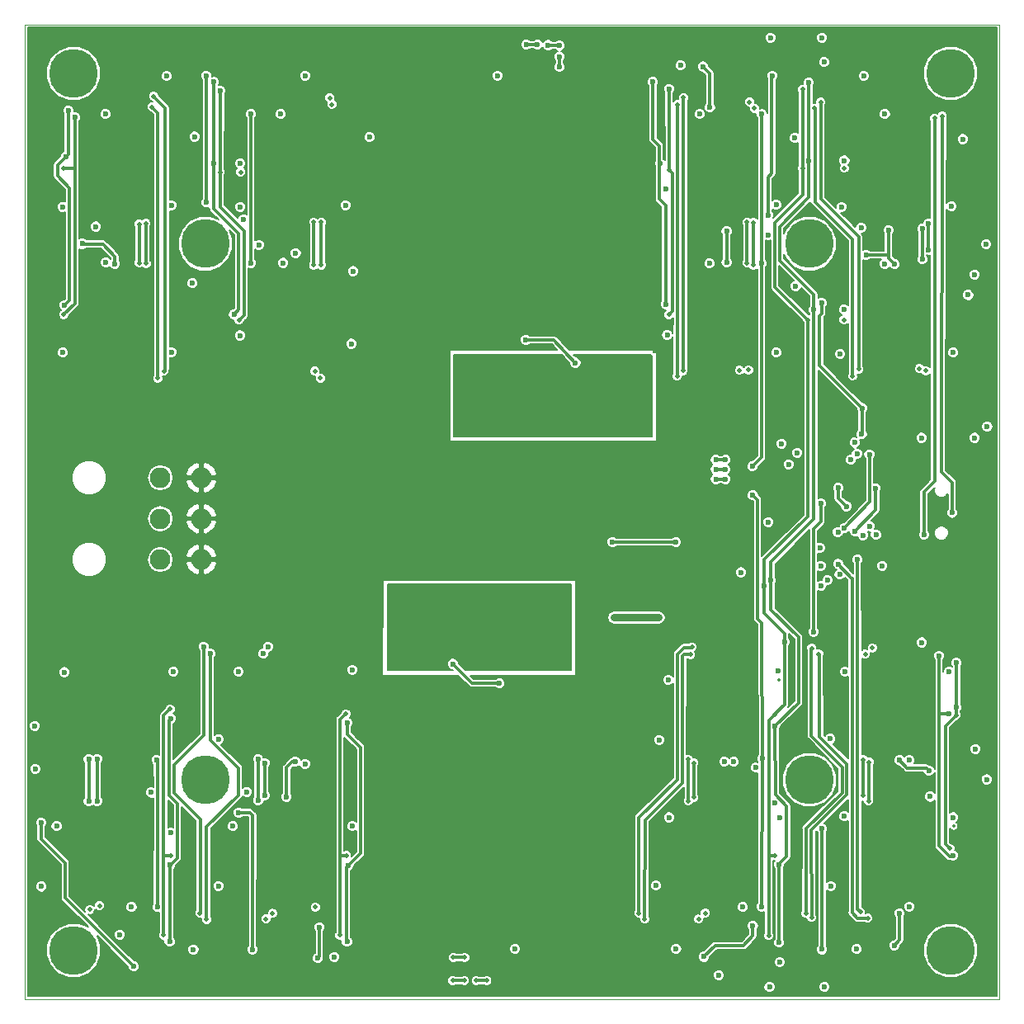
<source format=gbr>
G04 (created by PCBNEW (2013-mar-13)-testing) date Mon 12 Aug 2013 08:34:00 AM ICT*
%MOIN*%
G04 Gerber Fmt 3.4, Leading zero omitted, Abs format*
%FSLAX34Y34*%
G01*
G70*
G90*
G04 APERTURE LIST*
%ADD10C,0.00393701*%
%ADD11C,0.19685*%
%ADD12O,0.0826X0.0826*%
%ADD13C,0.023622*%
%ADD14C,0.019685*%
%ADD15C,0.011811*%
%ADD16C,0.0314961*%
%ADD17C,0.00787402*%
G04 APERTURE END LIST*
G54D10*
X38779Y-61023D02*
X78149Y-61023D01*
X78149Y-61023D02*
X78149Y-21653D01*
X78149Y-21653D02*
X38779Y-21653D01*
X38779Y-21653D02*
X38779Y-61023D01*
G54D11*
X46062Y-30511D03*
X40748Y-23622D03*
X40748Y-59055D03*
X46062Y-52165D03*
X70472Y-52165D03*
X76181Y-59055D03*
X76181Y-23622D03*
X70472Y-30511D03*
G54D12*
X44252Y-43267D03*
X44252Y-41614D03*
X44252Y-39961D03*
X45904Y-39961D03*
X45904Y-41614D03*
X45904Y-43267D03*
G54D13*
X62578Y-45610D03*
X64389Y-45610D03*
X57952Y-48267D03*
X56062Y-47480D03*
X59015Y-34389D03*
X61023Y-35314D03*
X62519Y-42559D03*
X65078Y-42559D03*
G54D14*
X59665Y-35393D03*
X59665Y-35098D03*
X60039Y-35393D03*
X59291Y-35393D03*
X60039Y-35098D03*
X59311Y-35098D03*
X57437Y-36828D03*
X59484Y-36946D03*
X57342Y-47323D03*
X57342Y-47618D03*
X57716Y-47618D03*
X56968Y-47618D03*
X57716Y-47322D03*
X56988Y-47322D03*
X57688Y-45578D03*
X59641Y-45804D03*
G54D13*
X65266Y-23307D03*
X72559Y-29862D03*
X72667Y-23730D03*
X50098Y-23720D03*
X47608Y-29517D03*
X41653Y-29812D03*
X44507Y-23740D03*
X57874Y-23724D03*
X68976Y-23724D03*
X46102Y-23720D03*
X46102Y-28838D03*
X68809Y-29350D03*
X69074Y-53100D03*
X72381Y-59005D03*
X65088Y-58996D03*
X75344Y-52844D03*
X43877Y-52677D03*
X51278Y-59320D03*
X45590Y-59025D03*
X58582Y-58995D03*
X47972Y-59015D03*
X70984Y-59011D03*
X70984Y-54143D03*
X47421Y-53484D03*
X73523Y-31318D03*
X49212Y-31279D03*
X49114Y-25275D03*
X68543Y-31299D03*
X66437Y-31299D03*
X42047Y-31259D03*
X42027Y-25275D03*
X47913Y-25275D03*
X47913Y-31279D03*
X68169Y-39507D03*
X68543Y-25275D03*
X73523Y-25275D03*
X66043Y-25275D03*
X68188Y-40669D03*
X44094Y-51358D03*
X67421Y-51437D03*
X74507Y-51377D03*
X50098Y-51515D03*
G54D14*
X50511Y-57303D03*
G54D13*
X43090Y-57303D03*
X68562Y-51299D03*
X68543Y-57283D03*
X74507Y-57283D03*
X67785Y-57303D03*
X44129Y-57307D03*
X68818Y-41751D03*
X71624Y-42155D03*
G54D14*
X73011Y-46830D03*
X70570Y-46850D03*
X70326Y-57559D03*
X66271Y-57549D03*
X72724Y-47090D03*
X70846Y-47086D03*
X70561Y-57724D03*
X66003Y-57793D03*
X72889Y-51448D03*
X72866Y-53019D03*
X72645Y-52807D03*
X72641Y-51358D03*
X65807Y-52870D03*
X65807Y-51484D03*
X65580Y-51338D03*
X65578Y-53015D03*
X48789Y-57559D03*
X63582Y-57549D03*
X65728Y-46801D03*
X48523Y-57785D03*
X63818Y-57795D03*
X65669Y-47106D03*
G54D13*
X48602Y-46781D03*
X46003Y-46781D03*
G54D14*
X45856Y-57549D03*
X41791Y-57253D03*
X41407Y-57401D03*
X46122Y-57805D03*
G54D13*
X46259Y-47076D03*
X48415Y-47066D03*
X48464Y-51486D03*
X48464Y-52795D03*
X48198Y-53001D03*
X48198Y-51328D03*
X41692Y-51318D03*
X41692Y-53021D03*
X41358Y-53021D03*
X41358Y-51318D03*
G54D14*
X50492Y-35657D03*
X44393Y-35645D03*
X43980Y-24555D03*
X50716Y-35937D03*
X44145Y-35937D03*
X43917Y-24984D03*
X65381Y-24610D03*
X65374Y-35633D03*
X67645Y-35625D03*
X51098Y-24618D03*
X65149Y-24889D03*
X65127Y-35860D03*
X68011Y-35606D03*
X51181Y-24881D03*
X43405Y-31287D03*
X43397Y-29716D03*
X43677Y-31311D03*
X43673Y-29688D03*
X50440Y-31374D03*
X50444Y-29633D03*
X50751Y-29641D03*
X50751Y-31366D03*
X68051Y-24779D03*
X70935Y-24789D03*
X72468Y-35570D03*
X74909Y-35561D03*
X75177Y-35637D03*
X72214Y-35856D03*
X70679Y-25033D03*
X68248Y-25043D03*
G54D13*
X72913Y-41919D03*
X76240Y-41377D03*
G54D14*
X75836Y-25354D03*
G54D13*
X73159Y-42273D03*
X75098Y-42263D03*
G54D14*
X75531Y-25437D03*
X67952Y-29641D03*
X67952Y-31283D03*
X68212Y-29645D03*
X68208Y-31370D03*
G54D13*
X75031Y-31133D03*
X75031Y-29909D03*
X75275Y-30748D03*
X75283Y-29696D03*
X72637Y-42283D03*
X71643Y-43445D03*
G54D14*
X72824Y-57755D03*
G54D13*
X72411Y-43277D03*
G54D14*
X72529Y-57507D03*
G54D13*
X72391Y-38986D03*
X69350Y-38582D03*
X69980Y-38956D03*
X72145Y-39232D03*
X71889Y-41988D03*
X72893Y-39025D03*
X73415Y-43523D03*
X71692Y-43868D03*
X73149Y-40383D03*
X72312Y-42116D03*
X70935Y-43523D03*
X69084Y-49990D03*
X70944Y-44320D03*
X68917Y-44104D03*
X44645Y-55610D03*
X44625Y-58700D03*
X44685Y-49685D03*
X51850Y-55629D03*
X51791Y-58700D03*
X51791Y-49862D03*
X76102Y-49488D03*
X69251Y-55590D03*
X69251Y-58740D03*
X76259Y-55216D03*
X64429Y-27263D03*
X64153Y-23976D03*
X64685Y-32952D03*
X46397Y-27263D03*
X47480Y-27263D03*
X46397Y-23976D03*
X47224Y-33366D03*
X40433Y-26988D03*
X40374Y-32992D03*
X40531Y-25127D03*
X70452Y-23996D03*
X70452Y-27145D03*
X71889Y-27145D03*
X71870Y-33169D03*
X70649Y-33169D03*
X75708Y-47155D03*
X76397Y-49232D03*
G54D14*
X76141Y-54940D03*
X76397Y-49547D03*
G54D13*
X69468Y-46594D03*
X76417Y-47440D03*
X64803Y-24251D03*
X68651Y-44320D03*
X46673Y-24330D03*
G54D14*
X44665Y-55216D03*
X44389Y-58444D03*
X44645Y-49311D03*
X51763Y-55212D03*
X51503Y-58444D03*
X51744Y-49496D03*
X69074Y-55212D03*
X68830Y-58456D03*
X69070Y-49519D03*
X64803Y-27539D03*
X64791Y-33370D03*
X70196Y-24271D03*
X71877Y-27460D03*
X70196Y-27460D03*
X70413Y-33582D03*
X71870Y-33582D03*
X47500Y-27618D03*
X46673Y-27618D03*
X47429Y-33590D03*
X40342Y-33366D03*
X40334Y-27452D03*
G54D13*
X40807Y-25403D03*
X39202Y-51722D03*
X77185Y-50925D03*
X68897Y-22185D03*
X68858Y-60531D03*
X77145Y-38346D03*
X77145Y-31751D03*
X43179Y-59704D03*
X39429Y-53897D03*
X66820Y-60059D03*
X77637Y-52145D03*
X70984Y-22185D03*
X71082Y-60531D03*
X77618Y-30531D03*
X77657Y-37893D03*
X70935Y-41003D03*
X70639Y-46190D03*
X75019Y-46614D03*
X72588Y-38208D03*
X70964Y-32903D03*
X72598Y-37145D03*
X73385Y-44576D03*
X73769Y-44566D03*
X73779Y-44891D03*
X72696Y-44468D03*
X73385Y-44891D03*
X70954Y-40610D03*
G54D14*
X55954Y-43129D03*
X55954Y-42736D03*
X55954Y-42342D03*
X53582Y-43129D03*
X53582Y-42736D03*
X53582Y-42342D03*
X53582Y-41948D03*
X53976Y-41948D03*
X53976Y-42342D03*
X53976Y-42736D03*
X51299Y-43129D03*
X51692Y-43139D03*
X51692Y-42746D03*
X51692Y-42352D03*
X51692Y-41958D03*
X51299Y-41958D03*
X51299Y-42352D03*
X51299Y-42746D03*
X49744Y-43120D03*
X49350Y-43129D03*
X49350Y-42736D03*
X49350Y-42342D03*
X49350Y-41948D03*
X49744Y-41948D03*
X49744Y-42342D03*
X49744Y-42736D03*
G54D13*
X73041Y-60265D03*
X66220Y-60078D03*
X67244Y-59517D03*
X66456Y-22588D03*
X49478Y-59370D03*
X71210Y-44822D03*
X69448Y-44429D03*
X67805Y-45068D03*
X64586Y-45088D03*
X43523Y-59389D03*
X40285Y-50925D03*
X47125Y-32244D03*
X74393Y-36578D03*
X67519Y-24537D03*
X50137Y-24488D03*
X42906Y-24562D03*
G54D14*
X74015Y-55551D03*
X74015Y-55984D03*
X74448Y-55984D03*
X74881Y-55984D03*
X74881Y-55551D03*
X74448Y-55551D03*
X74015Y-55118D03*
X74015Y-55137D03*
X74448Y-54704D03*
X74448Y-54271D03*
X74881Y-54271D03*
X74881Y-54704D03*
X74881Y-55137D03*
X74448Y-55137D03*
X74005Y-54694D03*
X74005Y-54261D03*
X73572Y-54261D03*
X73139Y-54261D03*
X73139Y-54694D03*
X73572Y-54694D03*
X74005Y-55127D03*
X74005Y-55127D03*
X73572Y-55561D03*
X73572Y-55994D03*
X73139Y-55994D03*
X73139Y-55561D03*
X73139Y-55127D03*
X73572Y-55127D03*
X66929Y-55551D03*
X66929Y-55984D03*
X67362Y-55984D03*
X67795Y-55984D03*
X67795Y-55551D03*
X67362Y-55551D03*
X66929Y-55118D03*
X66929Y-55137D03*
X67362Y-54704D03*
X67362Y-54271D03*
X67795Y-54271D03*
X67795Y-54704D03*
X67795Y-55137D03*
X67362Y-55137D03*
X66919Y-54694D03*
X66919Y-54261D03*
X66486Y-54261D03*
X66053Y-54261D03*
X66053Y-54694D03*
X66486Y-54694D03*
X66919Y-55127D03*
X66919Y-55127D03*
X66486Y-55561D03*
X66486Y-55994D03*
X66053Y-55994D03*
X66053Y-55561D03*
X66053Y-55127D03*
X66486Y-55127D03*
X74015Y-49645D03*
X74015Y-50078D03*
X74448Y-50078D03*
X74881Y-50078D03*
X74881Y-49645D03*
X74448Y-49645D03*
X74015Y-49212D03*
X74015Y-49232D03*
X74448Y-48799D03*
X74448Y-48366D03*
X74881Y-48366D03*
X74881Y-48799D03*
X74881Y-49232D03*
X74448Y-49232D03*
X74005Y-48789D03*
X74005Y-48356D03*
X73572Y-48356D03*
X73139Y-48356D03*
X73139Y-48789D03*
X73572Y-48789D03*
X74005Y-49222D03*
X74005Y-49222D03*
X73572Y-49655D03*
X73572Y-50088D03*
X73139Y-50088D03*
X73139Y-49655D03*
X73139Y-49222D03*
X73572Y-49222D03*
X66486Y-49222D03*
X66053Y-49222D03*
X66053Y-49655D03*
X66053Y-50088D03*
X66486Y-50088D03*
X66486Y-49655D03*
X66919Y-49222D03*
X66919Y-49222D03*
X66486Y-48789D03*
X66053Y-48789D03*
X66053Y-48356D03*
X66486Y-48356D03*
X66919Y-48356D03*
X66919Y-48789D03*
X67362Y-49232D03*
X67795Y-49232D03*
X67795Y-48799D03*
X67795Y-48366D03*
X67362Y-48366D03*
X67362Y-48799D03*
X66929Y-49232D03*
X66929Y-49212D03*
X67362Y-49645D03*
X67795Y-49645D03*
X67795Y-50078D03*
X67362Y-50078D03*
X66929Y-50078D03*
X66929Y-49645D03*
X49163Y-55127D03*
X48730Y-55127D03*
X48730Y-55561D03*
X48730Y-55994D03*
X49163Y-55994D03*
X49163Y-55561D03*
X49596Y-55127D03*
X49596Y-55127D03*
X49163Y-54694D03*
X48730Y-54694D03*
X48730Y-54261D03*
X49163Y-54261D03*
X49596Y-54261D03*
X49596Y-54694D03*
X50039Y-55137D03*
X50472Y-55137D03*
X50472Y-54704D03*
X50472Y-54271D03*
X50039Y-54271D03*
X50039Y-54704D03*
X49606Y-55137D03*
X49606Y-55118D03*
X50039Y-55551D03*
X50472Y-55551D03*
X50472Y-55984D03*
X50039Y-55984D03*
X49606Y-55984D03*
X49606Y-55551D03*
X49163Y-49222D03*
X48730Y-49222D03*
X48730Y-49655D03*
X48730Y-50088D03*
X49163Y-50088D03*
X49163Y-49655D03*
X49596Y-49222D03*
X49596Y-49222D03*
X49163Y-48789D03*
X48730Y-48789D03*
X48730Y-48356D03*
X49163Y-48356D03*
X49596Y-48356D03*
X49596Y-48789D03*
X50039Y-49232D03*
X50472Y-49232D03*
X50472Y-48799D03*
X50472Y-48366D03*
X50039Y-48366D03*
X50039Y-48799D03*
X49606Y-49232D03*
X49606Y-49212D03*
X50039Y-49645D03*
X50472Y-49645D03*
X50472Y-50078D03*
X50039Y-50078D03*
X49606Y-50078D03*
X49606Y-49645D03*
X42076Y-55127D03*
X41643Y-55127D03*
X41643Y-55561D03*
X41643Y-55994D03*
X42076Y-55994D03*
X42076Y-55561D03*
X42509Y-55127D03*
X42509Y-55127D03*
X42076Y-54694D03*
X41643Y-54694D03*
X41643Y-54261D03*
X42076Y-54261D03*
X42509Y-54261D03*
X42509Y-54694D03*
X42952Y-55137D03*
X43385Y-55137D03*
X43385Y-54704D03*
X43385Y-54271D03*
X42952Y-54271D03*
X42952Y-54704D03*
X42519Y-55137D03*
X42519Y-55118D03*
X42952Y-55551D03*
X43385Y-55551D03*
X43385Y-55984D03*
X42952Y-55984D03*
X42519Y-55984D03*
X42519Y-55551D03*
X42519Y-49645D03*
X42519Y-50078D03*
X42952Y-50078D03*
X43385Y-50078D03*
X43385Y-49645D03*
X42952Y-49645D03*
X42519Y-49212D03*
X42519Y-49232D03*
X42952Y-48799D03*
X42952Y-48366D03*
X43385Y-48366D03*
X43385Y-48799D03*
X43385Y-49232D03*
X42952Y-49232D03*
X42509Y-48789D03*
X42509Y-48356D03*
X42076Y-48356D03*
X41643Y-48356D03*
X41643Y-48789D03*
X42076Y-48789D03*
X42509Y-49222D03*
X42509Y-49222D03*
X42076Y-49655D03*
X42076Y-50088D03*
X41643Y-50088D03*
X41643Y-49655D03*
X41643Y-49222D03*
X42076Y-49222D03*
X74458Y-33454D03*
X74891Y-33454D03*
X74891Y-33021D03*
X74891Y-32588D03*
X74458Y-32588D03*
X74458Y-33021D03*
X74025Y-33454D03*
X74025Y-33454D03*
X74458Y-33887D03*
X74891Y-33887D03*
X74891Y-34320D03*
X74458Y-34320D03*
X74025Y-34320D03*
X74025Y-33887D03*
X73582Y-33444D03*
X73149Y-33444D03*
X73149Y-33877D03*
X73149Y-34311D03*
X73582Y-34311D03*
X73582Y-33877D03*
X74015Y-33444D03*
X74015Y-33464D03*
X73582Y-33031D03*
X73149Y-33031D03*
X73149Y-32598D03*
X73582Y-32598D03*
X74015Y-32598D03*
X74015Y-33031D03*
X67372Y-33454D03*
X67805Y-33454D03*
X67805Y-33021D03*
X67805Y-32588D03*
X67372Y-32588D03*
X67372Y-33021D03*
X66938Y-33454D03*
X66938Y-33454D03*
X67372Y-33887D03*
X67805Y-33887D03*
X67805Y-34320D03*
X67372Y-34320D03*
X66938Y-34320D03*
X66938Y-33887D03*
X66496Y-33444D03*
X66062Y-33444D03*
X66062Y-33877D03*
X66062Y-34311D03*
X66496Y-34311D03*
X66496Y-33877D03*
X66929Y-33444D03*
X66929Y-33464D03*
X66496Y-33031D03*
X66062Y-33031D03*
X66062Y-32598D03*
X66496Y-32598D03*
X66929Y-32598D03*
X66929Y-33031D03*
X74458Y-27549D03*
X74891Y-27549D03*
X74891Y-27116D03*
X74891Y-26683D03*
X74458Y-26683D03*
X74458Y-27116D03*
X74025Y-27549D03*
X74025Y-27549D03*
X74458Y-27982D03*
X74891Y-27982D03*
X74891Y-28415D03*
X74458Y-28415D03*
X74025Y-28415D03*
X74025Y-27982D03*
X73582Y-27539D03*
X73149Y-27539D03*
X73149Y-27972D03*
X73149Y-28405D03*
X73582Y-28405D03*
X73582Y-27972D03*
X74015Y-27539D03*
X74015Y-27559D03*
X73582Y-27125D03*
X73149Y-27125D03*
X73149Y-26692D03*
X73582Y-26692D03*
X74015Y-26692D03*
X74015Y-27125D03*
X66929Y-27125D03*
X66929Y-26692D03*
X66496Y-26692D03*
X66062Y-26692D03*
X66062Y-27125D03*
X66496Y-27125D03*
X66929Y-27559D03*
X66929Y-27539D03*
X66496Y-27972D03*
X66496Y-28405D03*
X66062Y-28405D03*
X66062Y-27972D03*
X66062Y-27539D03*
X66496Y-27539D03*
X66938Y-27982D03*
X66938Y-28415D03*
X67372Y-28415D03*
X67805Y-28415D03*
X67805Y-27982D03*
X67372Y-27982D03*
X66938Y-27549D03*
X66938Y-27549D03*
X67372Y-27116D03*
X67372Y-26683D03*
X67805Y-26683D03*
X67805Y-27116D03*
X67805Y-27549D03*
X67372Y-27549D03*
X49606Y-33031D03*
X49606Y-32598D03*
X49173Y-32598D03*
X48740Y-32598D03*
X48740Y-33031D03*
X49173Y-33031D03*
X49606Y-33464D03*
X49606Y-33444D03*
X49173Y-33877D03*
X49173Y-34311D03*
X48740Y-34311D03*
X48740Y-33877D03*
X48740Y-33444D03*
X49173Y-33444D03*
X49616Y-33887D03*
X49616Y-34320D03*
X50049Y-34320D03*
X50482Y-34320D03*
X50482Y-33887D03*
X50049Y-33887D03*
X49616Y-33454D03*
X49616Y-33454D03*
X50049Y-33021D03*
X50049Y-32588D03*
X50482Y-32588D03*
X50482Y-33021D03*
X50482Y-33454D03*
X50049Y-33454D03*
X42519Y-33031D03*
X42519Y-32598D03*
X42086Y-32598D03*
X41653Y-32598D03*
X41653Y-33031D03*
X42086Y-33031D03*
X42519Y-33464D03*
X42519Y-33444D03*
X42086Y-33877D03*
X42086Y-34311D03*
X41653Y-34311D03*
X41653Y-33877D03*
X41653Y-33444D03*
X42086Y-33444D03*
X42529Y-33887D03*
X42529Y-34320D03*
X42962Y-34320D03*
X43395Y-34320D03*
X43395Y-33887D03*
X42962Y-33887D03*
X42529Y-33454D03*
X42529Y-33454D03*
X42962Y-33021D03*
X42962Y-32588D03*
X43395Y-32588D03*
X43395Y-33021D03*
X43395Y-33454D03*
X42962Y-33454D03*
X49606Y-27125D03*
X49606Y-26692D03*
X49173Y-26692D03*
X48740Y-26692D03*
X48740Y-27125D03*
X49173Y-27125D03*
X49606Y-27559D03*
X49606Y-27539D03*
X49173Y-27972D03*
X49173Y-28405D03*
X48740Y-28405D03*
X48740Y-27972D03*
X48740Y-27539D03*
X49173Y-27539D03*
X49616Y-27982D03*
X49616Y-28415D03*
X50049Y-28415D03*
X50482Y-28415D03*
X50482Y-27982D03*
X50049Y-27982D03*
X49616Y-27549D03*
X49616Y-27549D03*
X50049Y-27116D03*
X50049Y-26683D03*
X50482Y-26683D03*
X50482Y-27116D03*
X50482Y-27549D03*
X50049Y-27549D03*
X42962Y-27549D03*
X43395Y-27549D03*
X43395Y-27116D03*
X43395Y-26683D03*
X42962Y-26683D03*
X42962Y-27116D03*
X42529Y-27549D03*
X42529Y-27549D03*
X42962Y-27982D03*
X43395Y-27982D03*
X43395Y-28415D03*
X42962Y-28415D03*
X42529Y-28415D03*
X42529Y-27982D03*
X42086Y-27539D03*
X41653Y-27539D03*
X41653Y-27972D03*
X41653Y-28405D03*
X42086Y-28405D03*
X42086Y-27972D03*
X42519Y-27539D03*
X42519Y-27559D03*
X42086Y-27125D03*
X41653Y-27125D03*
X41653Y-26692D03*
X42086Y-26692D03*
X42519Y-26692D03*
X42519Y-27125D03*
G54D13*
X62913Y-22145D03*
X66850Y-22145D03*
X77204Y-24862D03*
X76417Y-56318D03*
X77342Y-57480D03*
X74783Y-60098D03*
X42194Y-58070D03*
X53267Y-60570D03*
X49330Y-60570D03*
X45393Y-60570D03*
X41456Y-60570D03*
X73614Y-58122D03*
G54D14*
X58937Y-60216D03*
X59409Y-60216D03*
X59881Y-60216D03*
X60354Y-60216D03*
G54D13*
X65078Y-60570D03*
X61141Y-60570D03*
X68031Y-42322D03*
X67362Y-42992D03*
X66535Y-43759D03*
X65433Y-43799D03*
X64566Y-43996D03*
X68110Y-37775D03*
X66535Y-37775D03*
X64566Y-37775D03*
X63700Y-44350D03*
X63700Y-46318D03*
X63700Y-48287D03*
X63700Y-51043D03*
X63070Y-51574D03*
X59448Y-49625D03*
X59842Y-49625D03*
X60236Y-49625D03*
X60629Y-49625D03*
X61023Y-49625D03*
X61417Y-49625D03*
X61811Y-49625D03*
X59055Y-51555D03*
X57165Y-51555D03*
X54133Y-51082D03*
X54133Y-49507D03*
X54133Y-48326D03*
G54D14*
X74551Y-24598D03*
G54D13*
X73070Y-22972D03*
X56614Y-22539D03*
X56141Y-22539D03*
X57086Y-22539D03*
X57559Y-22539D03*
X43425Y-22145D03*
X47362Y-22145D03*
X51299Y-22145D03*
X55236Y-22145D03*
X57559Y-33110D03*
X57165Y-33110D03*
X56771Y-33110D03*
X56377Y-33110D03*
X55984Y-33110D03*
X55590Y-33110D03*
X55196Y-33110D03*
X63307Y-31377D03*
X63307Y-32952D03*
X63307Y-34704D03*
X61988Y-34704D03*
X58031Y-31082D03*
X59881Y-31082D03*
X53661Y-36732D03*
X52992Y-36732D03*
X52992Y-34960D03*
X52992Y-32992D03*
X52992Y-31023D03*
X54133Y-30984D03*
G54D14*
X48188Y-45098D03*
X48582Y-45098D03*
X48976Y-45098D03*
X49370Y-45098D03*
X49763Y-45098D03*
X52125Y-45098D03*
X51732Y-45098D03*
X51338Y-45098D03*
X50944Y-45098D03*
X50551Y-45098D03*
X50157Y-45098D03*
X53976Y-43129D03*
X55954Y-41948D03*
X55561Y-41948D03*
X55561Y-42342D03*
X55561Y-42736D03*
X55561Y-43129D03*
G54D13*
X66948Y-52282D03*
X71830Y-56318D03*
X76377Y-32007D03*
G54D14*
X50141Y-36555D03*
X66653Y-58055D03*
G54D13*
X39823Y-34291D03*
X76181Y-26338D03*
X39940Y-56318D03*
X43287Y-46181D03*
X45610Y-50295D03*
X45294Y-48366D03*
X46969Y-28405D03*
X39804Y-28385D03*
X76692Y-28366D03*
X67775Y-46141D03*
X64763Y-47618D03*
X69783Y-48385D03*
X66397Y-46141D03*
X64763Y-56338D03*
X64292Y-54271D03*
X69842Y-54271D03*
X76790Y-34291D03*
X76790Y-54271D03*
X73956Y-52302D03*
X74547Y-46141D03*
X73405Y-46102D03*
X71811Y-50413D03*
X71201Y-34311D03*
X76712Y-48366D03*
X76643Y-50177D03*
X71260Y-28385D03*
X71092Y-32312D03*
X71456Y-25984D03*
X73917Y-30433D03*
X66830Y-30355D03*
X67263Y-36480D03*
X69448Y-32204D03*
X66141Y-36456D03*
X73188Y-36437D03*
X52204Y-26299D03*
X43208Y-36535D03*
X48799Y-36515D03*
X45059Y-32204D03*
X41771Y-36515D03*
X64232Y-34822D03*
X69409Y-26299D03*
X64173Y-28917D03*
X52706Y-56013D03*
X45078Y-56082D03*
X52480Y-48405D03*
X49350Y-46161D03*
X49625Y-52361D03*
X51889Y-53524D03*
X44655Y-53316D03*
X42539Y-52184D03*
X51535Y-32263D03*
X46948Y-34803D03*
X49448Y-30432D03*
X42519Y-30392D03*
X68937Y-23169D03*
X62224Y-33169D03*
X62224Y-33562D03*
X62224Y-33956D03*
X62224Y-34350D03*
X63425Y-41968D03*
X63425Y-41574D03*
X63425Y-41181D03*
X55118Y-49507D03*
X55118Y-49114D03*
X55118Y-48720D03*
X55118Y-48326D03*
X66496Y-38543D03*
X66102Y-38543D03*
X65708Y-38543D03*
X65314Y-38543D03*
G54D14*
X65098Y-41751D03*
X64744Y-41751D03*
X65098Y-41417D03*
X64744Y-41417D03*
G54D13*
X68543Y-40078D03*
X47342Y-56534D03*
X41948Y-46161D03*
X47342Y-50629D03*
X52568Y-50403D03*
X69793Y-50442D03*
X69812Y-56505D03*
X69566Y-28346D03*
X64468Y-25905D03*
X69625Y-34271D03*
X64153Y-32047D03*
X51850Y-34034D03*
X52224Y-28385D03*
X45196Y-34271D03*
X45137Y-26299D03*
X45216Y-28366D03*
X47106Y-26574D03*
X39458Y-32234D03*
X40039Y-26318D03*
X46909Y-48405D03*
X71397Y-54330D03*
X47322Y-54546D03*
X40196Y-54546D03*
X39881Y-48405D03*
X71417Y-48385D03*
X71958Y-41112D03*
X71633Y-40374D03*
X42421Y-31318D03*
X41092Y-30511D03*
X49723Y-30885D03*
X48238Y-30551D03*
X50679Y-58120D03*
X50620Y-59370D03*
X42618Y-58425D03*
X47746Y-52658D03*
X49350Y-52854D03*
X49704Y-51437D03*
X66456Y-25000D03*
X66171Y-23346D03*
X67125Y-31259D03*
X67125Y-30000D03*
X68809Y-30147D03*
X72765Y-30954D03*
X73917Y-31338D03*
X73661Y-29960D03*
X68306Y-51673D03*
X67027Y-51427D03*
X75305Y-51791D03*
X74114Y-51377D03*
X66220Y-59311D03*
X68188Y-58061D03*
X74114Y-57559D03*
X73897Y-58858D03*
X70905Y-42795D03*
X69635Y-39419D03*
X69133Y-34901D03*
X71200Y-44094D03*
X67706Y-43780D03*
X76279Y-34901D03*
X39183Y-49990D03*
G54D14*
X57440Y-60275D03*
X57007Y-60275D03*
X56535Y-60275D03*
X56062Y-60275D03*
X56082Y-59340D03*
X56545Y-59340D03*
G54D13*
X60374Y-23366D03*
X60374Y-22952D03*
X60374Y-22500D03*
X59921Y-22480D03*
X59488Y-22460D03*
X59035Y-22460D03*
X76663Y-26279D03*
X47480Y-29015D03*
X40314Y-34901D03*
X64409Y-50551D03*
X64763Y-48129D03*
X69192Y-47755D03*
X64271Y-56437D03*
X64803Y-53681D03*
X69271Y-53700D03*
X71338Y-56456D03*
X76279Y-53681D03*
X71889Y-53641D03*
X71318Y-50511D03*
X71712Y-34960D03*
X76122Y-47795D03*
X71909Y-47795D03*
X71771Y-29015D03*
X76889Y-32578D03*
X76220Y-28996D03*
X69911Y-32214D03*
X64724Y-34192D03*
X69881Y-26240D03*
X69133Y-28937D03*
X64685Y-28307D03*
X52007Y-47716D03*
X46614Y-50531D03*
X47421Y-47795D03*
X46594Y-56456D03*
X52007Y-54035D03*
X47185Y-54035D03*
X44665Y-54311D03*
X39448Y-56476D03*
X40059Y-54035D03*
X40374Y-47814D03*
X44783Y-47795D03*
X52027Y-31614D03*
X51968Y-34547D03*
X47460Y-34212D03*
X45551Y-32106D03*
X52696Y-26200D03*
X45629Y-26181D03*
X40295Y-29015D03*
X72303Y-38543D03*
X67086Y-40019D03*
X66692Y-40019D03*
X66692Y-39625D03*
X67086Y-39625D03*
X67086Y-39232D03*
X66692Y-39232D03*
X75000Y-38346D03*
X51732Y-28956D03*
X44704Y-34881D03*
X44704Y-28956D03*
X69271Y-59527D03*
X71062Y-23169D03*
G54D15*
X76299Y-54036D02*
X76299Y-54035D01*
X69232Y-48130D02*
X69232Y-48129D01*
G54D16*
X64389Y-45610D02*
X62578Y-45610D01*
G54D15*
X56850Y-48267D02*
X57952Y-48267D01*
X56062Y-47480D02*
X56850Y-48267D01*
X60137Y-34389D02*
X59015Y-34389D01*
X61023Y-35314D02*
X60137Y-34389D01*
X65078Y-42559D02*
X62519Y-42559D01*
X57342Y-47323D02*
X57342Y-47322D01*
X68956Y-23744D02*
X68956Y-27657D01*
X68956Y-23744D02*
X68976Y-23724D01*
X68799Y-27814D02*
X68799Y-29350D01*
X68956Y-27657D02*
X68799Y-27814D01*
X68799Y-29350D02*
X68809Y-29350D01*
X46102Y-28838D02*
X46102Y-23720D01*
X47982Y-53602D02*
X47972Y-59015D01*
X47982Y-53602D02*
X47864Y-53484D01*
X70984Y-59011D02*
X70984Y-54143D01*
X70984Y-59011D02*
X70984Y-59011D01*
X47864Y-53484D02*
X47421Y-53484D01*
X47913Y-25275D02*
X47913Y-31279D01*
X68169Y-39507D02*
X68543Y-39133D01*
X68543Y-39133D02*
X68543Y-31299D01*
X68543Y-31299D02*
X68543Y-25275D01*
X68553Y-46250D02*
X68553Y-45826D01*
X68375Y-40856D02*
X68188Y-40669D01*
X68375Y-45649D02*
X68375Y-40856D01*
X68553Y-45826D02*
X68375Y-45649D01*
X68553Y-46230D02*
X68553Y-46250D01*
X68553Y-46250D02*
X68553Y-46230D01*
X68553Y-46230D02*
X68562Y-51299D01*
X68562Y-51299D02*
X68543Y-57283D01*
X44094Y-51358D02*
X44129Y-51507D01*
X44129Y-51507D02*
X44133Y-52027D01*
X44133Y-52027D02*
X44129Y-57307D01*
X70570Y-46850D02*
X70551Y-46870D01*
X70551Y-46870D02*
X70551Y-50383D01*
X70551Y-50383D02*
X71791Y-51645D01*
X71791Y-51645D02*
X71791Y-52687D01*
X71791Y-52687D02*
X70334Y-54122D01*
X70334Y-54122D02*
X70326Y-57559D01*
X70846Y-47086D02*
X70875Y-47116D01*
X70875Y-47116D02*
X70885Y-50433D01*
X70885Y-50433D02*
X71988Y-51514D01*
X71988Y-51514D02*
X71988Y-52765D01*
X71988Y-52765D02*
X70551Y-54202D01*
X70551Y-54202D02*
X70561Y-57724D01*
X72885Y-53000D02*
X72889Y-51448D01*
X72866Y-53019D02*
X72885Y-53000D01*
X72641Y-51358D02*
X72645Y-52807D01*
X65807Y-51484D02*
X65807Y-52870D01*
X65580Y-51338D02*
X65578Y-53015D01*
X63582Y-53700D02*
X63582Y-57549D01*
X65137Y-52145D02*
X63582Y-53700D01*
X65137Y-47086D02*
X65137Y-52145D01*
X65403Y-46820D02*
X65137Y-47086D01*
X65708Y-46820D02*
X65403Y-46820D01*
X65728Y-46801D02*
X65708Y-46820D01*
X63838Y-53779D02*
X63818Y-57795D01*
X65334Y-52283D02*
X63838Y-53779D01*
X65344Y-47165D02*
X65334Y-52283D01*
X65423Y-47086D02*
X65344Y-47165D01*
X65649Y-47086D02*
X65423Y-47086D01*
X65669Y-47106D02*
X65649Y-47086D01*
X46003Y-50354D02*
X46003Y-46781D01*
X44793Y-51564D02*
X46003Y-50354D01*
X44793Y-52696D02*
X44793Y-51564D01*
X45866Y-53769D02*
X44793Y-52696D01*
X45866Y-57539D02*
X45866Y-53769D01*
X45856Y-57549D02*
X45866Y-57539D01*
X46122Y-54064D02*
X46122Y-57805D01*
X47401Y-52785D02*
X46122Y-54064D01*
X47401Y-51683D02*
X47401Y-52785D01*
X46269Y-50551D02*
X47401Y-51683D01*
X46269Y-47086D02*
X46269Y-50551D01*
X46259Y-47076D02*
X46269Y-47086D01*
X48464Y-52795D02*
X48464Y-51486D01*
X48198Y-51328D02*
X48198Y-53001D01*
X41692Y-51299D02*
X41692Y-51318D01*
X41692Y-53021D02*
X41692Y-51299D01*
X41358Y-51318D02*
X41358Y-53021D01*
X44393Y-35645D02*
X44452Y-35586D01*
X44452Y-35586D02*
X44456Y-29132D01*
X44456Y-29132D02*
X44456Y-29132D01*
X44452Y-25051D02*
X44452Y-25027D01*
X44456Y-29132D02*
X44452Y-25051D01*
X44452Y-25027D02*
X43980Y-24555D01*
X44157Y-25421D02*
X44157Y-25224D01*
X44157Y-25421D02*
X44145Y-35937D01*
X44157Y-25224D02*
X43917Y-24984D01*
X65383Y-35624D02*
X65381Y-24610D01*
X65374Y-35633D02*
X65383Y-35624D01*
X65149Y-24889D02*
X65127Y-35860D01*
X43397Y-31279D02*
X43397Y-29716D01*
X43405Y-31287D02*
X43397Y-31279D01*
X43677Y-29692D02*
X43677Y-31311D01*
X43673Y-29688D02*
X43677Y-29692D01*
X50444Y-29633D02*
X50440Y-31374D01*
X50751Y-31366D02*
X50751Y-29641D01*
X70935Y-28700D02*
X70935Y-24789D01*
X72460Y-30226D02*
X70935Y-28700D01*
X72468Y-35570D02*
X72460Y-30226D01*
X72214Y-30334D02*
X72214Y-35856D01*
X70698Y-28818D02*
X72214Y-30334D01*
X70698Y-25053D02*
X70698Y-28818D01*
X70679Y-25033D02*
X70698Y-25053D01*
X76240Y-40157D02*
X75807Y-39724D01*
X75807Y-39724D02*
X75836Y-25354D01*
X76240Y-40157D02*
X76240Y-41377D01*
X75531Y-25437D02*
X75531Y-40108D01*
X75531Y-40108D02*
X75098Y-40541D01*
X75098Y-40541D02*
X75098Y-42263D01*
X67952Y-29641D02*
X67952Y-31283D01*
X68208Y-31370D02*
X68212Y-29645D01*
X75031Y-31133D02*
X75031Y-29909D01*
X75283Y-29696D02*
X75275Y-30748D01*
X72194Y-44025D02*
X72185Y-44025D01*
X72185Y-44025D02*
X71643Y-43445D01*
X71643Y-43445D02*
X71633Y-43435D01*
X72194Y-44025D02*
X72194Y-44025D01*
X72194Y-44025D02*
X72196Y-57531D01*
X72421Y-57755D02*
X72824Y-57755D01*
X72196Y-57531D02*
X72421Y-57755D01*
X72194Y-44025D02*
X72194Y-44025D01*
X72411Y-43690D02*
X72411Y-43277D01*
X72417Y-57397D02*
X72411Y-43690D01*
X72529Y-57507D02*
X72417Y-57397D01*
X72903Y-40935D02*
X71889Y-41988D01*
X72903Y-39035D02*
X72903Y-40935D01*
X72893Y-39025D02*
X72903Y-39035D01*
X73149Y-41269D02*
X73149Y-40383D01*
X72312Y-42116D02*
X73149Y-41269D01*
X68917Y-45295D02*
X68917Y-44104D01*
X68917Y-44104D02*
X68917Y-44104D01*
X44645Y-55610D02*
X44625Y-55629D01*
X44625Y-55629D02*
X44625Y-58700D01*
X44940Y-55314D02*
X44625Y-55629D01*
X44940Y-53129D02*
X44940Y-55314D01*
X44596Y-52785D02*
X44940Y-53129D01*
X44596Y-49773D02*
X44596Y-52785D01*
X44685Y-49685D02*
X44596Y-49773D01*
X51791Y-50314D02*
X51791Y-49862D01*
X52342Y-50866D02*
X51791Y-50314D01*
X52342Y-55137D02*
X52342Y-50866D01*
X51771Y-55708D02*
X51850Y-55629D01*
X51850Y-55629D02*
X52342Y-55137D01*
X51771Y-58681D02*
X51771Y-55708D01*
X51771Y-58681D02*
X51791Y-58700D01*
X76102Y-49488D02*
X75708Y-49488D01*
X69251Y-55570D02*
X69251Y-55590D01*
X69084Y-49990D02*
X69094Y-52765D01*
X69094Y-52765D02*
X69547Y-53218D01*
X69547Y-53218D02*
X69547Y-55275D01*
X69547Y-55275D02*
X69251Y-55570D01*
X69251Y-55590D02*
X69251Y-58740D01*
X70039Y-49045D02*
X69084Y-49990D01*
X68917Y-45295D02*
X70039Y-46407D01*
X70039Y-46407D02*
X70039Y-49045D01*
X76220Y-55255D02*
X76259Y-55216D01*
X64429Y-27263D02*
X64409Y-27263D01*
X64153Y-26299D02*
X64153Y-23976D01*
X64409Y-26555D02*
X64153Y-26299D01*
X64409Y-28700D02*
X64409Y-27263D01*
X64409Y-27263D02*
X64409Y-26555D01*
X64665Y-28956D02*
X64409Y-28700D01*
X64665Y-32933D02*
X64665Y-28956D01*
X64685Y-32952D02*
X64665Y-32933D01*
X46397Y-29094D02*
X46397Y-27263D01*
X46397Y-27263D02*
X46397Y-23976D01*
X47421Y-30098D02*
X46397Y-29094D01*
X47421Y-31673D02*
X47421Y-30098D01*
X47421Y-32204D02*
X47421Y-31673D01*
X47421Y-33169D02*
X47421Y-32204D01*
X47224Y-33366D02*
X47421Y-33169D01*
X40098Y-27342D02*
X40098Y-27322D01*
X70452Y-27145D02*
X70452Y-23996D01*
X40374Y-32992D02*
X40570Y-32795D01*
X40570Y-32795D02*
X40570Y-28248D01*
X40570Y-28248D02*
X40098Y-27775D01*
X40098Y-27775D02*
X40098Y-27342D01*
X40531Y-26889D02*
X40531Y-25127D01*
X40098Y-27322D02*
X40433Y-26988D01*
X40433Y-26988D02*
X40531Y-26889D01*
X70452Y-27145D02*
X70452Y-28631D01*
X76141Y-55255D02*
X76220Y-55255D01*
X75708Y-54822D02*
X76141Y-55255D01*
X70649Y-32559D02*
X70649Y-33169D01*
X70649Y-33169D02*
X70649Y-37795D01*
X70649Y-37795D02*
X70649Y-41633D01*
X70649Y-41633D02*
X68917Y-43376D01*
X68917Y-43376D02*
X68917Y-44104D01*
X69271Y-31181D02*
X70649Y-32559D01*
X69271Y-29812D02*
X69271Y-31181D01*
X70452Y-28631D02*
X69271Y-29812D01*
X68917Y-45295D02*
X68917Y-45295D01*
X75708Y-49488D02*
X75708Y-54822D01*
X75708Y-47155D02*
X75708Y-49488D01*
X76397Y-49232D02*
X76417Y-49232D01*
X76397Y-49547D02*
X75964Y-49980D01*
X75964Y-54763D02*
X76141Y-54940D01*
X75964Y-50039D02*
X75964Y-54763D01*
X75964Y-49980D02*
X75964Y-50039D01*
X76417Y-47440D02*
X76417Y-49232D01*
X76417Y-49232D02*
X76397Y-49330D01*
X76397Y-49330D02*
X76397Y-49547D01*
X69074Y-49515D02*
X69074Y-49507D01*
X69468Y-46732D02*
X69468Y-46594D01*
X69468Y-49114D02*
X69468Y-46732D01*
X69074Y-49507D02*
X69468Y-49114D01*
X68651Y-45433D02*
X68651Y-44320D01*
X69468Y-46594D02*
X69468Y-46594D01*
X69468Y-46594D02*
X69468Y-46250D01*
X69468Y-46250D02*
X68651Y-45433D01*
X64803Y-27539D02*
X64799Y-24255D01*
X64799Y-24255D02*
X64803Y-24251D01*
X70413Y-33582D02*
X70417Y-41531D01*
X70417Y-41531D02*
X68651Y-43267D01*
X68651Y-43267D02*
X68651Y-44320D01*
X46681Y-24338D02*
X46673Y-27618D01*
X46673Y-24330D02*
X46681Y-24338D01*
X44665Y-55216D02*
X44389Y-55216D01*
X44389Y-49566D02*
X44389Y-55216D01*
X44389Y-55216D02*
X44389Y-58444D01*
X44645Y-49311D02*
X44389Y-49566D01*
X51759Y-55216D02*
X51503Y-55216D01*
X51763Y-55212D02*
X51759Y-55216D01*
X51503Y-49736D02*
X51503Y-55216D01*
X51503Y-55216D02*
X51503Y-58444D01*
X51744Y-49496D02*
X51503Y-49736D01*
X69074Y-55212D02*
X68830Y-55212D01*
X68830Y-49759D02*
X68830Y-55212D01*
X68830Y-55212D02*
X68830Y-58456D01*
X69070Y-49519D02*
X69074Y-49515D01*
X69074Y-49515D02*
X68830Y-49759D01*
X64940Y-27677D02*
X64803Y-27539D01*
X64933Y-33228D02*
X64933Y-30688D01*
X64933Y-30688D02*
X64940Y-27677D01*
X64791Y-33370D02*
X64933Y-33228D01*
X70196Y-24271D02*
X70196Y-27460D01*
X69074Y-32263D02*
X69074Y-30688D01*
X70389Y-33573D02*
X69074Y-32263D01*
X70389Y-33559D02*
X70389Y-33573D01*
X70413Y-33582D02*
X70389Y-33559D01*
X69074Y-30688D02*
X69074Y-29655D01*
X70196Y-28533D02*
X70196Y-27460D01*
X69074Y-29655D02*
X70196Y-28533D01*
X47429Y-33590D02*
X47637Y-33389D01*
X47637Y-33389D02*
X47637Y-29980D01*
X47637Y-29980D02*
X46673Y-29015D01*
X46673Y-29015D02*
X46673Y-27618D01*
X40334Y-27452D02*
X40807Y-27460D01*
X40807Y-32913D02*
X40807Y-27460D01*
X40807Y-27460D02*
X40807Y-25403D01*
X40342Y-33366D02*
X40807Y-32913D01*
X39429Y-54547D02*
X39429Y-53897D01*
X40413Y-55531D02*
X39429Y-54547D01*
X40413Y-56938D02*
X40413Y-55531D01*
X40413Y-56938D02*
X43179Y-59704D01*
X70639Y-46190D02*
X70639Y-42043D01*
X70639Y-42043D02*
X70935Y-41738D01*
X70935Y-41738D02*
X70935Y-41003D01*
X72598Y-37883D02*
X72598Y-38208D01*
X72598Y-38208D02*
X72588Y-38208D01*
X72598Y-37145D02*
X72598Y-37883D01*
X70885Y-35433D02*
X70885Y-33415D01*
X70964Y-33336D02*
X70964Y-32903D01*
X70885Y-33415D02*
X70964Y-33336D01*
X70885Y-35433D02*
X70885Y-35433D01*
X70885Y-35433D02*
X72598Y-37145D01*
X68937Y-23188D02*
X67893Y-23188D01*
X67893Y-23188D02*
X66850Y-22145D01*
X49330Y-60570D02*
X53267Y-60570D01*
X41456Y-60570D02*
X45393Y-60570D01*
X61141Y-60570D02*
X65078Y-60570D01*
X68110Y-37775D02*
X68110Y-37795D01*
X64566Y-37775D02*
X66535Y-37775D01*
X47362Y-22145D02*
X43425Y-22145D01*
X55236Y-22145D02*
X51299Y-22145D01*
X55118Y-49114D02*
X55118Y-49507D01*
X55118Y-48326D02*
X55118Y-48720D01*
X66102Y-38543D02*
X66496Y-38543D01*
X65314Y-38543D02*
X65708Y-38543D01*
X71958Y-41112D02*
X71633Y-40787D01*
X71633Y-40787D02*
X71633Y-40374D01*
X41102Y-30521D02*
X41092Y-30511D01*
X41929Y-30521D02*
X41102Y-30521D01*
X42421Y-31013D02*
X41929Y-30521D01*
X42421Y-31318D02*
X42421Y-31013D01*
X50679Y-59311D02*
X50679Y-58120D01*
X50620Y-59370D02*
X50679Y-59311D01*
X49350Y-52854D02*
X49350Y-51673D01*
X49350Y-51673D02*
X49586Y-51437D01*
X49586Y-51437D02*
X49704Y-51437D01*
X66456Y-25000D02*
X66456Y-23631D01*
X66456Y-23631D02*
X66171Y-23346D01*
X67125Y-30000D02*
X67125Y-31259D01*
X72775Y-30964D02*
X73661Y-30964D01*
X72765Y-30954D02*
X72775Y-30964D01*
X73661Y-31082D02*
X73661Y-30964D01*
X73661Y-30964D02*
X73661Y-29960D01*
X73661Y-31082D02*
X73917Y-31338D01*
X74419Y-51683D02*
X74114Y-51377D01*
X75196Y-51683D02*
X74419Y-51683D01*
X75305Y-51791D02*
X75196Y-51683D01*
X68188Y-58474D02*
X68188Y-58061D01*
X67805Y-58858D02*
X68188Y-58474D01*
X66674Y-58858D02*
X67805Y-58858D01*
X66220Y-59311D02*
X66674Y-58858D01*
X74114Y-58641D02*
X74114Y-57559D01*
X73897Y-58858D02*
X74114Y-58641D01*
X67706Y-43780D02*
X67706Y-43789D01*
X57440Y-60275D02*
X57007Y-60275D01*
X56535Y-60275D02*
X56062Y-60275D01*
X56082Y-59340D02*
X56545Y-59340D01*
X60374Y-22952D02*
X60374Y-23366D01*
X59940Y-22500D02*
X60374Y-22500D01*
X59921Y-22480D02*
X59940Y-22500D01*
X59035Y-22460D02*
X59488Y-22460D01*
X66692Y-40019D02*
X67086Y-40019D01*
X67086Y-39625D02*
X66692Y-39625D01*
X66692Y-39232D02*
X67086Y-39232D01*
G54D10*
G36*
X44763Y-54096D02*
X44712Y-54074D01*
X44618Y-54074D01*
X44566Y-54096D01*
X44566Y-53006D01*
X44763Y-53203D01*
X44763Y-54096D01*
X44763Y-54096D01*
G37*
G54D17*
X44763Y-54096D02*
X44712Y-54074D01*
X44618Y-54074D01*
X44566Y-54096D01*
X44566Y-53006D01*
X44763Y-53203D01*
X44763Y-54096D01*
G54D10*
G36*
X52165Y-55064D02*
X51980Y-55249D01*
X51980Y-55169D01*
X51947Y-55090D01*
X51886Y-55029D01*
X51807Y-54996D01*
X51720Y-54996D01*
X51681Y-55012D01*
X51681Y-50455D01*
X52165Y-50939D01*
X52165Y-53858D01*
X52141Y-53835D01*
X52055Y-53799D01*
X51961Y-53799D01*
X51874Y-53835D01*
X51807Y-53901D01*
X51771Y-53988D01*
X51771Y-54082D01*
X51807Y-54169D01*
X51873Y-54235D01*
X51960Y-54271D01*
X52054Y-54271D01*
X52141Y-54235D01*
X52165Y-54212D01*
X52165Y-55064D01*
X52165Y-55064D01*
G37*
G54D17*
X52165Y-55064D02*
X51980Y-55249D01*
X51980Y-55169D01*
X51947Y-55090D01*
X51886Y-55029D01*
X51807Y-54996D01*
X51720Y-54996D01*
X51681Y-55012D01*
X51681Y-50455D01*
X52165Y-50939D01*
X52165Y-53858D01*
X52141Y-53835D01*
X52055Y-53799D01*
X51961Y-53799D01*
X51874Y-53835D01*
X51807Y-53901D01*
X51771Y-53988D01*
X51771Y-54082D01*
X51807Y-54169D01*
X51873Y-54235D01*
X51960Y-54271D01*
X52054Y-54271D01*
X52141Y-54235D01*
X52165Y-54212D01*
X52165Y-55064D01*
G54D10*
G36*
X69862Y-48971D02*
X69598Y-49232D01*
X69632Y-49181D01*
X69632Y-49181D01*
X69645Y-49114D01*
X69645Y-46751D01*
X69668Y-46728D01*
X69704Y-46641D01*
X69704Y-46547D01*
X69668Y-46460D01*
X69645Y-46437D01*
X69645Y-46265D01*
X69862Y-46479D01*
X69862Y-48971D01*
X69862Y-48971D01*
G37*
G54D17*
X69862Y-48971D02*
X69598Y-49232D01*
X69632Y-49181D01*
X69632Y-49181D01*
X69645Y-49114D01*
X69645Y-46751D01*
X69668Y-46728D01*
X69704Y-46641D01*
X69704Y-46547D01*
X69668Y-46460D01*
X69645Y-46437D01*
X69645Y-46265D01*
X69862Y-46479D01*
X69862Y-48971D01*
G54D10*
G36*
X70472Y-33372D02*
X70456Y-33366D01*
X70436Y-33366D01*
X69251Y-32190D01*
X69251Y-31411D01*
X69831Y-31991D01*
X69777Y-32014D01*
X69711Y-32080D01*
X69675Y-32167D01*
X69675Y-32261D01*
X69711Y-32348D01*
X69777Y-32414D01*
X69864Y-32450D01*
X69958Y-32450D01*
X70045Y-32414D01*
X70111Y-32348D01*
X70134Y-32294D01*
X70472Y-32632D01*
X70472Y-33012D01*
X70449Y-33035D01*
X70413Y-33122D01*
X70413Y-33216D01*
X70449Y-33302D01*
X70472Y-33326D01*
X70472Y-33372D01*
X70472Y-33372D01*
G37*
G54D17*
X70472Y-33372D02*
X70456Y-33366D01*
X70436Y-33366D01*
X69251Y-32190D01*
X69251Y-31411D01*
X69831Y-31991D01*
X69777Y-32014D01*
X69711Y-32080D01*
X69675Y-32167D01*
X69675Y-32261D01*
X69711Y-32348D01*
X69777Y-32414D01*
X69864Y-32450D01*
X69958Y-32450D01*
X70045Y-32414D01*
X70111Y-32348D01*
X70134Y-32294D01*
X70472Y-32632D01*
X70472Y-33012D01*
X70449Y-33035D01*
X70413Y-33122D01*
X70413Y-33216D01*
X70449Y-33302D01*
X70472Y-33326D01*
X70472Y-33372D01*
G54D10*
G36*
X78031Y-60905D02*
X77893Y-60905D01*
X77893Y-37846D01*
X77857Y-37760D01*
X77854Y-37756D01*
X77854Y-30484D01*
X77818Y-30397D01*
X77752Y-30331D01*
X77665Y-30295D01*
X77571Y-30295D01*
X77484Y-30331D01*
X77417Y-30397D01*
X77381Y-30484D01*
X77381Y-30578D01*
X77417Y-30665D01*
X77484Y-30731D01*
X77570Y-30767D01*
X77664Y-30767D01*
X77751Y-30731D01*
X77818Y-30665D01*
X77854Y-30578D01*
X77854Y-30484D01*
X77854Y-37756D01*
X77791Y-37693D01*
X77704Y-37657D01*
X77610Y-37657D01*
X77523Y-37693D01*
X77457Y-37759D01*
X77421Y-37846D01*
X77421Y-37940D01*
X77457Y-38027D01*
X77523Y-38093D01*
X77610Y-38129D01*
X77704Y-38129D01*
X77791Y-38094D01*
X77857Y-38027D01*
X77893Y-37940D01*
X77893Y-37846D01*
X77893Y-60905D01*
X77874Y-60905D01*
X77874Y-52098D01*
X77838Y-52012D01*
X77771Y-51945D01*
X77684Y-51909D01*
X77591Y-51909D01*
X77504Y-51945D01*
X77437Y-52011D01*
X77421Y-52051D01*
X77421Y-50878D01*
X77385Y-50791D01*
X77381Y-50788D01*
X77381Y-38299D01*
X77381Y-31705D01*
X77346Y-31618D01*
X77283Y-31555D01*
X77283Y-23403D01*
X77116Y-22998D01*
X76806Y-22688D01*
X76401Y-22519D01*
X75962Y-22519D01*
X75557Y-22686D01*
X75247Y-22996D01*
X75078Y-23401D01*
X75078Y-23840D01*
X75246Y-24245D01*
X75555Y-24556D01*
X75960Y-24724D01*
X76399Y-24724D01*
X76804Y-24557D01*
X77115Y-24247D01*
X77283Y-23842D01*
X77283Y-23403D01*
X77283Y-31555D01*
X77279Y-31551D01*
X77192Y-31515D01*
X77098Y-31515D01*
X77012Y-31551D01*
X76945Y-31617D01*
X76909Y-31704D01*
X76909Y-31798D01*
X76945Y-31885D01*
X77011Y-31952D01*
X77098Y-31988D01*
X77192Y-31988D01*
X77279Y-31952D01*
X77345Y-31885D01*
X77381Y-31799D01*
X77381Y-31705D01*
X77381Y-38299D01*
X77346Y-38212D01*
X77279Y-38146D01*
X77192Y-38110D01*
X77126Y-38110D01*
X77126Y-32531D01*
X77090Y-32445D01*
X77023Y-32378D01*
X76936Y-32342D01*
X76899Y-32342D01*
X76899Y-26232D01*
X76863Y-26145D01*
X76797Y-26079D01*
X76710Y-26043D01*
X76616Y-26043D01*
X76529Y-26079D01*
X76463Y-26145D01*
X76427Y-26232D01*
X76427Y-26326D01*
X76463Y-26413D01*
X76529Y-26479D01*
X76616Y-26515D01*
X76710Y-26515D01*
X76797Y-26479D01*
X76863Y-26413D01*
X76899Y-26326D01*
X76899Y-26232D01*
X76899Y-32342D01*
X76842Y-32342D01*
X76756Y-32378D01*
X76689Y-32444D01*
X76653Y-32531D01*
X76653Y-32625D01*
X76689Y-32712D01*
X76755Y-32778D01*
X76842Y-32814D01*
X76936Y-32815D01*
X77023Y-32779D01*
X77089Y-32712D01*
X77125Y-32625D01*
X77126Y-32531D01*
X77126Y-38110D01*
X77098Y-38110D01*
X77012Y-38146D01*
X76945Y-38212D01*
X76909Y-38299D01*
X76909Y-38393D01*
X76945Y-38480D01*
X77011Y-38546D01*
X77098Y-38582D01*
X77192Y-38582D01*
X77279Y-38546D01*
X77345Y-38480D01*
X77381Y-38393D01*
X77381Y-38299D01*
X77381Y-50788D01*
X77319Y-50725D01*
X77232Y-50689D01*
X77138Y-50688D01*
X77051Y-50724D01*
X76984Y-50791D01*
X76948Y-50878D01*
X76948Y-50971D01*
X76984Y-51058D01*
X77051Y-51125D01*
X77137Y-51161D01*
X77231Y-51161D01*
X77318Y-51125D01*
X77385Y-51059D01*
X77421Y-50972D01*
X77421Y-50878D01*
X77421Y-52051D01*
X77401Y-52098D01*
X77401Y-52192D01*
X77437Y-52279D01*
X77503Y-52345D01*
X77590Y-52381D01*
X77684Y-52381D01*
X77771Y-52346D01*
X77837Y-52279D01*
X77873Y-52192D01*
X77874Y-52098D01*
X77874Y-60905D01*
X77283Y-60905D01*
X77283Y-58836D01*
X77116Y-58431D01*
X76806Y-58121D01*
X76653Y-58057D01*
X76653Y-47394D01*
X76617Y-47307D01*
X76551Y-47240D01*
X76515Y-47226D01*
X76515Y-34854D01*
X76479Y-34767D01*
X76413Y-34701D01*
X76326Y-34665D01*
X76232Y-34665D01*
X76145Y-34701D01*
X76079Y-34767D01*
X76043Y-34854D01*
X76043Y-34948D01*
X76079Y-35035D01*
X76145Y-35101D01*
X76232Y-35137D01*
X76326Y-35137D01*
X76413Y-35101D01*
X76479Y-35035D01*
X76515Y-34948D01*
X76515Y-34854D01*
X76515Y-47226D01*
X76476Y-47209D01*
X76476Y-41331D01*
X76440Y-41244D01*
X76417Y-41221D01*
X76417Y-40157D01*
X76403Y-40089D01*
X76403Y-40089D01*
X76365Y-40032D01*
X75984Y-39651D01*
X76021Y-29130D01*
X76086Y-29196D01*
X76173Y-29232D01*
X76267Y-29232D01*
X76354Y-29196D01*
X76420Y-29130D01*
X76456Y-29043D01*
X76456Y-28949D01*
X76420Y-28862D01*
X76354Y-28795D01*
X76267Y-28759D01*
X76173Y-28759D01*
X76086Y-28795D01*
X76022Y-28860D01*
X76034Y-25443D01*
X76053Y-25397D01*
X76053Y-25311D01*
X76020Y-25231D01*
X75959Y-25170D01*
X75879Y-25137D01*
X75793Y-25137D01*
X75714Y-25170D01*
X75653Y-25231D01*
X75645Y-25249D01*
X75574Y-25220D01*
X75488Y-25220D01*
X75408Y-25253D01*
X75348Y-25314D01*
X75314Y-25393D01*
X75314Y-25479D01*
X75347Y-25559D01*
X75354Y-25566D01*
X75354Y-29470D01*
X75330Y-29460D01*
X75236Y-29460D01*
X75149Y-29496D01*
X75083Y-29562D01*
X75047Y-29649D01*
X75047Y-29673D01*
X74984Y-29673D01*
X74897Y-29709D01*
X74831Y-29775D01*
X74795Y-29862D01*
X74795Y-29956D01*
X74831Y-30043D01*
X74854Y-30066D01*
X74854Y-30976D01*
X74831Y-30999D01*
X74795Y-31086D01*
X74795Y-31180D01*
X74831Y-31267D01*
X74897Y-31333D01*
X74984Y-31370D01*
X75078Y-31370D01*
X75165Y-31334D01*
X75231Y-31267D01*
X75267Y-31181D01*
X75267Y-31087D01*
X75231Y-31000D01*
X75208Y-30976D01*
X75208Y-30976D01*
X75228Y-30984D01*
X75322Y-30984D01*
X75354Y-30971D01*
X75354Y-35508D01*
X75299Y-35454D01*
X75220Y-35421D01*
X75134Y-35421D01*
X75092Y-35438D01*
X75032Y-35377D01*
X74952Y-35344D01*
X74866Y-35344D01*
X74786Y-35377D01*
X74725Y-35438D01*
X74692Y-35517D01*
X74692Y-35603D01*
X74725Y-35683D01*
X74786Y-35744D01*
X74866Y-35777D01*
X74952Y-35777D01*
X74993Y-35760D01*
X75054Y-35821D01*
X75133Y-35854D01*
X75220Y-35854D01*
X75299Y-35821D01*
X75354Y-35766D01*
X75354Y-40034D01*
X75236Y-40152D01*
X75236Y-38299D01*
X75200Y-38212D01*
X75133Y-38146D01*
X75047Y-38110D01*
X74953Y-38110D01*
X74866Y-38146D01*
X74799Y-38212D01*
X74763Y-38299D01*
X74763Y-38393D01*
X74799Y-38480D01*
X74866Y-38546D01*
X74952Y-38582D01*
X75046Y-38582D01*
X75133Y-38546D01*
X75200Y-38480D01*
X75236Y-38393D01*
X75236Y-38299D01*
X75236Y-40152D01*
X74973Y-40416D01*
X74934Y-40473D01*
X74921Y-40541D01*
X74921Y-42106D01*
X74898Y-42129D01*
X74862Y-42216D01*
X74862Y-42310D01*
X74898Y-42397D01*
X74964Y-42463D01*
X75051Y-42499D01*
X75145Y-42500D01*
X75232Y-42464D01*
X75298Y-42397D01*
X75334Y-42310D01*
X75334Y-42216D01*
X75298Y-42130D01*
X75275Y-42106D01*
X75275Y-40614D01*
X75538Y-40351D01*
X75512Y-40413D01*
X75512Y-40531D01*
X75557Y-40639D01*
X75640Y-40722D01*
X75748Y-40767D01*
X75866Y-40767D01*
X75974Y-40722D01*
X76057Y-40639D01*
X76062Y-40627D01*
X76062Y-41221D01*
X76040Y-41243D01*
X76003Y-41330D01*
X76003Y-41424D01*
X76039Y-41511D01*
X76106Y-41578D01*
X76192Y-41614D01*
X76286Y-41614D01*
X76373Y-41578D01*
X76440Y-41511D01*
X76476Y-41425D01*
X76476Y-41331D01*
X76476Y-47209D01*
X76464Y-47204D01*
X76370Y-47204D01*
X76283Y-47240D01*
X76217Y-47306D01*
X76181Y-47393D01*
X76181Y-47487D01*
X76216Y-47574D01*
X76224Y-47581D01*
X76169Y-47559D01*
X76102Y-47559D01*
X76102Y-42146D01*
X76058Y-42037D01*
X75975Y-41954D01*
X75866Y-41909D01*
X75749Y-41909D01*
X75640Y-41954D01*
X75557Y-42037D01*
X75512Y-42145D01*
X75512Y-42263D01*
X75557Y-42371D01*
X75640Y-42454D01*
X75748Y-42499D01*
X75866Y-42499D01*
X75974Y-42454D01*
X76057Y-42371D01*
X76102Y-42263D01*
X76102Y-42146D01*
X76102Y-47559D01*
X76075Y-47559D01*
X75988Y-47594D01*
X75921Y-47661D01*
X75885Y-47748D01*
X75885Y-47795D01*
X75885Y-47312D01*
X75908Y-47289D01*
X75944Y-47202D01*
X75944Y-47108D01*
X75909Y-47021D01*
X75842Y-46955D01*
X75755Y-46919D01*
X75661Y-46919D01*
X75575Y-46955D01*
X75508Y-47021D01*
X75472Y-47108D01*
X75472Y-47202D01*
X75508Y-47289D01*
X75531Y-47312D01*
X75531Y-49488D01*
X75531Y-51720D01*
X75505Y-51657D01*
X75439Y-51591D01*
X75352Y-51555D01*
X75318Y-51555D01*
X75264Y-51519D01*
X75255Y-51517D01*
X75255Y-46567D01*
X75220Y-46480D01*
X75153Y-46414D01*
X75066Y-46377D01*
X74972Y-46377D01*
X74886Y-46413D01*
X74819Y-46480D01*
X74783Y-46566D01*
X74783Y-46660D01*
X74819Y-46747D01*
X74885Y-46814D01*
X74972Y-46850D01*
X75066Y-46850D01*
X75153Y-46814D01*
X75219Y-46748D01*
X75255Y-46661D01*
X75255Y-46567D01*
X75255Y-51517D01*
X75196Y-51505D01*
X74710Y-51505D01*
X74744Y-51425D01*
X74744Y-51331D01*
X74708Y-51244D01*
X74641Y-51177D01*
X74555Y-51141D01*
X74461Y-51141D01*
X74374Y-51177D01*
X74310Y-51240D01*
X74248Y-51177D01*
X74161Y-51141D01*
X74154Y-51141D01*
X74154Y-31291D01*
X74118Y-31204D01*
X74051Y-31138D01*
X73964Y-31102D01*
X73932Y-31102D01*
X73838Y-31008D01*
X73838Y-30964D01*
X73838Y-30117D01*
X73861Y-30094D01*
X73897Y-30007D01*
X73897Y-29913D01*
X73861Y-29826D01*
X73795Y-29760D01*
X73759Y-29745D01*
X73759Y-25228D01*
X73723Y-25141D01*
X73657Y-25075D01*
X73570Y-25039D01*
X73476Y-25039D01*
X73389Y-25075D01*
X73323Y-25141D01*
X73287Y-25228D01*
X73287Y-25322D01*
X73323Y-25409D01*
X73389Y-25475D01*
X73476Y-25511D01*
X73570Y-25511D01*
X73657Y-25475D01*
X73723Y-25409D01*
X73759Y-25322D01*
X73759Y-25228D01*
X73759Y-29745D01*
X73708Y-29724D01*
X73614Y-29724D01*
X73527Y-29760D01*
X73461Y-29826D01*
X73425Y-29913D01*
X73425Y-30007D01*
X73461Y-30094D01*
X73484Y-30117D01*
X73484Y-30787D01*
X72932Y-30787D01*
X72903Y-30758D01*
X72903Y-23683D01*
X72867Y-23596D01*
X72801Y-23530D01*
X72714Y-23494D01*
X72620Y-23494D01*
X72533Y-23529D01*
X72467Y-23596D01*
X72431Y-23683D01*
X72431Y-23777D01*
X72466Y-23863D01*
X72533Y-23930D01*
X72620Y-23966D01*
X72714Y-23966D01*
X72800Y-23930D01*
X72867Y-23864D01*
X72903Y-23777D01*
X72903Y-23683D01*
X72903Y-30758D01*
X72899Y-30754D01*
X72812Y-30718D01*
X72718Y-30718D01*
X72638Y-30751D01*
X72637Y-30226D01*
X72637Y-30225D01*
X72630Y-30192D01*
X72624Y-30158D01*
X72623Y-30158D01*
X72623Y-30158D01*
X72604Y-30129D01*
X72585Y-30100D01*
X72583Y-30098D01*
X72605Y-30098D01*
X72692Y-30062D01*
X72759Y-29996D01*
X72795Y-29909D01*
X72795Y-29815D01*
X72759Y-29728D01*
X72693Y-29662D01*
X72606Y-29626D01*
X72512Y-29625D01*
X72425Y-29661D01*
X72358Y-29728D01*
X72322Y-29815D01*
X72322Y-29838D01*
X72126Y-29641D01*
X72126Y-27098D01*
X72090Y-27012D01*
X72023Y-26945D01*
X71936Y-26909D01*
X71842Y-26909D01*
X71756Y-26945D01*
X71689Y-27011D01*
X71653Y-27098D01*
X71653Y-27192D01*
X71689Y-27279D01*
X71721Y-27311D01*
X71694Y-27337D01*
X71661Y-27417D01*
X71661Y-27503D01*
X71694Y-27583D01*
X71755Y-27644D01*
X71834Y-27677D01*
X71920Y-27677D01*
X72000Y-27644D01*
X72061Y-27583D01*
X72094Y-27503D01*
X72094Y-27417D01*
X72061Y-27338D01*
X72046Y-27322D01*
X72089Y-27279D01*
X72125Y-27192D01*
X72126Y-27098D01*
X72126Y-29641D01*
X71736Y-29251D01*
X71818Y-29252D01*
X71905Y-29216D01*
X71971Y-29149D01*
X72007Y-29062D01*
X72007Y-28968D01*
X71972Y-28882D01*
X71905Y-28815D01*
X71818Y-28779D01*
X71724Y-28779D01*
X71638Y-28815D01*
X71571Y-28881D01*
X71535Y-28968D01*
X71535Y-29050D01*
X71299Y-28814D01*
X71299Y-23122D01*
X71263Y-23035D01*
X71220Y-22992D01*
X71220Y-22138D01*
X71184Y-22051D01*
X71118Y-21984D01*
X71031Y-21948D01*
X70937Y-21948D01*
X70850Y-21984D01*
X70784Y-22051D01*
X70748Y-22137D01*
X70747Y-22231D01*
X70783Y-22318D01*
X70850Y-22385D01*
X70937Y-22421D01*
X71031Y-22421D01*
X71117Y-22385D01*
X71184Y-22319D01*
X71220Y-22232D01*
X71220Y-22138D01*
X71220Y-22992D01*
X71196Y-22969D01*
X71110Y-22933D01*
X71016Y-22933D01*
X70929Y-22968D01*
X70862Y-23035D01*
X70826Y-23122D01*
X70826Y-23216D01*
X70862Y-23302D01*
X70929Y-23369D01*
X71015Y-23405D01*
X71109Y-23405D01*
X71196Y-23369D01*
X71263Y-23303D01*
X71299Y-23216D01*
X71299Y-23122D01*
X71299Y-28814D01*
X71112Y-28627D01*
X71112Y-24918D01*
X71118Y-24912D01*
X71151Y-24832D01*
X71151Y-24746D01*
X71118Y-24666D01*
X71057Y-24605D01*
X70978Y-24572D01*
X70892Y-24572D01*
X70812Y-24605D01*
X70751Y-24666D01*
X70718Y-24746D01*
X70718Y-24816D01*
X70636Y-24816D01*
X70629Y-24819D01*
X70629Y-24152D01*
X70652Y-24130D01*
X70688Y-24043D01*
X70689Y-23949D01*
X70653Y-23862D01*
X70586Y-23795D01*
X70499Y-23759D01*
X70405Y-23759D01*
X70319Y-23795D01*
X70252Y-23862D01*
X70216Y-23948D01*
X70216Y-24042D01*
X70221Y-24055D01*
X70153Y-24055D01*
X70074Y-24087D01*
X70013Y-24148D01*
X69980Y-24228D01*
X69980Y-24314D01*
X70013Y-24394D01*
X70019Y-24400D01*
X70019Y-26043D01*
X70015Y-26040D01*
X69929Y-26003D01*
X69835Y-26003D01*
X69748Y-26039D01*
X69681Y-26106D01*
X69645Y-26192D01*
X69645Y-26286D01*
X69681Y-26373D01*
X69747Y-26440D01*
X69834Y-26476D01*
X69928Y-26476D01*
X70015Y-26440D01*
X70019Y-26436D01*
X70019Y-27331D01*
X70013Y-27337D01*
X69980Y-27417D01*
X69980Y-27503D01*
X70013Y-27583D01*
X70019Y-27589D01*
X70019Y-28460D01*
X69019Y-29460D01*
X69045Y-29397D01*
X69045Y-29303D01*
X69009Y-29216D01*
X68976Y-29183D01*
X68976Y-29113D01*
X68999Y-29137D01*
X69086Y-29173D01*
X69180Y-29173D01*
X69267Y-29137D01*
X69333Y-29070D01*
X69370Y-28984D01*
X69370Y-28890D01*
X69334Y-28803D01*
X69267Y-28736D01*
X69181Y-28700D01*
X69087Y-28700D01*
X69000Y-28736D01*
X68976Y-28760D01*
X68976Y-27888D01*
X69081Y-27782D01*
X69120Y-27725D01*
X69133Y-27657D01*
X69133Y-23901D01*
X69176Y-23858D01*
X69212Y-23772D01*
X69212Y-23678D01*
X69176Y-23591D01*
X69133Y-23548D01*
X69133Y-22138D01*
X69098Y-22051D01*
X69031Y-21984D01*
X68944Y-21948D01*
X68850Y-21948D01*
X68764Y-21984D01*
X68697Y-22051D01*
X68661Y-22137D01*
X68661Y-22231D01*
X68697Y-22318D01*
X68763Y-22385D01*
X68850Y-22421D01*
X68944Y-22421D01*
X69031Y-22385D01*
X69097Y-22319D01*
X69133Y-22232D01*
X69133Y-22138D01*
X69133Y-23548D01*
X69110Y-23524D01*
X69023Y-23488D01*
X68929Y-23488D01*
X68842Y-23524D01*
X68776Y-23590D01*
X68740Y-23677D01*
X68740Y-23771D01*
X68776Y-23858D01*
X68779Y-23862D01*
X68779Y-25228D01*
X68743Y-25141D01*
X68677Y-25075D01*
X68590Y-25039D01*
X68496Y-25039D01*
X68464Y-25052D01*
X68464Y-25000D01*
X68431Y-24920D01*
X68370Y-24859D01*
X68291Y-24826D01*
X68266Y-24826D01*
X68267Y-24822D01*
X68267Y-24736D01*
X68234Y-24657D01*
X68173Y-24596D01*
X68094Y-24563D01*
X68008Y-24562D01*
X67928Y-24595D01*
X67867Y-24656D01*
X67834Y-24736D01*
X67834Y-24822D01*
X67867Y-24902D01*
X67928Y-24962D01*
X68007Y-24996D01*
X68033Y-24996D01*
X68031Y-25000D01*
X68031Y-25086D01*
X68064Y-25165D01*
X68125Y-25226D01*
X68204Y-25259D01*
X68290Y-25259D01*
X68307Y-25253D01*
X68307Y-25322D01*
X68342Y-25409D01*
X68366Y-25432D01*
X68366Y-29492D01*
X68335Y-29462D01*
X68255Y-29429D01*
X68169Y-29429D01*
X68090Y-29461D01*
X68084Y-29467D01*
X68075Y-29458D01*
X67996Y-29425D01*
X67909Y-29425D01*
X67830Y-29458D01*
X67769Y-29518D01*
X67736Y-29598D01*
X67736Y-29684D01*
X67769Y-29764D01*
X67775Y-29770D01*
X67775Y-31154D01*
X67769Y-31160D01*
X67736Y-31240D01*
X67736Y-31326D01*
X67769Y-31405D01*
X67829Y-31466D01*
X67909Y-31499D01*
X67995Y-31500D01*
X68023Y-31488D01*
X68024Y-31492D01*
X68085Y-31553D01*
X68165Y-31586D01*
X68251Y-31586D01*
X68331Y-31553D01*
X68366Y-31518D01*
X68366Y-39060D01*
X68228Y-39198D01*
X68228Y-35563D01*
X68195Y-35483D01*
X68134Y-35422D01*
X68055Y-35389D01*
X67968Y-35389D01*
X67889Y-35422D01*
X67828Y-35483D01*
X67822Y-35496D01*
X67768Y-35442D01*
X67688Y-35409D01*
X67602Y-35409D01*
X67523Y-35442D01*
X67462Y-35503D01*
X67429Y-35582D01*
X67429Y-35668D01*
X67461Y-35748D01*
X67522Y-35809D01*
X67602Y-35842D01*
X67688Y-35842D01*
X67768Y-35809D01*
X67829Y-35748D01*
X67834Y-35735D01*
X67888Y-35789D01*
X67968Y-35822D01*
X68054Y-35822D01*
X68134Y-35789D01*
X68195Y-35729D01*
X68228Y-35649D01*
X68228Y-35563D01*
X68228Y-39198D01*
X68154Y-39271D01*
X68122Y-39271D01*
X68035Y-39307D01*
X67969Y-39373D01*
X67933Y-39460D01*
X67933Y-39554D01*
X67968Y-39641D01*
X68035Y-39708D01*
X68122Y-39744D01*
X68216Y-39744D01*
X68302Y-39708D01*
X68369Y-39641D01*
X68405Y-39555D01*
X68405Y-39522D01*
X68668Y-39259D01*
X68706Y-39201D01*
X68706Y-39201D01*
X68720Y-39133D01*
X68720Y-31456D01*
X68743Y-31433D01*
X68779Y-31346D01*
X68779Y-31252D01*
X68743Y-31165D01*
X68720Y-31142D01*
X68720Y-30366D01*
X68761Y-30383D01*
X68855Y-30383D01*
X68897Y-30366D01*
X68897Y-30688D01*
X68897Y-32263D01*
X68897Y-32264D01*
X68897Y-32264D01*
X68904Y-32297D01*
X68911Y-32331D01*
X68911Y-32331D01*
X68911Y-32332D01*
X68930Y-32360D01*
X68949Y-32389D01*
X68949Y-32389D01*
X68949Y-32389D01*
X70198Y-33629D01*
X70229Y-33705D01*
X70236Y-33711D01*
X70249Y-41448D01*
X70216Y-41481D01*
X70216Y-38909D01*
X70180Y-38823D01*
X70114Y-38756D01*
X70027Y-38720D01*
X69933Y-38720D01*
X69846Y-38756D01*
X69780Y-38822D01*
X69744Y-38909D01*
X69744Y-39003D01*
X69779Y-39090D01*
X69846Y-39156D01*
X69933Y-39192D01*
X70027Y-39192D01*
X70113Y-39157D01*
X70180Y-39090D01*
X70216Y-39003D01*
X70216Y-38909D01*
X70216Y-41481D01*
X69872Y-41819D01*
X69872Y-39372D01*
X69836Y-39285D01*
X69769Y-39219D01*
X69683Y-39183D01*
X69589Y-39183D01*
X69586Y-39184D01*
X69586Y-38535D01*
X69550Y-38449D01*
X69484Y-38382D01*
X69397Y-38346D01*
X69370Y-38346D01*
X69370Y-34854D01*
X69334Y-34767D01*
X69267Y-34701D01*
X69181Y-34665D01*
X69087Y-34665D01*
X69000Y-34701D01*
X68933Y-34767D01*
X68897Y-34854D01*
X68897Y-34948D01*
X68933Y-35035D01*
X68999Y-35101D01*
X69086Y-35137D01*
X69180Y-35137D01*
X69267Y-35101D01*
X69333Y-35035D01*
X69370Y-34948D01*
X69370Y-34854D01*
X69370Y-38346D01*
X69303Y-38346D01*
X69216Y-38382D01*
X69150Y-38448D01*
X69114Y-38535D01*
X69114Y-38629D01*
X69150Y-38716D01*
X69216Y-38782D01*
X69303Y-38818D01*
X69397Y-38818D01*
X69484Y-38783D01*
X69550Y-38716D01*
X69586Y-38629D01*
X69586Y-38535D01*
X69586Y-39184D01*
X69502Y-39218D01*
X69435Y-39285D01*
X69399Y-39372D01*
X69399Y-39466D01*
X69435Y-39552D01*
X69501Y-39619D01*
X69588Y-39655D01*
X69682Y-39655D01*
X69769Y-39619D01*
X69835Y-39553D01*
X69872Y-39466D01*
X69872Y-39372D01*
X69872Y-41819D01*
X69055Y-42622D01*
X69055Y-41705D01*
X69019Y-41618D01*
X68952Y-41551D01*
X68866Y-41515D01*
X68772Y-41515D01*
X68685Y-41551D01*
X68618Y-41617D01*
X68582Y-41704D01*
X68582Y-41798D01*
X68618Y-41885D01*
X68684Y-41952D01*
X68771Y-41988D01*
X68865Y-41988D01*
X68952Y-41952D01*
X69019Y-41885D01*
X69055Y-41799D01*
X69055Y-41705D01*
X69055Y-42622D01*
X68553Y-43116D01*
X68553Y-40856D01*
X68539Y-40788D01*
X68501Y-40731D01*
X68425Y-40654D01*
X68425Y-40622D01*
X68389Y-40535D01*
X68322Y-40469D01*
X68236Y-40433D01*
X68142Y-40433D01*
X68055Y-40468D01*
X67988Y-40535D01*
X67952Y-40622D01*
X67952Y-40716D01*
X67988Y-40802D01*
X68054Y-40869D01*
X68141Y-40905D01*
X68174Y-40905D01*
X68198Y-40929D01*
X68198Y-45649D01*
X68212Y-45717D01*
X68250Y-45774D01*
X68375Y-45900D01*
X68375Y-46230D01*
X68375Y-46250D01*
X68376Y-46250D01*
X68393Y-51135D01*
X68362Y-51165D01*
X68326Y-51252D01*
X68326Y-51345D01*
X68362Y-51432D01*
X68376Y-51446D01*
X68353Y-51437D01*
X68259Y-51436D01*
X68172Y-51472D01*
X68106Y-51539D01*
X68070Y-51626D01*
X68069Y-51720D01*
X68105Y-51806D01*
X68172Y-51873D01*
X68258Y-51909D01*
X68352Y-51909D01*
X68384Y-51896D01*
X68366Y-57125D01*
X68343Y-57149D01*
X68307Y-57236D01*
X68307Y-57330D01*
X68342Y-57417D01*
X68409Y-57483D01*
X68496Y-57519D01*
X68590Y-57519D01*
X68653Y-57493D01*
X68653Y-58327D01*
X68647Y-58333D01*
X68614Y-58413D01*
X68614Y-58499D01*
X68647Y-58579D01*
X68707Y-58640D01*
X68787Y-58673D01*
X68873Y-58673D01*
X68953Y-58640D01*
X69014Y-58579D01*
X69047Y-58499D01*
X69047Y-58413D01*
X69014Y-58334D01*
X69007Y-58327D01*
X69007Y-55419D01*
X69031Y-55429D01*
X69079Y-55429D01*
X69051Y-55456D01*
X69015Y-55543D01*
X69015Y-55637D01*
X69051Y-55724D01*
X69074Y-55747D01*
X69074Y-58583D01*
X69051Y-58606D01*
X69015Y-58692D01*
X69015Y-58786D01*
X69051Y-58873D01*
X69117Y-58940D01*
X69204Y-58976D01*
X69298Y-58976D01*
X69385Y-58940D01*
X69452Y-58874D01*
X69488Y-58787D01*
X69488Y-58693D01*
X69452Y-58606D01*
X69429Y-58583D01*
X69429Y-55747D01*
X69452Y-55724D01*
X69488Y-55637D01*
X69488Y-55585D01*
X69672Y-55400D01*
X69710Y-55343D01*
X69710Y-55343D01*
X69724Y-55275D01*
X69724Y-53218D01*
X69710Y-53150D01*
X69710Y-53150D01*
X69672Y-53093D01*
X69275Y-52696D01*
X69262Y-50146D01*
X69284Y-50124D01*
X69320Y-50037D01*
X69320Y-50005D01*
X70164Y-49171D01*
X70164Y-49170D01*
X70164Y-49170D01*
X70175Y-49153D01*
X70202Y-49113D01*
X70202Y-49113D01*
X70203Y-49113D01*
X70207Y-49091D01*
X70216Y-49046D01*
X70216Y-49045D01*
X70216Y-49045D01*
X70216Y-46410D01*
X70217Y-46405D01*
X70203Y-46337D01*
X70164Y-46280D01*
X69094Y-45221D01*
X69094Y-44261D01*
X69117Y-44238D01*
X69153Y-44151D01*
X69153Y-44057D01*
X69117Y-43970D01*
X69094Y-43947D01*
X69094Y-43449D01*
X70462Y-42076D01*
X70462Y-46034D01*
X70439Y-46056D01*
X70403Y-46143D01*
X70403Y-46237D01*
X70439Y-46324D01*
X70505Y-46391D01*
X70592Y-46427D01*
X70686Y-46427D01*
X70773Y-46391D01*
X70839Y-46324D01*
X70875Y-46238D01*
X70876Y-46144D01*
X70840Y-46057D01*
X70816Y-46034D01*
X70816Y-44523D01*
X70897Y-44557D01*
X70991Y-44557D01*
X71078Y-44521D01*
X71145Y-44454D01*
X71181Y-44368D01*
X71181Y-44330D01*
X71247Y-44330D01*
X71334Y-44294D01*
X71400Y-44228D01*
X71436Y-44141D01*
X71437Y-44047D01*
X71401Y-43960D01*
X71334Y-43894D01*
X71247Y-43858D01*
X71154Y-43858D01*
X71067Y-43894D01*
X71000Y-43960D01*
X70964Y-44047D01*
X70964Y-44084D01*
X70898Y-44084D01*
X70816Y-44118D01*
X70816Y-43730D01*
X70887Y-43759D01*
X70981Y-43759D01*
X71068Y-43723D01*
X71135Y-43657D01*
X71171Y-43570D01*
X71171Y-43476D01*
X71135Y-43389D01*
X71069Y-43323D01*
X70982Y-43287D01*
X70888Y-43287D01*
X70816Y-43316D01*
X70816Y-43014D01*
X70858Y-43031D01*
X70952Y-43031D01*
X71039Y-42995D01*
X71105Y-42929D01*
X71141Y-42842D01*
X71141Y-42748D01*
X71105Y-42661D01*
X71039Y-42595D01*
X70952Y-42559D01*
X70858Y-42559D01*
X70816Y-42576D01*
X70816Y-42115D01*
X71062Y-41861D01*
X71090Y-41818D01*
X71098Y-41805D01*
X71098Y-41805D01*
X71099Y-41803D01*
X71108Y-41755D01*
X71112Y-41738D01*
X71112Y-41736D01*
X71112Y-41735D01*
X71112Y-41734D01*
X71112Y-41160D01*
X71135Y-41137D01*
X71171Y-41051D01*
X71171Y-40957D01*
X71135Y-40870D01*
X71069Y-40803D01*
X70982Y-40767D01*
X70888Y-40767D01*
X70826Y-40793D01*
X70826Y-37795D01*
X70826Y-35624D01*
X72362Y-37159D01*
X72362Y-37192D01*
X72398Y-37279D01*
X72421Y-37302D01*
X72421Y-37883D01*
X72421Y-38041D01*
X72388Y-38074D01*
X72352Y-38161D01*
X72352Y-38255D01*
X72378Y-38318D01*
X72350Y-38307D01*
X72256Y-38307D01*
X72169Y-38342D01*
X72103Y-38409D01*
X72066Y-38496D01*
X72066Y-38590D01*
X72102Y-38676D01*
X72169Y-38743D01*
X72255Y-38779D01*
X72273Y-38779D01*
X72258Y-38785D01*
X72191Y-38852D01*
X72155Y-38939D01*
X72155Y-38996D01*
X72098Y-38996D01*
X72012Y-39031D01*
X71945Y-39098D01*
X71909Y-39185D01*
X71909Y-39279D01*
X71945Y-39365D01*
X72011Y-39432D01*
X72098Y-39468D01*
X72192Y-39468D01*
X72279Y-39432D01*
X72345Y-39366D01*
X72381Y-39279D01*
X72381Y-39222D01*
X72438Y-39222D01*
X72525Y-39186D01*
X72591Y-39120D01*
X72627Y-39033D01*
X72627Y-38939D01*
X72592Y-38852D01*
X72525Y-38786D01*
X72438Y-38750D01*
X72421Y-38750D01*
X72436Y-38743D01*
X72503Y-38677D01*
X72539Y-38590D01*
X72539Y-38496D01*
X72513Y-38433D01*
X72541Y-38444D01*
X72635Y-38444D01*
X72722Y-38409D01*
X72788Y-38342D01*
X72824Y-38255D01*
X72824Y-38161D01*
X72788Y-38075D01*
X72775Y-38061D01*
X72775Y-37883D01*
X72775Y-37302D01*
X72798Y-37279D01*
X72834Y-37192D01*
X72834Y-37098D01*
X72798Y-37012D01*
X72732Y-36945D01*
X72645Y-36909D01*
X72612Y-36909D01*
X71948Y-36245D01*
X71948Y-34913D01*
X71912Y-34826D01*
X71846Y-34760D01*
X71759Y-34724D01*
X71665Y-34724D01*
X71578Y-34760D01*
X71512Y-34826D01*
X71476Y-34913D01*
X71476Y-35007D01*
X71512Y-35094D01*
X71578Y-35160D01*
X71665Y-35196D01*
X71759Y-35196D01*
X71846Y-35161D01*
X71912Y-35094D01*
X71948Y-35007D01*
X71948Y-34913D01*
X71948Y-36245D01*
X71062Y-35359D01*
X71062Y-33488D01*
X71089Y-33461D01*
X71128Y-33404D01*
X71128Y-33404D01*
X71141Y-33336D01*
X71141Y-33060D01*
X71164Y-33037D01*
X71200Y-32950D01*
X71200Y-32856D01*
X71164Y-32769D01*
X71098Y-32703D01*
X71011Y-32667D01*
X70917Y-32667D01*
X70830Y-32703D01*
X70826Y-32707D01*
X70826Y-32559D01*
X70813Y-32491D01*
X70774Y-32433D01*
X69448Y-31107D01*
X69448Y-30921D01*
X69537Y-31135D01*
X69847Y-31445D01*
X70252Y-31613D01*
X70690Y-31614D01*
X71096Y-31446D01*
X71406Y-31137D01*
X71574Y-30732D01*
X71574Y-30293D01*
X71407Y-29888D01*
X71097Y-29577D01*
X70692Y-29409D01*
X70254Y-29409D01*
X69848Y-29576D01*
X69538Y-29886D01*
X69448Y-30102D01*
X69448Y-29886D01*
X70521Y-28813D01*
X70521Y-28818D01*
X70535Y-28886D01*
X70573Y-28944D01*
X72037Y-30408D01*
X72037Y-33002D01*
X72004Y-32969D01*
X71917Y-32933D01*
X71823Y-32933D01*
X71736Y-32968D01*
X71669Y-33035D01*
X71633Y-33122D01*
X71633Y-33216D01*
X71669Y-33302D01*
X71736Y-33369D01*
X71777Y-33386D01*
X71747Y-33399D01*
X71686Y-33459D01*
X71653Y-33539D01*
X71653Y-33625D01*
X71686Y-33705D01*
X71747Y-33766D01*
X71826Y-33799D01*
X71912Y-33799D01*
X71992Y-33766D01*
X72037Y-33721D01*
X72037Y-35727D01*
X72031Y-35733D01*
X71998Y-35813D01*
X71997Y-35899D01*
X72030Y-35978D01*
X72091Y-36039D01*
X72171Y-36072D01*
X72257Y-36072D01*
X72337Y-36039D01*
X72398Y-35979D01*
X72431Y-35899D01*
X72431Y-35813D01*
X72419Y-35784D01*
X72425Y-35787D01*
X72511Y-35787D01*
X72591Y-35754D01*
X72651Y-35693D01*
X72685Y-35614D01*
X72685Y-35527D01*
X72652Y-35448D01*
X72646Y-35442D01*
X72639Y-31157D01*
X72718Y-31190D01*
X72812Y-31190D01*
X72899Y-31155D01*
X72912Y-31141D01*
X73366Y-31141D01*
X73323Y-31184D01*
X73287Y-31271D01*
X73287Y-31365D01*
X73323Y-31452D01*
X73389Y-31519D01*
X73476Y-31555D01*
X73570Y-31555D01*
X73657Y-31519D01*
X73713Y-31463D01*
X73717Y-31472D01*
X73783Y-31538D01*
X73870Y-31574D01*
X73964Y-31574D01*
X74051Y-31538D01*
X74117Y-31472D01*
X74153Y-31385D01*
X74154Y-31291D01*
X74154Y-51141D01*
X74067Y-51141D01*
X73980Y-51177D01*
X73914Y-51243D01*
X73877Y-51330D01*
X73877Y-51424D01*
X73913Y-51511D01*
X73980Y-51578D01*
X74066Y-51614D01*
X74099Y-51614D01*
X74294Y-51808D01*
X74351Y-51846D01*
X74351Y-51846D01*
X74419Y-51860D01*
X75077Y-51860D01*
X75104Y-51924D01*
X75171Y-51991D01*
X75257Y-52027D01*
X75351Y-52027D01*
X75438Y-51991D01*
X75505Y-51925D01*
X75531Y-51862D01*
X75531Y-52697D01*
X75478Y-52644D01*
X75391Y-52608D01*
X75297Y-52608D01*
X75210Y-52644D01*
X75144Y-52710D01*
X75108Y-52797D01*
X75108Y-52891D01*
X75144Y-52978D01*
X75210Y-53044D01*
X75297Y-53080D01*
X75391Y-53080D01*
X75478Y-53044D01*
X75531Y-52991D01*
X75531Y-54822D01*
X75544Y-54890D01*
X75583Y-54948D01*
X76016Y-55381D01*
X76073Y-55419D01*
X76073Y-55419D01*
X76141Y-55433D01*
X76165Y-55433D01*
X76212Y-55452D01*
X76306Y-55452D01*
X76393Y-55416D01*
X76459Y-55350D01*
X76496Y-55263D01*
X76496Y-55169D01*
X76460Y-55082D01*
X76393Y-55016D01*
X76352Y-54999D01*
X76358Y-54984D01*
X76358Y-54898D01*
X76325Y-54818D01*
X76264Y-54757D01*
X76184Y-54724D01*
X76175Y-54724D01*
X76141Y-54690D01*
X76141Y-54113D01*
X76173Y-54161D01*
X76231Y-54200D01*
X76299Y-54213D01*
X76367Y-54200D01*
X76424Y-54161D01*
X76462Y-54104D01*
X76476Y-54036D01*
X76476Y-54035D01*
X76462Y-53967D01*
X76424Y-53910D01*
X76393Y-53889D01*
X76413Y-53881D01*
X76479Y-53815D01*
X76515Y-53728D01*
X76515Y-53634D01*
X76479Y-53547D01*
X76413Y-53480D01*
X76326Y-53444D01*
X76232Y-53444D01*
X76145Y-53480D01*
X76141Y-53484D01*
X76141Y-50053D01*
X76431Y-49763D01*
X76440Y-49763D01*
X76520Y-49730D01*
X76581Y-49670D01*
X76614Y-49590D01*
X76614Y-49504D01*
X76581Y-49424D01*
X76574Y-49418D01*
X76574Y-49389D01*
X76597Y-49366D01*
X76633Y-49279D01*
X76633Y-49185D01*
X76598Y-49098D01*
X76594Y-49095D01*
X76594Y-47597D01*
X76617Y-47574D01*
X76653Y-47488D01*
X76653Y-47394D01*
X76653Y-58057D01*
X76401Y-57952D01*
X75962Y-57952D01*
X75557Y-58120D01*
X75247Y-58429D01*
X75078Y-58834D01*
X75078Y-59273D01*
X75246Y-59678D01*
X75555Y-59989D01*
X75960Y-60157D01*
X76399Y-60157D01*
X76804Y-59990D01*
X77115Y-59680D01*
X77283Y-59275D01*
X77283Y-58836D01*
X77283Y-60905D01*
X74744Y-60905D01*
X74744Y-57236D01*
X74708Y-57149D01*
X74641Y-57083D01*
X74555Y-57047D01*
X74461Y-57047D01*
X74374Y-57083D01*
X74307Y-57149D01*
X74271Y-57236D01*
X74271Y-57330D01*
X74307Y-57417D01*
X74373Y-57483D01*
X74460Y-57519D01*
X74554Y-57519D01*
X74641Y-57483D01*
X74708Y-57417D01*
X74744Y-57330D01*
X74744Y-57236D01*
X74744Y-60905D01*
X74350Y-60905D01*
X74350Y-57512D01*
X74314Y-57425D01*
X74248Y-57358D01*
X74161Y-57322D01*
X74067Y-57322D01*
X73980Y-57358D01*
X73914Y-57425D01*
X73877Y-57511D01*
X73877Y-57605D01*
X73913Y-57692D01*
X73937Y-57715D01*
X73937Y-58568D01*
X73883Y-58622D01*
X73850Y-58622D01*
X73764Y-58657D01*
X73697Y-58724D01*
X73661Y-58811D01*
X73661Y-58905D01*
X73697Y-58991D01*
X73763Y-59058D01*
X73850Y-59094D01*
X73944Y-59094D01*
X74031Y-59058D01*
X74097Y-58992D01*
X74133Y-58905D01*
X74133Y-58872D01*
X74239Y-58767D01*
X74277Y-58709D01*
X74291Y-58641D01*
X74291Y-57715D01*
X74314Y-57693D01*
X74350Y-57606D01*
X74350Y-57512D01*
X74350Y-60905D01*
X73651Y-60905D01*
X73651Y-43476D01*
X73615Y-43389D01*
X73549Y-43323D01*
X73462Y-43287D01*
X73395Y-43287D01*
X73395Y-42226D01*
X73359Y-42139D01*
X73293Y-42073D01*
X73206Y-42037D01*
X73120Y-42037D01*
X73149Y-41966D01*
X73149Y-41872D01*
X73113Y-41785D01*
X73047Y-41719D01*
X72981Y-41691D01*
X73276Y-41394D01*
X73314Y-41337D01*
X73327Y-41269D01*
X73326Y-41266D01*
X73326Y-40540D01*
X73349Y-40517D01*
X73385Y-40431D01*
X73385Y-40337D01*
X73349Y-40250D01*
X73283Y-40183D01*
X73196Y-40147D01*
X73102Y-40147D01*
X73080Y-40156D01*
X73080Y-39172D01*
X73093Y-39159D01*
X73129Y-39072D01*
X73129Y-38978D01*
X73094Y-38891D01*
X73027Y-38825D01*
X72940Y-38789D01*
X72846Y-38789D01*
X72760Y-38825D01*
X72693Y-38891D01*
X72657Y-38978D01*
X72657Y-39072D01*
X72693Y-39159D01*
X72726Y-39192D01*
X72726Y-40866D01*
X72194Y-41417D01*
X72194Y-41065D01*
X72159Y-40978D01*
X72092Y-40912D01*
X72005Y-40876D01*
X71973Y-40875D01*
X71811Y-40714D01*
X71811Y-40530D01*
X71833Y-40507D01*
X71870Y-40421D01*
X71870Y-40327D01*
X71834Y-40240D01*
X71767Y-40173D01*
X71681Y-40137D01*
X71587Y-40137D01*
X71500Y-40173D01*
X71433Y-40240D01*
X71397Y-40326D01*
X71397Y-40420D01*
X71433Y-40507D01*
X71456Y-40530D01*
X71456Y-40787D01*
X71470Y-40855D01*
X71508Y-40912D01*
X71722Y-41126D01*
X71722Y-41158D01*
X71758Y-41245D01*
X71824Y-41312D01*
X71911Y-41348D01*
X72005Y-41348D01*
X72092Y-41312D01*
X72158Y-41246D01*
X72194Y-41159D01*
X72194Y-41065D01*
X72194Y-41417D01*
X71871Y-41751D01*
X71842Y-41751D01*
X71756Y-41787D01*
X71689Y-41854D01*
X71662Y-41919D01*
X71577Y-41919D01*
X71490Y-41955D01*
X71423Y-42021D01*
X71387Y-42108D01*
X71387Y-42202D01*
X71423Y-42289D01*
X71490Y-42355D01*
X71576Y-42391D01*
X71670Y-42391D01*
X71757Y-42355D01*
X71824Y-42289D01*
X71851Y-42224D01*
X71936Y-42224D01*
X72023Y-42188D01*
X72076Y-42135D01*
X72076Y-42162D01*
X72112Y-42249D01*
X72179Y-42316D01*
X72265Y-42352D01*
X72359Y-42352D01*
X72403Y-42334D01*
X72437Y-42417D01*
X72503Y-42483D01*
X72590Y-42519D01*
X72684Y-42519D01*
X72771Y-42483D01*
X72837Y-42417D01*
X72873Y-42330D01*
X72874Y-42236D01*
X72838Y-42149D01*
X72827Y-42139D01*
X72866Y-42155D01*
X72952Y-42155D01*
X72923Y-42226D01*
X72923Y-42320D01*
X72959Y-42407D01*
X73025Y-42473D01*
X73112Y-42509D01*
X73206Y-42509D01*
X73293Y-42473D01*
X73359Y-42407D01*
X73395Y-42320D01*
X73395Y-42226D01*
X73395Y-43287D01*
X73368Y-43287D01*
X73281Y-43323D01*
X73215Y-43389D01*
X73179Y-43476D01*
X73179Y-43570D01*
X73214Y-43657D01*
X73281Y-43723D01*
X73368Y-43759D01*
X73462Y-43759D01*
X73548Y-43723D01*
X73615Y-43657D01*
X73651Y-43570D01*
X73651Y-43476D01*
X73651Y-60905D01*
X73228Y-60905D01*
X73228Y-46787D01*
X73195Y-46708D01*
X73134Y-46647D01*
X73055Y-46614D01*
X72968Y-46614D01*
X72889Y-46647D01*
X72828Y-46707D01*
X72795Y-46787D01*
X72795Y-46873D01*
X72801Y-46887D01*
X72767Y-46874D01*
X72681Y-46873D01*
X72601Y-46906D01*
X72594Y-46914D01*
X72588Y-43690D01*
X72588Y-43690D01*
X72588Y-43434D01*
X72611Y-43411D01*
X72647Y-43324D01*
X72647Y-43230D01*
X72611Y-43143D01*
X72545Y-43077D01*
X72458Y-43041D01*
X72364Y-43041D01*
X72277Y-43077D01*
X72211Y-43143D01*
X72175Y-43230D01*
X72175Y-43324D01*
X72211Y-43411D01*
X72234Y-43434D01*
X72234Y-43690D01*
X72234Y-43691D01*
X72234Y-43691D01*
X72234Y-43817D01*
X71879Y-43438D01*
X71879Y-43398D01*
X71843Y-43311D01*
X71777Y-43245D01*
X71690Y-43209D01*
X71596Y-43208D01*
X71509Y-43244D01*
X71443Y-43311D01*
X71407Y-43398D01*
X71407Y-43491D01*
X71442Y-43578D01*
X71509Y-43645D01*
X71561Y-43666D01*
X71559Y-43667D01*
X71492Y-43734D01*
X71456Y-43820D01*
X71456Y-43914D01*
X71492Y-44001D01*
X71558Y-44068D01*
X71645Y-44104D01*
X71739Y-44104D01*
X71826Y-44068D01*
X71893Y-44002D01*
X71901Y-43980D01*
X72017Y-44104D01*
X72023Y-47587D01*
X71956Y-47559D01*
X71862Y-47559D01*
X71775Y-47594D01*
X71709Y-47661D01*
X71673Y-47748D01*
X71673Y-47842D01*
X71709Y-47928D01*
X71775Y-47995D01*
X71862Y-48031D01*
X71956Y-48031D01*
X72024Y-48003D01*
X72030Y-51305D01*
X71432Y-50720D01*
X71452Y-50712D01*
X71519Y-50645D01*
X71555Y-50559D01*
X71555Y-50465D01*
X71519Y-50378D01*
X71452Y-50311D01*
X71366Y-50275D01*
X71272Y-50275D01*
X71185Y-50311D01*
X71118Y-50377D01*
X71108Y-50402D01*
X71064Y-50360D01*
X71053Y-47153D01*
X71062Y-47129D01*
X71063Y-47043D01*
X71030Y-46964D01*
X70969Y-46903D01*
X70889Y-46870D01*
X70803Y-46870D01*
X70787Y-46876D01*
X70787Y-46807D01*
X70754Y-46727D01*
X70693Y-46666D01*
X70614Y-46633D01*
X70527Y-46633D01*
X70448Y-46666D01*
X70387Y-46727D01*
X70354Y-46807D01*
X70354Y-46893D01*
X70374Y-46941D01*
X70374Y-50383D01*
X70380Y-50416D01*
X70386Y-50450D01*
X70387Y-50450D01*
X70387Y-50451D01*
X70406Y-50479D01*
X70424Y-50507D01*
X71614Y-51718D01*
X71614Y-52616D01*
X71574Y-52654D01*
X71574Y-51947D01*
X71407Y-51541D01*
X71097Y-51231D01*
X70692Y-51063D01*
X70254Y-51062D01*
X69848Y-51230D01*
X69538Y-51540D01*
X69370Y-51945D01*
X69369Y-52383D01*
X69537Y-52788D01*
X69847Y-53099D01*
X70252Y-53267D01*
X70690Y-53267D01*
X71096Y-53100D01*
X71406Y-52790D01*
X71574Y-52385D01*
X71574Y-51947D01*
X71574Y-52654D01*
X70209Y-53996D01*
X70171Y-54053D01*
X70157Y-54121D01*
X70161Y-54144D01*
X70150Y-57429D01*
X70143Y-57436D01*
X70110Y-57515D01*
X70110Y-57601D01*
X70143Y-57681D01*
X70203Y-57742D01*
X70283Y-57775D01*
X70347Y-57775D01*
X70377Y-57846D01*
X70438Y-57907D01*
X70517Y-57940D01*
X70603Y-57940D01*
X70683Y-57908D01*
X70744Y-57847D01*
X70777Y-57767D01*
X70777Y-57681D01*
X70744Y-57601D01*
X70740Y-57597D01*
X70729Y-54275D01*
X70767Y-54237D01*
X70783Y-54277D01*
X70807Y-54300D01*
X70807Y-58854D01*
X70784Y-58877D01*
X70748Y-58964D01*
X70747Y-59058D01*
X70783Y-59145D01*
X70850Y-59212D01*
X70937Y-59248D01*
X71031Y-59248D01*
X71117Y-59212D01*
X71184Y-59145D01*
X71220Y-59059D01*
X71220Y-58965D01*
X71184Y-58878D01*
X71161Y-58855D01*
X71161Y-56613D01*
X71204Y-56656D01*
X71291Y-56692D01*
X71385Y-56692D01*
X71472Y-56657D01*
X71538Y-56590D01*
X71574Y-56503D01*
X71574Y-56409D01*
X71538Y-56323D01*
X71472Y-56256D01*
X71385Y-56220D01*
X71291Y-56220D01*
X71204Y-56256D01*
X71161Y-56299D01*
X71161Y-54300D01*
X71184Y-54277D01*
X71220Y-54190D01*
X71220Y-54096D01*
X71184Y-54010D01*
X71118Y-53943D01*
X71077Y-53926D01*
X72033Y-52971D01*
X72034Y-53452D01*
X72023Y-53441D01*
X71936Y-53405D01*
X71842Y-53405D01*
X71756Y-53441D01*
X71689Y-53507D01*
X71653Y-53594D01*
X71653Y-53688D01*
X71689Y-53775D01*
X71755Y-53841D01*
X71842Y-53877D01*
X71936Y-53877D01*
X72023Y-53842D01*
X72034Y-53830D01*
X72041Y-57451D01*
X72033Y-57463D01*
X72019Y-57531D01*
X72033Y-57599D01*
X72071Y-57656D01*
X72295Y-57881D01*
X72353Y-57919D01*
X72353Y-57919D01*
X72421Y-57933D01*
X72695Y-57933D01*
X72701Y-57939D01*
X72781Y-57972D01*
X72867Y-57972D01*
X72947Y-57939D01*
X73008Y-57878D01*
X73041Y-57799D01*
X73041Y-57713D01*
X73008Y-57633D01*
X72947Y-57572D01*
X72868Y-57539D01*
X72781Y-57539D01*
X72744Y-57554D01*
X72746Y-57551D01*
X72746Y-57464D01*
X72713Y-57385D01*
X72652Y-57324D01*
X72612Y-57307D01*
X72604Y-53023D01*
X72649Y-53023D01*
X72649Y-53062D01*
X72682Y-53142D01*
X72743Y-53203D01*
X72822Y-53236D01*
X72909Y-53236D01*
X72988Y-53203D01*
X73049Y-53142D01*
X73082Y-53062D01*
X73082Y-52976D01*
X73063Y-52929D01*
X73067Y-51576D01*
X73073Y-51571D01*
X73106Y-51492D01*
X73106Y-51405D01*
X73073Y-51326D01*
X73012Y-51265D01*
X72933Y-51232D01*
X72846Y-51232D01*
X72827Y-51240D01*
X72825Y-51235D01*
X72764Y-51174D01*
X72684Y-51141D01*
X72601Y-51141D01*
X72594Y-47267D01*
X72601Y-47274D01*
X72681Y-47307D01*
X72767Y-47307D01*
X72846Y-47274D01*
X72907Y-47213D01*
X72940Y-47133D01*
X72940Y-47047D01*
X72935Y-47033D01*
X72968Y-47047D01*
X73054Y-47047D01*
X73134Y-47014D01*
X73195Y-46953D01*
X73228Y-46873D01*
X73228Y-46787D01*
X73228Y-60905D01*
X72618Y-60905D01*
X72618Y-58959D01*
X72582Y-58872D01*
X72515Y-58805D01*
X72429Y-58769D01*
X72335Y-58769D01*
X72248Y-58805D01*
X72181Y-58871D01*
X72145Y-58958D01*
X72145Y-59052D01*
X72181Y-59139D01*
X72247Y-59206D01*
X72334Y-59242D01*
X72428Y-59242D01*
X72515Y-59206D01*
X72582Y-59139D01*
X72618Y-59053D01*
X72618Y-58959D01*
X72618Y-60905D01*
X71318Y-60905D01*
X71318Y-60484D01*
X71283Y-60397D01*
X71216Y-60331D01*
X71129Y-60295D01*
X71035Y-60295D01*
X70949Y-60331D01*
X70882Y-60397D01*
X70846Y-60484D01*
X70846Y-60578D01*
X70882Y-60665D01*
X70948Y-60731D01*
X71035Y-60767D01*
X71129Y-60767D01*
X71216Y-60731D01*
X71282Y-60665D01*
X71318Y-60578D01*
X71318Y-60484D01*
X71318Y-60905D01*
X69507Y-60905D01*
X69507Y-59480D01*
X69472Y-59393D01*
X69405Y-59327D01*
X69318Y-59291D01*
X69224Y-59291D01*
X69138Y-59327D01*
X69071Y-59393D01*
X69035Y-59480D01*
X69035Y-59574D01*
X69071Y-59661D01*
X69137Y-59727D01*
X69224Y-59763D01*
X69318Y-59763D01*
X69405Y-59727D01*
X69471Y-59661D01*
X69507Y-59574D01*
X69507Y-59480D01*
X69507Y-60905D01*
X69094Y-60905D01*
X69094Y-60484D01*
X69058Y-60397D01*
X68992Y-60331D01*
X68905Y-60295D01*
X68811Y-60295D01*
X68724Y-60331D01*
X68658Y-60397D01*
X68622Y-60484D01*
X68622Y-60578D01*
X68657Y-60665D01*
X68724Y-60731D01*
X68811Y-60767D01*
X68905Y-60767D01*
X68991Y-60731D01*
X69058Y-60665D01*
X69094Y-60578D01*
X69094Y-60484D01*
X69094Y-60905D01*
X68425Y-60905D01*
X68425Y-58014D01*
X68389Y-57927D01*
X68322Y-57860D01*
X68236Y-57824D01*
X68142Y-57824D01*
X68055Y-57860D01*
X68021Y-57894D01*
X68021Y-57256D01*
X67985Y-57169D01*
X67942Y-57126D01*
X67942Y-43733D01*
X67907Y-43646D01*
X67840Y-43580D01*
X67753Y-43543D01*
X67659Y-43543D01*
X67573Y-43579D01*
X67506Y-43646D01*
X67470Y-43732D01*
X67470Y-43826D01*
X67506Y-43913D01*
X67572Y-43980D01*
X67659Y-44016D01*
X67753Y-44016D01*
X67840Y-43980D01*
X67906Y-43914D01*
X67942Y-43827D01*
X67942Y-43733D01*
X67942Y-57126D01*
X67919Y-57103D01*
X67832Y-57066D01*
X67738Y-57066D01*
X67657Y-57100D01*
X67657Y-51390D01*
X67621Y-51303D01*
X67555Y-51236D01*
X67468Y-51200D01*
X67374Y-51200D01*
X67362Y-51205D01*
X67362Y-31213D01*
X67326Y-31126D01*
X67303Y-31102D01*
X67303Y-30156D01*
X67326Y-30133D01*
X67362Y-30047D01*
X67362Y-29953D01*
X67326Y-29866D01*
X67259Y-29799D01*
X67173Y-29763D01*
X67079Y-29763D01*
X66992Y-29799D01*
X66925Y-29866D01*
X66889Y-29952D01*
X66889Y-30046D01*
X66925Y-30133D01*
X66948Y-30156D01*
X66948Y-31102D01*
X66925Y-31125D01*
X66889Y-31212D01*
X66889Y-31306D01*
X66925Y-31393D01*
X66992Y-31459D01*
X67078Y-31496D01*
X67172Y-31496D01*
X67259Y-31460D01*
X67326Y-31393D01*
X67362Y-31307D01*
X67362Y-31213D01*
X67362Y-51205D01*
X67322Y-51222D01*
X67322Y-39972D01*
X67286Y-39886D01*
X67223Y-39822D01*
X67286Y-39759D01*
X67322Y-39673D01*
X67322Y-39579D01*
X67286Y-39492D01*
X67223Y-39429D01*
X67286Y-39366D01*
X67322Y-39279D01*
X67322Y-39185D01*
X67286Y-39098D01*
X67220Y-39032D01*
X67133Y-38996D01*
X67039Y-38996D01*
X66952Y-39031D01*
X66929Y-39055D01*
X66849Y-39055D01*
X66826Y-39032D01*
X66740Y-38996D01*
X66692Y-38996D01*
X66692Y-24953D01*
X66657Y-24866D01*
X66633Y-24843D01*
X66633Y-23631D01*
X66620Y-23564D01*
X66620Y-23564D01*
X66581Y-23506D01*
X66407Y-23332D01*
X66407Y-23299D01*
X66371Y-23212D01*
X66305Y-23146D01*
X66218Y-23110D01*
X66124Y-23110D01*
X66037Y-23146D01*
X65971Y-23212D01*
X65935Y-23299D01*
X65934Y-23393D01*
X65970Y-23480D01*
X66037Y-23546D01*
X66124Y-23582D01*
X66156Y-23582D01*
X66279Y-23705D01*
X66279Y-24843D01*
X66256Y-24866D01*
X66220Y-24952D01*
X66220Y-25046D01*
X66256Y-25133D01*
X66322Y-25200D01*
X66409Y-25236D01*
X66503Y-25236D01*
X66590Y-25200D01*
X66656Y-25133D01*
X66692Y-25047D01*
X66692Y-24953D01*
X66692Y-38996D01*
X66673Y-38996D01*
X66673Y-31252D01*
X66637Y-31165D01*
X66570Y-31099D01*
X66484Y-31063D01*
X66390Y-31062D01*
X66303Y-31098D01*
X66279Y-31122D01*
X66279Y-25228D01*
X66243Y-25141D01*
X66177Y-25075D01*
X66090Y-25039D01*
X65996Y-25039D01*
X65909Y-25075D01*
X65843Y-25141D01*
X65807Y-25228D01*
X65807Y-25322D01*
X65842Y-25409D01*
X65909Y-25475D01*
X65996Y-25511D01*
X66090Y-25511D01*
X66176Y-25475D01*
X66243Y-25409D01*
X66279Y-25322D01*
X66279Y-25228D01*
X66279Y-31122D01*
X66236Y-31165D01*
X66200Y-31252D01*
X66200Y-31345D01*
X66236Y-31432D01*
X66303Y-31499D01*
X66389Y-31535D01*
X66483Y-31535D01*
X66570Y-31499D01*
X66637Y-31433D01*
X66673Y-31346D01*
X66673Y-31252D01*
X66673Y-38996D01*
X66646Y-38996D01*
X66559Y-39031D01*
X66492Y-39098D01*
X66456Y-39185D01*
X66456Y-39279D01*
X66492Y-39365D01*
X66555Y-39429D01*
X66492Y-39492D01*
X66456Y-39578D01*
X66456Y-39672D01*
X66492Y-39759D01*
X66555Y-39822D01*
X66492Y-39885D01*
X66456Y-39972D01*
X66456Y-40066D01*
X66492Y-40153D01*
X66558Y-40219D01*
X66645Y-40255D01*
X66739Y-40255D01*
X66826Y-40220D01*
X66849Y-40196D01*
X66929Y-40196D01*
X66952Y-40219D01*
X67039Y-40255D01*
X67133Y-40255D01*
X67220Y-40220D01*
X67286Y-40153D01*
X67322Y-40066D01*
X67322Y-39972D01*
X67322Y-51222D01*
X67287Y-51236D01*
X67228Y-51295D01*
X67227Y-51293D01*
X67161Y-51227D01*
X67074Y-51190D01*
X66980Y-51190D01*
X66893Y-51226D01*
X66827Y-51293D01*
X66791Y-51379D01*
X66791Y-51473D01*
X66827Y-51560D01*
X66893Y-51627D01*
X66980Y-51663D01*
X67074Y-51663D01*
X67161Y-51627D01*
X67220Y-51568D01*
X67220Y-51570D01*
X67287Y-51637D01*
X67374Y-51673D01*
X67468Y-51673D01*
X67554Y-51637D01*
X67621Y-51570D01*
X67657Y-51484D01*
X67657Y-51390D01*
X67657Y-57100D01*
X67651Y-57102D01*
X67585Y-57169D01*
X67549Y-57255D01*
X67549Y-57349D01*
X67585Y-57436D01*
X67651Y-57503D01*
X67738Y-57539D01*
X67832Y-57539D01*
X67919Y-57503D01*
X67985Y-57437D01*
X68021Y-57350D01*
X68021Y-57256D01*
X68021Y-57894D01*
X67988Y-57927D01*
X67952Y-58013D01*
X67952Y-58107D01*
X67988Y-58194D01*
X68011Y-58217D01*
X68011Y-58401D01*
X67731Y-58681D01*
X66674Y-58681D01*
X66606Y-58694D01*
X66548Y-58732D01*
X66488Y-58793D01*
X66488Y-57506D01*
X66455Y-57426D01*
X66394Y-57365D01*
X66314Y-57332D01*
X66228Y-57332D01*
X66149Y-57365D01*
X66088Y-57426D01*
X66055Y-57505D01*
X66055Y-57580D01*
X66047Y-57576D01*
X66023Y-57576D01*
X66023Y-52827D01*
X65990Y-52747D01*
X65984Y-52741D01*
X65984Y-51613D01*
X65990Y-51607D01*
X66023Y-51527D01*
X66023Y-51441D01*
X65990Y-51361D01*
X65929Y-51300D01*
X65850Y-51267D01*
X65785Y-51267D01*
X65764Y-51216D01*
X65703Y-51155D01*
X65623Y-51122D01*
X65537Y-51122D01*
X65515Y-51131D01*
X65529Y-47272D01*
X65546Y-47289D01*
X65626Y-47322D01*
X65712Y-47322D01*
X65791Y-47289D01*
X65852Y-47229D01*
X65885Y-47149D01*
X65885Y-47063D01*
X65852Y-46983D01*
X65852Y-46983D01*
X65911Y-46923D01*
X65944Y-46844D01*
X65944Y-46758D01*
X65912Y-46678D01*
X65851Y-46617D01*
X65771Y-46584D01*
X65685Y-46584D01*
X65605Y-46617D01*
X65598Y-46624D01*
X65598Y-24567D01*
X65565Y-24487D01*
X65504Y-24426D01*
X65502Y-24425D01*
X65502Y-23260D01*
X65466Y-23173D01*
X65400Y-23106D01*
X65313Y-23070D01*
X65219Y-23070D01*
X65132Y-23106D01*
X65066Y-23173D01*
X65030Y-23259D01*
X65030Y-23353D01*
X65066Y-23440D01*
X65132Y-23507D01*
X65219Y-23543D01*
X65313Y-23543D01*
X65400Y-23507D01*
X65466Y-23441D01*
X65502Y-23354D01*
X65502Y-23260D01*
X65502Y-24425D01*
X65425Y-24393D01*
X65339Y-24393D01*
X65259Y-24426D01*
X65198Y-24487D01*
X65165Y-24566D01*
X65165Y-24653D01*
X65173Y-24673D01*
X65106Y-24673D01*
X65027Y-24706D01*
X64977Y-24755D01*
X64976Y-24412D01*
X65003Y-24385D01*
X65039Y-24299D01*
X65039Y-24205D01*
X65003Y-24118D01*
X64937Y-24051D01*
X64850Y-24015D01*
X64756Y-24015D01*
X64669Y-24051D01*
X64603Y-24117D01*
X64566Y-24204D01*
X64566Y-24298D01*
X64602Y-24385D01*
X64622Y-24405D01*
X64627Y-27127D01*
X64586Y-27087D01*
X64586Y-26555D01*
X64573Y-26487D01*
X64573Y-26487D01*
X64534Y-26429D01*
X64330Y-26225D01*
X64330Y-24133D01*
X64353Y-24110D01*
X64389Y-24023D01*
X64389Y-23929D01*
X64353Y-23842D01*
X64287Y-23776D01*
X64200Y-23740D01*
X64106Y-23740D01*
X64019Y-23776D01*
X63953Y-23842D01*
X63917Y-23929D01*
X63917Y-24023D01*
X63953Y-24110D01*
X63976Y-24133D01*
X63976Y-26299D01*
X63989Y-26367D01*
X64028Y-26424D01*
X64232Y-26628D01*
X64232Y-27126D01*
X64228Y-27129D01*
X64192Y-27216D01*
X64192Y-27310D01*
X64228Y-27397D01*
X64232Y-27400D01*
X64232Y-28700D01*
X64245Y-28768D01*
X64284Y-28826D01*
X64488Y-29030D01*
X64488Y-32815D01*
X64484Y-32818D01*
X64448Y-32905D01*
X64448Y-32999D01*
X64484Y-33086D01*
X64551Y-33152D01*
X64637Y-33188D01*
X64666Y-33188D01*
X64607Y-33247D01*
X64574Y-33326D01*
X64574Y-33412D01*
X64607Y-33492D01*
X64668Y-33553D01*
X64748Y-33586D01*
X64834Y-33586D01*
X64913Y-33553D01*
X64958Y-33508D01*
X64956Y-34136D01*
X64924Y-34059D01*
X64858Y-33992D01*
X64771Y-33956D01*
X64677Y-33956D01*
X64590Y-33992D01*
X64524Y-34058D01*
X64488Y-34145D01*
X64488Y-34239D01*
X64524Y-34326D01*
X64590Y-34393D01*
X64677Y-34429D01*
X64771Y-34429D01*
X64858Y-34393D01*
X64924Y-34326D01*
X64956Y-34250D01*
X64951Y-35730D01*
X64944Y-35737D01*
X64911Y-35816D01*
X64911Y-35903D01*
X64944Y-35982D01*
X65005Y-36043D01*
X65084Y-36076D01*
X65170Y-36076D01*
X65250Y-36043D01*
X65311Y-35983D01*
X65344Y-35903D01*
X65344Y-35850D01*
X65416Y-35850D01*
X65496Y-35817D01*
X65557Y-35756D01*
X65590Y-35677D01*
X65590Y-35590D01*
X65578Y-35560D01*
X65559Y-24739D01*
X65565Y-24733D01*
X65598Y-24653D01*
X65598Y-24567D01*
X65598Y-46624D01*
X65579Y-46643D01*
X65403Y-46643D01*
X65335Y-46657D01*
X65315Y-46671D01*
X65315Y-42512D01*
X65279Y-42425D01*
X65212Y-42358D01*
X65125Y-42322D01*
X65031Y-42322D01*
X64945Y-42358D01*
X64921Y-42381D01*
X64291Y-42381D01*
X64291Y-38484D01*
X64291Y-34803D01*
X60779Y-34803D01*
X60610Y-34626D01*
X60610Y-23319D01*
X60574Y-23232D01*
X60551Y-23209D01*
X60551Y-23109D01*
X60574Y-23086D01*
X60610Y-22999D01*
X60610Y-22905D01*
X60574Y-22819D01*
X60507Y-22752D01*
X60444Y-22726D01*
X60507Y-22700D01*
X60574Y-22633D01*
X60610Y-22547D01*
X60610Y-22453D01*
X60574Y-22366D01*
X60507Y-22299D01*
X60421Y-22263D01*
X60327Y-22263D01*
X60240Y-22299D01*
X60217Y-22322D01*
X60097Y-22322D01*
X60055Y-22280D01*
X59968Y-22244D01*
X59874Y-22244D01*
X59787Y-22279D01*
X59721Y-22346D01*
X59708Y-22375D01*
X59688Y-22326D01*
X59622Y-22260D01*
X59535Y-22224D01*
X59441Y-22224D01*
X59354Y-22260D01*
X59331Y-22283D01*
X59192Y-22283D01*
X59169Y-22260D01*
X59082Y-22224D01*
X58988Y-22224D01*
X58901Y-22260D01*
X58835Y-22326D01*
X58799Y-22413D01*
X58799Y-22507D01*
X58835Y-22594D01*
X58901Y-22660D01*
X58988Y-22696D01*
X59082Y-22696D01*
X59169Y-22661D01*
X59192Y-22637D01*
X59331Y-22637D01*
X59354Y-22660D01*
X59440Y-22696D01*
X59534Y-22696D01*
X59621Y-22661D01*
X59688Y-22594D01*
X59700Y-22564D01*
X59720Y-22613D01*
X59787Y-22680D01*
X59874Y-22716D01*
X59968Y-22716D01*
X60054Y-22680D01*
X60058Y-22677D01*
X60217Y-22677D01*
X60240Y-22700D01*
X60303Y-22726D01*
X60240Y-22752D01*
X60173Y-22818D01*
X60137Y-22905D01*
X60137Y-22999D01*
X60173Y-23086D01*
X60196Y-23109D01*
X60196Y-23209D01*
X60173Y-23232D01*
X60137Y-23318D01*
X60137Y-23412D01*
X60173Y-23499D01*
X60240Y-23566D01*
X60326Y-23602D01*
X60420Y-23602D01*
X60507Y-23566D01*
X60574Y-23500D01*
X60610Y-23413D01*
X60610Y-23319D01*
X60610Y-34626D01*
X60265Y-34267D01*
X60264Y-34266D01*
X60263Y-34264D01*
X60235Y-34246D01*
X60209Y-34227D01*
X60207Y-34227D01*
X60205Y-34226D01*
X60173Y-34219D01*
X60141Y-34212D01*
X60139Y-34212D01*
X60137Y-34212D01*
X59172Y-34212D01*
X59149Y-34189D01*
X59062Y-34153D01*
X58968Y-34153D01*
X58882Y-34189D01*
X58815Y-34255D01*
X58779Y-34342D01*
X58779Y-34436D01*
X58815Y-34523D01*
X58881Y-34589D01*
X58968Y-34625D01*
X59062Y-34626D01*
X59149Y-34590D01*
X59172Y-34566D01*
X60062Y-34566D01*
X60288Y-34803D01*
X58110Y-34803D01*
X58110Y-23678D01*
X58074Y-23591D01*
X58007Y-23524D01*
X57921Y-23488D01*
X57827Y-23488D01*
X57740Y-23524D01*
X57673Y-23590D01*
X57637Y-23677D01*
X57637Y-23771D01*
X57673Y-23858D01*
X57740Y-23924D01*
X57826Y-23961D01*
X57920Y-23961D01*
X58007Y-23925D01*
X58074Y-23858D01*
X58110Y-23772D01*
X58110Y-23678D01*
X58110Y-34803D01*
X55944Y-34803D01*
X55944Y-38484D01*
X64291Y-38484D01*
X64291Y-42381D01*
X62676Y-42381D01*
X62653Y-42358D01*
X62566Y-42322D01*
X62472Y-42322D01*
X62386Y-42358D01*
X62319Y-42425D01*
X62283Y-42511D01*
X62283Y-42605D01*
X62319Y-42692D01*
X62385Y-42759D01*
X62472Y-42795D01*
X62566Y-42795D01*
X62653Y-42759D01*
X62676Y-42736D01*
X64291Y-42736D01*
X64921Y-42736D01*
X64944Y-42759D01*
X65031Y-42795D01*
X65125Y-42795D01*
X65212Y-42759D01*
X65278Y-42693D01*
X65314Y-42606D01*
X65315Y-42512D01*
X65315Y-46671D01*
X65278Y-46695D01*
X65012Y-46961D01*
X64974Y-47018D01*
X64960Y-47086D01*
X64960Y-47992D01*
X64897Y-47929D01*
X64810Y-47893D01*
X64716Y-47893D01*
X64665Y-47914D01*
X64665Y-45610D01*
X64644Y-45504D01*
X64584Y-45415D01*
X64495Y-45355D01*
X64389Y-45334D01*
X64291Y-45334D01*
X62578Y-45334D01*
X62473Y-45355D01*
X62383Y-45415D01*
X62324Y-45504D01*
X62303Y-45610D01*
X62324Y-45715D01*
X62383Y-45805D01*
X62473Y-45864D01*
X62578Y-45885D01*
X64291Y-45885D01*
X64389Y-45885D01*
X64495Y-45864D01*
X64584Y-45805D01*
X64644Y-45715D01*
X64665Y-45610D01*
X64665Y-47914D01*
X64630Y-47929D01*
X64563Y-47995D01*
X64527Y-48082D01*
X64527Y-48176D01*
X64563Y-48263D01*
X64629Y-48330D01*
X64716Y-48366D01*
X64810Y-48366D01*
X64897Y-48330D01*
X64960Y-48267D01*
X64960Y-52072D01*
X64645Y-52387D01*
X64645Y-50504D01*
X64609Y-50417D01*
X64543Y-50351D01*
X64456Y-50315D01*
X64362Y-50314D01*
X64291Y-50344D01*
X64275Y-50350D01*
X64209Y-50417D01*
X64173Y-50503D01*
X64173Y-50597D01*
X64209Y-50684D01*
X64275Y-50751D01*
X64291Y-50757D01*
X64362Y-50787D01*
X64456Y-50787D01*
X64543Y-50751D01*
X64609Y-50685D01*
X64645Y-50598D01*
X64645Y-50504D01*
X64645Y-52387D01*
X64291Y-52741D01*
X63457Y-53575D01*
X63418Y-53632D01*
X63405Y-53700D01*
X63405Y-57420D01*
X63399Y-57426D01*
X63366Y-57505D01*
X63366Y-57592D01*
X63399Y-57671D01*
X63459Y-57732D01*
X63539Y-57765D01*
X63602Y-57765D01*
X63602Y-57838D01*
X63635Y-57917D01*
X63696Y-57978D01*
X63775Y-58011D01*
X63861Y-58011D01*
X63941Y-57978D01*
X64002Y-57918D01*
X64035Y-57838D01*
X64035Y-57752D01*
X64002Y-57672D01*
X63996Y-57666D01*
X64016Y-53851D01*
X64291Y-53577D01*
X65402Y-52466D01*
X65401Y-52886D01*
X65395Y-52892D01*
X65362Y-52972D01*
X65362Y-53058D01*
X65395Y-53138D01*
X65455Y-53199D01*
X65535Y-53232D01*
X65621Y-53232D01*
X65701Y-53199D01*
X65762Y-53138D01*
X65783Y-53086D01*
X65849Y-53086D01*
X65929Y-53053D01*
X65990Y-52992D01*
X66023Y-52913D01*
X66023Y-52827D01*
X66023Y-57576D01*
X65961Y-57576D01*
X65881Y-57609D01*
X65820Y-57670D01*
X65787Y-57750D01*
X65787Y-57836D01*
X65820Y-57915D01*
X65881Y-57976D01*
X65960Y-58009D01*
X66046Y-58009D01*
X66126Y-57976D01*
X66187Y-57916D01*
X66220Y-57836D01*
X66220Y-57762D01*
X66228Y-57765D01*
X66314Y-57765D01*
X66394Y-57732D01*
X66455Y-57672D01*
X66488Y-57592D01*
X66488Y-57506D01*
X66488Y-58793D01*
X66206Y-59075D01*
X66173Y-59075D01*
X66086Y-59111D01*
X66020Y-59177D01*
X65984Y-59264D01*
X65984Y-59358D01*
X66020Y-59445D01*
X66086Y-59512D01*
X66173Y-59548D01*
X66267Y-59548D01*
X66354Y-59512D01*
X66420Y-59445D01*
X66456Y-59359D01*
X66456Y-59326D01*
X66747Y-59035D01*
X67805Y-59035D01*
X67872Y-59021D01*
X67872Y-59021D01*
X67930Y-58983D01*
X68314Y-58599D01*
X68352Y-58542D01*
X68366Y-58474D01*
X68366Y-58217D01*
X68389Y-58195D01*
X68425Y-58108D01*
X68425Y-58014D01*
X68425Y-60905D01*
X67057Y-60905D01*
X67057Y-60012D01*
X67021Y-59925D01*
X66954Y-59858D01*
X66868Y-59822D01*
X66774Y-59822D01*
X66687Y-59858D01*
X66620Y-59925D01*
X66584Y-60011D01*
X66584Y-60105D01*
X66620Y-60192D01*
X66686Y-60259D01*
X66773Y-60295D01*
X66867Y-60295D01*
X66954Y-60259D01*
X67021Y-60193D01*
X67057Y-60106D01*
X67057Y-60012D01*
X67057Y-60905D01*
X65324Y-60905D01*
X65324Y-58949D01*
X65288Y-58862D01*
X65222Y-58795D01*
X65135Y-58759D01*
X65041Y-58759D01*
X65039Y-58760D01*
X65039Y-53634D01*
X65003Y-53547D01*
X64937Y-53480D01*
X64850Y-53444D01*
X64756Y-53444D01*
X64669Y-53480D01*
X64603Y-53547D01*
X64566Y-53633D01*
X64566Y-53727D01*
X64602Y-53814D01*
X64669Y-53881D01*
X64755Y-53917D01*
X64849Y-53917D01*
X64936Y-53881D01*
X65003Y-53815D01*
X65039Y-53728D01*
X65039Y-53634D01*
X65039Y-58760D01*
X64954Y-58795D01*
X64888Y-58862D01*
X64852Y-58948D01*
X64852Y-59042D01*
X64888Y-59129D01*
X64954Y-59196D01*
X65041Y-59232D01*
X65135Y-59232D01*
X65222Y-59196D01*
X65288Y-59130D01*
X65324Y-59043D01*
X65324Y-58949D01*
X65324Y-60905D01*
X64507Y-60905D01*
X64507Y-56390D01*
X64472Y-56303D01*
X64405Y-56236D01*
X64318Y-56200D01*
X64291Y-56200D01*
X64224Y-56200D01*
X64138Y-56236D01*
X64071Y-56303D01*
X64035Y-56389D01*
X64035Y-56483D01*
X64071Y-56570D01*
X64137Y-56637D01*
X64224Y-56673D01*
X64291Y-56673D01*
X64318Y-56673D01*
X64405Y-56637D01*
X64471Y-56570D01*
X64507Y-56484D01*
X64507Y-56390D01*
X64507Y-60905D01*
X64291Y-60905D01*
X61043Y-60905D01*
X61043Y-47952D01*
X61043Y-47874D01*
X61043Y-44094D01*
X53287Y-44094D01*
X53228Y-44094D01*
X53208Y-47952D01*
X53267Y-47952D01*
X56284Y-47952D01*
X56725Y-48392D01*
X56782Y-48431D01*
X56782Y-48431D01*
X56850Y-48444D01*
X57795Y-48444D01*
X57818Y-48467D01*
X57905Y-48503D01*
X57999Y-48503D01*
X58086Y-48468D01*
X58152Y-48401D01*
X58188Y-48314D01*
X58189Y-48220D01*
X58153Y-48134D01*
X58086Y-48067D01*
X57999Y-48031D01*
X57905Y-48031D01*
X57819Y-48067D01*
X57795Y-48090D01*
X56923Y-48090D01*
X56785Y-47952D01*
X61043Y-47952D01*
X61043Y-60905D01*
X58818Y-60905D01*
X58818Y-58948D01*
X58783Y-58861D01*
X58716Y-58795D01*
X58629Y-58759D01*
X58535Y-58759D01*
X58449Y-58795D01*
X58382Y-58861D01*
X58346Y-58948D01*
X58346Y-59042D01*
X58382Y-59129D01*
X58448Y-59195D01*
X58535Y-59231D01*
X58629Y-59231D01*
X58716Y-59195D01*
X58782Y-59129D01*
X58818Y-59042D01*
X58818Y-58948D01*
X58818Y-60905D01*
X57657Y-60905D01*
X57657Y-60232D01*
X57624Y-60153D01*
X57563Y-60092D01*
X57484Y-60059D01*
X57398Y-60059D01*
X57318Y-60091D01*
X57311Y-60098D01*
X57136Y-60098D01*
X57130Y-60092D01*
X57051Y-60059D01*
X56964Y-60059D01*
X56885Y-60091D01*
X56824Y-60152D01*
X56791Y-60232D01*
X56791Y-60318D01*
X56824Y-60398D01*
X56885Y-60459D01*
X56964Y-60492D01*
X57050Y-60492D01*
X57130Y-60459D01*
X57136Y-60452D01*
X57311Y-60452D01*
X57318Y-60459D01*
X57397Y-60492D01*
X57483Y-60492D01*
X57563Y-60459D01*
X57624Y-60398D01*
X57657Y-60318D01*
X57657Y-60232D01*
X57657Y-60905D01*
X56761Y-60905D01*
X56761Y-59297D01*
X56728Y-59218D01*
X56668Y-59157D01*
X56588Y-59124D01*
X56502Y-59123D01*
X56422Y-59156D01*
X56416Y-59163D01*
X56211Y-59163D01*
X56205Y-59157D01*
X56125Y-59124D01*
X56039Y-59123D01*
X55960Y-59156D01*
X55899Y-59217D01*
X55866Y-59297D01*
X55866Y-59383D01*
X55899Y-59463D01*
X55959Y-59524D01*
X56039Y-59557D01*
X56125Y-59557D01*
X56205Y-59524D01*
X56211Y-59517D01*
X56416Y-59517D01*
X56422Y-59524D01*
X56502Y-59557D01*
X56588Y-59557D01*
X56667Y-59524D01*
X56728Y-59463D01*
X56761Y-59383D01*
X56761Y-59297D01*
X56761Y-60905D01*
X56752Y-60905D01*
X56752Y-60232D01*
X56719Y-60153D01*
X56658Y-60092D01*
X56578Y-60059D01*
X56492Y-60059D01*
X56412Y-60091D01*
X56406Y-60098D01*
X56192Y-60098D01*
X56185Y-60092D01*
X56106Y-60059D01*
X56020Y-60059D01*
X55940Y-60091D01*
X55879Y-60152D01*
X55846Y-60232D01*
X55846Y-60318D01*
X55879Y-60398D01*
X55940Y-60459D01*
X56019Y-60492D01*
X56105Y-60492D01*
X56185Y-60459D01*
X56192Y-60452D01*
X56406Y-60452D01*
X56412Y-60459D01*
X56492Y-60492D01*
X56578Y-60492D01*
X56657Y-60459D01*
X56718Y-60398D01*
X56751Y-60318D01*
X56752Y-60232D01*
X56752Y-60905D01*
X52933Y-60905D01*
X52933Y-26154D01*
X52897Y-26067D01*
X52830Y-26000D01*
X52744Y-25964D01*
X52650Y-25964D01*
X52563Y-26000D01*
X52496Y-26066D01*
X52460Y-26153D01*
X52460Y-26247D01*
X52496Y-26334D01*
X52562Y-26400D01*
X52649Y-26436D01*
X52743Y-26437D01*
X52830Y-26401D01*
X52896Y-26334D01*
X52933Y-26247D01*
X52933Y-26154D01*
X52933Y-60905D01*
X52519Y-60905D01*
X52519Y-55137D01*
X52519Y-50866D01*
X52506Y-50798D01*
X52506Y-50798D01*
X52467Y-50740D01*
X52263Y-50536D01*
X52263Y-31567D01*
X52227Y-31480D01*
X52161Y-31414D01*
X52074Y-31377D01*
X51980Y-31377D01*
X51968Y-31382D01*
X51968Y-28909D01*
X51932Y-28823D01*
X51866Y-28756D01*
X51779Y-28720D01*
X51685Y-28720D01*
X51598Y-28756D01*
X51532Y-28822D01*
X51496Y-28909D01*
X51496Y-29003D01*
X51531Y-29090D01*
X51598Y-29156D01*
X51685Y-29192D01*
X51779Y-29192D01*
X51865Y-29157D01*
X51932Y-29090D01*
X51968Y-29003D01*
X51968Y-28909D01*
X51968Y-31382D01*
X51893Y-31413D01*
X51827Y-31480D01*
X51791Y-31566D01*
X51791Y-31660D01*
X51827Y-31747D01*
X51893Y-31814D01*
X51980Y-31850D01*
X52074Y-31850D01*
X52161Y-31814D01*
X52227Y-31748D01*
X52263Y-31661D01*
X52263Y-31567D01*
X52263Y-50536D01*
X52244Y-50517D01*
X52244Y-47669D01*
X52208Y-47582D01*
X52204Y-47579D01*
X52204Y-34500D01*
X52168Y-34413D01*
X52102Y-34347D01*
X52015Y-34311D01*
X51921Y-34310D01*
X51834Y-34346D01*
X51768Y-34413D01*
X51732Y-34500D01*
X51732Y-34594D01*
X51768Y-34680D01*
X51834Y-34747D01*
X51921Y-34783D01*
X52015Y-34783D01*
X52102Y-34747D01*
X52168Y-34681D01*
X52204Y-34594D01*
X52204Y-34500D01*
X52204Y-47579D01*
X52141Y-47516D01*
X52055Y-47480D01*
X51961Y-47480D01*
X51874Y-47516D01*
X51807Y-47582D01*
X51771Y-47669D01*
X51771Y-47763D01*
X51807Y-47850D01*
X51873Y-47916D01*
X51960Y-47952D01*
X52054Y-47952D01*
X52141Y-47916D01*
X52208Y-47850D01*
X52244Y-47763D01*
X52244Y-47669D01*
X52244Y-50517D01*
X51968Y-50241D01*
X51968Y-50019D01*
X51991Y-49996D01*
X52027Y-49909D01*
X52027Y-49815D01*
X51991Y-49728D01*
X51925Y-49662D01*
X51896Y-49650D01*
X51927Y-49618D01*
X51960Y-49539D01*
X51960Y-49453D01*
X51927Y-49373D01*
X51866Y-49312D01*
X51787Y-49279D01*
X51701Y-49279D01*
X51621Y-49312D01*
X51560Y-49373D01*
X51527Y-49452D01*
X51527Y-49462D01*
X51397Y-49591D01*
X51397Y-24839D01*
X51364Y-24759D01*
X51303Y-24698D01*
X51300Y-24696D01*
X51314Y-24661D01*
X51314Y-24575D01*
X51282Y-24495D01*
X51221Y-24434D01*
X51141Y-24401D01*
X51055Y-24401D01*
X50975Y-24434D01*
X50914Y-24495D01*
X50881Y-24574D01*
X50881Y-24660D01*
X50914Y-24740D01*
X50975Y-24801D01*
X50979Y-24803D01*
X50964Y-24838D01*
X50964Y-24924D01*
X50997Y-25004D01*
X51058Y-25065D01*
X51137Y-25098D01*
X51223Y-25098D01*
X51303Y-25065D01*
X51364Y-25004D01*
X51397Y-24925D01*
X51397Y-24839D01*
X51397Y-49591D01*
X51378Y-49610D01*
X51340Y-49668D01*
X51326Y-49736D01*
X51326Y-55216D01*
X51326Y-58315D01*
X51320Y-58322D01*
X51287Y-58401D01*
X51287Y-58487D01*
X51320Y-58567D01*
X51381Y-58628D01*
X51460Y-58661D01*
X51546Y-58661D01*
X51555Y-58658D01*
X51555Y-58747D01*
X51590Y-58834D01*
X51657Y-58900D01*
X51744Y-58936D01*
X51838Y-58937D01*
X51924Y-58901D01*
X51991Y-58834D01*
X52027Y-58747D01*
X52027Y-58654D01*
X51991Y-58567D01*
X51948Y-58524D01*
X51948Y-55844D01*
X51984Y-55830D01*
X52050Y-55763D01*
X52086Y-55677D01*
X52086Y-55644D01*
X52467Y-55263D01*
X52506Y-55205D01*
X52506Y-55205D01*
X52519Y-55137D01*
X52519Y-60905D01*
X51515Y-60905D01*
X51515Y-59274D01*
X51479Y-59187D01*
X51412Y-59120D01*
X51326Y-59084D01*
X51232Y-59084D01*
X51145Y-59120D01*
X51078Y-59186D01*
X51042Y-59273D01*
X51042Y-59367D01*
X51078Y-59454D01*
X51144Y-59521D01*
X51231Y-59557D01*
X51325Y-59557D01*
X51412Y-59521D01*
X51479Y-59454D01*
X51515Y-59368D01*
X51515Y-59274D01*
X51515Y-60905D01*
X50968Y-60905D01*
X50968Y-31323D01*
X50935Y-31243D01*
X50929Y-31237D01*
X50929Y-29770D01*
X50935Y-29764D01*
X50968Y-29684D01*
X50968Y-29598D01*
X50935Y-29519D01*
X50874Y-29458D01*
X50795Y-29425D01*
X50709Y-29425D01*
X50629Y-29458D01*
X50602Y-29485D01*
X50567Y-29450D01*
X50488Y-29417D01*
X50401Y-29417D01*
X50334Y-29445D01*
X50334Y-23673D01*
X50298Y-23586D01*
X50232Y-23520D01*
X50145Y-23484D01*
X50051Y-23484D01*
X49964Y-23520D01*
X49898Y-23586D01*
X49862Y-23673D01*
X49862Y-23767D01*
X49898Y-23854D01*
X49964Y-23920D01*
X50051Y-23956D01*
X50145Y-23956D01*
X50232Y-23920D01*
X50298Y-23854D01*
X50334Y-23767D01*
X50334Y-23673D01*
X50334Y-29445D01*
X50322Y-29450D01*
X50261Y-29511D01*
X50228Y-29590D01*
X50228Y-29676D01*
X50261Y-29756D01*
X50269Y-29764D01*
X50264Y-31244D01*
X50257Y-31251D01*
X50224Y-31330D01*
X50224Y-31416D01*
X50257Y-31496D01*
X50318Y-31557D01*
X50397Y-31590D01*
X50483Y-31590D01*
X50563Y-31557D01*
X50600Y-31520D01*
X50629Y-31549D01*
X50708Y-31582D01*
X50794Y-31582D01*
X50874Y-31549D01*
X50935Y-31488D01*
X50968Y-31409D01*
X50968Y-31323D01*
X50968Y-60905D01*
X50933Y-60905D01*
X50933Y-35894D01*
X50900Y-35814D01*
X50839Y-35753D01*
X50759Y-35720D01*
X50700Y-35720D01*
X50708Y-35700D01*
X50708Y-35614D01*
X50675Y-35534D01*
X50614Y-35474D01*
X50535Y-35440D01*
X50449Y-35440D01*
X50369Y-35473D01*
X50308Y-35534D01*
X50275Y-35614D01*
X50275Y-35700D01*
X50308Y-35779D01*
X50369Y-35840D01*
X50448Y-35873D01*
X50508Y-35874D01*
X50500Y-35893D01*
X50499Y-35979D01*
X50532Y-36059D01*
X50593Y-36120D01*
X50673Y-36153D01*
X50759Y-36153D01*
X50839Y-36120D01*
X50899Y-36059D01*
X50933Y-35980D01*
X50933Y-35894D01*
X50933Y-60905D01*
X50915Y-60905D01*
X50915Y-58073D01*
X50879Y-57986D01*
X50813Y-57919D01*
X50728Y-57884D01*
X50728Y-57260D01*
X50695Y-57180D01*
X50634Y-57119D01*
X50555Y-57086D01*
X50468Y-57086D01*
X50389Y-57119D01*
X50334Y-57174D01*
X50334Y-51468D01*
X50298Y-51382D01*
X50232Y-51315D01*
X50145Y-51279D01*
X50051Y-51279D01*
X49964Y-51315D01*
X49959Y-51320D01*
X49959Y-30839D01*
X49923Y-30752D01*
X49857Y-30685D01*
X49770Y-30649D01*
X49676Y-30649D01*
X49589Y-30685D01*
X49523Y-30751D01*
X49487Y-30838D01*
X49487Y-30932D01*
X49523Y-31019D01*
X49589Y-31085D01*
X49676Y-31122D01*
X49770Y-31122D01*
X49857Y-31086D01*
X49923Y-31019D01*
X49959Y-30933D01*
X49959Y-30839D01*
X49959Y-51320D01*
X49926Y-51354D01*
X49905Y-51303D01*
X49838Y-51236D01*
X49751Y-51200D01*
X49657Y-51200D01*
X49571Y-51236D01*
X49538Y-51269D01*
X49518Y-51273D01*
X49461Y-51311D01*
X49448Y-51324D01*
X49448Y-31232D01*
X49412Y-31145D01*
X49350Y-31083D01*
X49350Y-25228D01*
X49314Y-25141D01*
X49248Y-25075D01*
X49161Y-25039D01*
X49067Y-25039D01*
X48980Y-25075D01*
X48914Y-25141D01*
X48877Y-25228D01*
X48877Y-25322D01*
X48913Y-25409D01*
X48980Y-25475D01*
X49066Y-25511D01*
X49160Y-25511D01*
X49247Y-25475D01*
X49314Y-25409D01*
X49350Y-25322D01*
X49350Y-25228D01*
X49350Y-31083D01*
X49346Y-31079D01*
X49259Y-31043D01*
X49165Y-31043D01*
X49078Y-31079D01*
X49012Y-31145D01*
X48976Y-31232D01*
X48976Y-31326D01*
X49012Y-31413D01*
X49078Y-31479D01*
X49165Y-31515D01*
X49259Y-31515D01*
X49346Y-31479D01*
X49412Y-31413D01*
X49448Y-31326D01*
X49448Y-31232D01*
X49448Y-51324D01*
X49225Y-51547D01*
X49186Y-51605D01*
X49173Y-51673D01*
X49173Y-52697D01*
X49150Y-52720D01*
X49114Y-52807D01*
X49114Y-52901D01*
X49150Y-52987D01*
X49216Y-53054D01*
X49303Y-53090D01*
X49397Y-53090D01*
X49484Y-53054D01*
X49550Y-52988D01*
X49586Y-52901D01*
X49586Y-52807D01*
X49550Y-52720D01*
X49527Y-52697D01*
X49527Y-51746D01*
X49617Y-51656D01*
X49657Y-51673D01*
X49751Y-51673D01*
X49838Y-51637D01*
X49877Y-51598D01*
X49898Y-51649D01*
X49964Y-51715D01*
X50051Y-51751D01*
X50145Y-51752D01*
X50232Y-51716D01*
X50298Y-51649D01*
X50334Y-51562D01*
X50334Y-51468D01*
X50334Y-57174D01*
X50328Y-57180D01*
X50295Y-57259D01*
X50295Y-57346D01*
X50328Y-57425D01*
X50388Y-57486D01*
X50468Y-57519D01*
X50554Y-57519D01*
X50634Y-57486D01*
X50695Y-57425D01*
X50728Y-57346D01*
X50728Y-57260D01*
X50728Y-57884D01*
X50726Y-57883D01*
X50632Y-57883D01*
X50545Y-57919D01*
X50478Y-57986D01*
X50442Y-58072D01*
X50442Y-58166D01*
X50478Y-58253D01*
X50501Y-58276D01*
X50501Y-59163D01*
X50486Y-59169D01*
X50419Y-59236D01*
X50383Y-59322D01*
X50383Y-59416D01*
X50419Y-59503D01*
X50486Y-59570D01*
X50572Y-59606D01*
X50666Y-59606D01*
X50753Y-59570D01*
X50820Y-59504D01*
X50856Y-59417D01*
X50856Y-59323D01*
X50854Y-59319D01*
X50854Y-59319D01*
X50856Y-59311D01*
X50856Y-58276D01*
X50879Y-58254D01*
X50915Y-58167D01*
X50915Y-58073D01*
X50915Y-60905D01*
X49005Y-60905D01*
X49005Y-57516D01*
X48973Y-57436D01*
X48912Y-57375D01*
X48838Y-57345D01*
X48838Y-46734D01*
X48802Y-46647D01*
X48736Y-46581D01*
X48649Y-46545D01*
X48555Y-46545D01*
X48474Y-46578D01*
X48474Y-30504D01*
X48438Y-30417D01*
X48372Y-30351D01*
X48285Y-30315D01*
X48191Y-30314D01*
X48104Y-30350D01*
X48090Y-30364D01*
X48090Y-25432D01*
X48113Y-25409D01*
X48149Y-25322D01*
X48149Y-25228D01*
X48113Y-25141D01*
X48047Y-25075D01*
X47960Y-25039D01*
X47866Y-25039D01*
X47779Y-25075D01*
X47713Y-25141D01*
X47677Y-25228D01*
X47677Y-25322D01*
X47713Y-25409D01*
X47736Y-25432D01*
X47736Y-29315D01*
X47716Y-29306D01*
X47716Y-28968D01*
X47716Y-27216D01*
X47680Y-27130D01*
X47614Y-27063D01*
X47527Y-27027D01*
X47433Y-27027D01*
X47346Y-27063D01*
X47280Y-27129D01*
X47244Y-27216D01*
X47244Y-27310D01*
X47279Y-27397D01*
X47346Y-27463D01*
X47347Y-27464D01*
X47316Y-27495D01*
X47283Y-27574D01*
X47283Y-27660D01*
X47316Y-27740D01*
X47377Y-27801D01*
X47456Y-27834D01*
X47542Y-27834D01*
X47622Y-27801D01*
X47683Y-27740D01*
X47716Y-27661D01*
X47716Y-27575D01*
X47683Y-27495D01*
X47633Y-27444D01*
X47680Y-27397D01*
X47716Y-27310D01*
X47716Y-27216D01*
X47716Y-28968D01*
X47680Y-28882D01*
X47614Y-28815D01*
X47527Y-28779D01*
X47433Y-28779D01*
X47346Y-28815D01*
X47280Y-28881D01*
X47244Y-28968D01*
X47244Y-29062D01*
X47279Y-29149D01*
X47346Y-29215D01*
X47433Y-29251D01*
X47527Y-29252D01*
X47613Y-29216D01*
X47680Y-29149D01*
X47716Y-29062D01*
X47716Y-28968D01*
X47716Y-29306D01*
X47655Y-29281D01*
X47561Y-29281D01*
X47474Y-29317D01*
X47408Y-29383D01*
X47373Y-29465D01*
X46850Y-28942D01*
X46850Y-27747D01*
X46856Y-27740D01*
X46889Y-27661D01*
X46889Y-27575D01*
X46856Y-27495D01*
X46850Y-27489D01*
X46861Y-24476D01*
X46873Y-24464D01*
X46909Y-24377D01*
X46909Y-24283D01*
X46873Y-24197D01*
X46807Y-24130D01*
X46720Y-24094D01*
X46626Y-24094D01*
X46599Y-24105D01*
X46633Y-24023D01*
X46633Y-23929D01*
X46598Y-23842D01*
X46531Y-23776D01*
X46444Y-23740D01*
X46350Y-23740D01*
X46338Y-23745D01*
X46338Y-23673D01*
X46302Y-23586D01*
X46236Y-23520D01*
X46149Y-23484D01*
X46055Y-23484D01*
X45968Y-23520D01*
X45902Y-23586D01*
X45866Y-23673D01*
X45866Y-23767D01*
X45901Y-23854D01*
X45925Y-23877D01*
X45925Y-28681D01*
X45902Y-28704D01*
X45866Y-28791D01*
X45866Y-26134D01*
X45830Y-26047D01*
X45763Y-25980D01*
X45677Y-25944D01*
X45583Y-25944D01*
X45496Y-25980D01*
X45429Y-26047D01*
X45393Y-26133D01*
X45393Y-26227D01*
X45429Y-26314D01*
X45495Y-26381D01*
X45582Y-26417D01*
X45676Y-26417D01*
X45763Y-26381D01*
X45830Y-26315D01*
X45866Y-26228D01*
X45866Y-26134D01*
X45866Y-28791D01*
X45866Y-28885D01*
X45901Y-28972D01*
X45968Y-29038D01*
X46055Y-29074D01*
X46149Y-29074D01*
X46220Y-29045D01*
X46220Y-29094D01*
X46220Y-29095D01*
X46220Y-29096D01*
X46227Y-29129D01*
X46233Y-29162D01*
X46234Y-29163D01*
X46234Y-29163D01*
X46253Y-29191D01*
X46272Y-29219D01*
X46273Y-29220D01*
X46273Y-29221D01*
X46600Y-29541D01*
X46283Y-29409D01*
X45844Y-29409D01*
X45439Y-29576D01*
X45129Y-29886D01*
X44960Y-30291D01*
X44960Y-30730D01*
X45127Y-31135D01*
X45437Y-31445D01*
X45842Y-31613D01*
X46281Y-31614D01*
X46686Y-31446D01*
X46996Y-31137D01*
X47165Y-30732D01*
X47165Y-30293D01*
X47027Y-29959D01*
X47244Y-30171D01*
X47244Y-31673D01*
X47244Y-32204D01*
X47244Y-33095D01*
X47210Y-33129D01*
X47177Y-33129D01*
X47090Y-33165D01*
X47024Y-33232D01*
X46988Y-33318D01*
X46988Y-33412D01*
X47024Y-33499D01*
X47090Y-33566D01*
X47177Y-33602D01*
X47212Y-33602D01*
X47212Y-33633D01*
X47245Y-33713D01*
X47306Y-33774D01*
X47385Y-33807D01*
X47472Y-33807D01*
X47551Y-33774D01*
X47612Y-33713D01*
X47645Y-33633D01*
X47645Y-33628D01*
X47760Y-33517D01*
X47762Y-33515D01*
X47763Y-33514D01*
X47772Y-33499D01*
X47800Y-33460D01*
X47800Y-33458D01*
X47801Y-33457D01*
X47805Y-33437D01*
X47815Y-33392D01*
X47814Y-33390D01*
X47814Y-33389D01*
X47814Y-31494D01*
X47866Y-31515D01*
X47960Y-31515D01*
X48047Y-31479D01*
X48113Y-31413D01*
X48149Y-31326D01*
X48149Y-31232D01*
X48113Y-31145D01*
X48090Y-31122D01*
X48090Y-30737D01*
X48104Y-30751D01*
X48190Y-30787D01*
X48284Y-30787D01*
X48371Y-30751D01*
X48438Y-30685D01*
X48474Y-30598D01*
X48474Y-30504D01*
X48474Y-46578D01*
X48468Y-46581D01*
X48402Y-46647D01*
X48366Y-46734D01*
X48366Y-46828D01*
X48367Y-46831D01*
X48281Y-46866D01*
X48215Y-46932D01*
X48179Y-47019D01*
X48179Y-47113D01*
X48214Y-47200D01*
X48281Y-47267D01*
X48368Y-47303D01*
X48462Y-47303D01*
X48548Y-47267D01*
X48615Y-47200D01*
X48651Y-47114D01*
X48651Y-47020D01*
X48650Y-47017D01*
X48735Y-46981D01*
X48802Y-46915D01*
X48838Y-46828D01*
X48838Y-46734D01*
X48838Y-57345D01*
X48832Y-57342D01*
X48746Y-57342D01*
X48700Y-57361D01*
X48700Y-52748D01*
X48664Y-52661D01*
X48641Y-52638D01*
X48641Y-51643D01*
X48664Y-51620D01*
X48700Y-51533D01*
X48700Y-51439D01*
X48664Y-51352D01*
X48598Y-51286D01*
X48511Y-51250D01*
X48421Y-51249D01*
X48399Y-51195D01*
X48332Y-51128D01*
X48246Y-51092D01*
X48152Y-51092D01*
X48065Y-51128D01*
X47998Y-51194D01*
X47962Y-51281D01*
X47962Y-51375D01*
X47998Y-51462D01*
X48021Y-51485D01*
X48021Y-52845D01*
X47998Y-52867D01*
X47982Y-52907D01*
X47982Y-52611D01*
X47946Y-52524D01*
X47880Y-52457D01*
X47793Y-52421D01*
X47699Y-52421D01*
X47696Y-52422D01*
X47696Y-34165D01*
X47661Y-34078D01*
X47594Y-34012D01*
X47507Y-33976D01*
X47413Y-33976D01*
X47326Y-34012D01*
X47260Y-34078D01*
X47224Y-34165D01*
X47224Y-34259D01*
X47260Y-34346D01*
X47326Y-34412D01*
X47413Y-34448D01*
X47507Y-34448D01*
X47594Y-34412D01*
X47660Y-34346D01*
X47696Y-34259D01*
X47696Y-34165D01*
X47696Y-52422D01*
X47657Y-52439D01*
X47657Y-47748D01*
X47621Y-47661D01*
X47555Y-47595D01*
X47468Y-47559D01*
X47374Y-47559D01*
X47287Y-47594D01*
X47221Y-47661D01*
X47185Y-47748D01*
X47184Y-47842D01*
X47220Y-47928D01*
X47287Y-47995D01*
X47374Y-48031D01*
X47468Y-48031D01*
X47554Y-47995D01*
X47621Y-47929D01*
X47657Y-47842D01*
X47657Y-47748D01*
X47657Y-52439D01*
X47612Y-52457D01*
X47578Y-52491D01*
X47578Y-51683D01*
X47565Y-51615D01*
X47565Y-51615D01*
X47526Y-51557D01*
X46714Y-50745D01*
X46747Y-50731D01*
X46814Y-50665D01*
X46850Y-50578D01*
X46850Y-50484D01*
X46814Y-50397D01*
X46748Y-50331D01*
X46661Y-50295D01*
X46567Y-50295D01*
X46536Y-50307D01*
X46536Y-43428D01*
X46536Y-43105D01*
X46536Y-41775D01*
X46536Y-41452D01*
X46536Y-40122D01*
X46536Y-39799D01*
X46426Y-39570D01*
X46237Y-39400D01*
X46066Y-39329D01*
X45965Y-39371D01*
X45965Y-39900D01*
X46494Y-39900D01*
X46536Y-39799D01*
X46536Y-40122D01*
X46494Y-40021D01*
X45965Y-40021D01*
X45965Y-40550D01*
X46066Y-40593D01*
X46237Y-40522D01*
X46426Y-40352D01*
X46536Y-40122D01*
X46536Y-41452D01*
X46426Y-41223D01*
X46237Y-41053D01*
X46066Y-40982D01*
X45965Y-41024D01*
X45965Y-41553D01*
X46494Y-41553D01*
X46536Y-41452D01*
X46536Y-41775D01*
X46494Y-41674D01*
X45965Y-41674D01*
X45965Y-42203D01*
X46066Y-42246D01*
X46237Y-42175D01*
X46426Y-42005D01*
X46536Y-41775D01*
X46536Y-43105D01*
X46426Y-42876D01*
X46237Y-42706D01*
X46066Y-42635D01*
X45965Y-42677D01*
X45965Y-43206D01*
X46494Y-43206D01*
X46536Y-43105D01*
X46536Y-43428D01*
X46494Y-43327D01*
X45965Y-43327D01*
X45965Y-43856D01*
X46066Y-43899D01*
X46237Y-43828D01*
X46426Y-43658D01*
X46536Y-43428D01*
X46536Y-50307D01*
X46480Y-50331D01*
X46446Y-50364D01*
X46446Y-47223D01*
X46459Y-47210D01*
X46496Y-47123D01*
X46496Y-47029D01*
X46460Y-46943D01*
X46393Y-46876D01*
X46307Y-46840D01*
X46235Y-46840D01*
X46240Y-46828D01*
X46240Y-46734D01*
X46204Y-46647D01*
X46137Y-46581D01*
X46051Y-46545D01*
X45957Y-46545D01*
X45870Y-46581D01*
X45844Y-46607D01*
X45844Y-43856D01*
X45844Y-43327D01*
X45844Y-43206D01*
X45844Y-42677D01*
X45844Y-42203D01*
X45844Y-41674D01*
X45844Y-41553D01*
X45844Y-41024D01*
X45844Y-40550D01*
X45844Y-40021D01*
X45844Y-39900D01*
X45844Y-39371D01*
X45787Y-39347D01*
X45787Y-32059D01*
X45751Y-31972D01*
X45685Y-31906D01*
X45598Y-31870D01*
X45504Y-31870D01*
X45417Y-31905D01*
X45351Y-31972D01*
X45315Y-32059D01*
X45314Y-32153D01*
X45350Y-32239D01*
X45417Y-32306D01*
X45503Y-32342D01*
X45597Y-32342D01*
X45684Y-32306D01*
X45751Y-32240D01*
X45787Y-32153D01*
X45787Y-32059D01*
X45787Y-39347D01*
X45743Y-39329D01*
X45571Y-39400D01*
X45382Y-39570D01*
X45272Y-39799D01*
X45315Y-39900D01*
X45844Y-39900D01*
X45844Y-40021D01*
X45315Y-40021D01*
X45272Y-40122D01*
X45382Y-40352D01*
X45571Y-40522D01*
X45743Y-40593D01*
X45844Y-40550D01*
X45844Y-41024D01*
X45743Y-40982D01*
X45571Y-41053D01*
X45382Y-41223D01*
X45272Y-41452D01*
X45315Y-41553D01*
X45844Y-41553D01*
X45844Y-41674D01*
X45315Y-41674D01*
X45272Y-41775D01*
X45382Y-42005D01*
X45571Y-42175D01*
X45743Y-42246D01*
X45844Y-42203D01*
X45844Y-42677D01*
X45743Y-42635D01*
X45571Y-42706D01*
X45382Y-42876D01*
X45272Y-43105D01*
X45315Y-43206D01*
X45844Y-43206D01*
X45844Y-43327D01*
X45315Y-43327D01*
X45272Y-43428D01*
X45382Y-43658D01*
X45571Y-43828D01*
X45743Y-43899D01*
X45844Y-43856D01*
X45844Y-46607D01*
X45803Y-46647D01*
X45767Y-46734D01*
X45767Y-46828D01*
X45803Y-46915D01*
X45826Y-46938D01*
X45826Y-50280D01*
X45019Y-51087D01*
X45019Y-47748D01*
X44983Y-47661D01*
X44940Y-47618D01*
X44940Y-34835D01*
X44905Y-34748D01*
X44838Y-34681D01*
X44751Y-34645D01*
X44657Y-34645D01*
X44631Y-34656D01*
X44641Y-29186D01*
X44657Y-29192D01*
X44751Y-29192D01*
X44838Y-29157D01*
X44904Y-29090D01*
X44940Y-29003D01*
X44940Y-28909D01*
X44905Y-28823D01*
X44838Y-28756D01*
X44751Y-28720D01*
X44744Y-28720D01*
X44744Y-23693D01*
X44708Y-23606D01*
X44641Y-23540D01*
X44555Y-23503D01*
X44461Y-23503D01*
X44374Y-23539D01*
X44307Y-23606D01*
X44271Y-23692D01*
X44271Y-23786D01*
X44307Y-23873D01*
X44373Y-23940D01*
X44460Y-23976D01*
X44554Y-23976D01*
X44641Y-23940D01*
X44708Y-23874D01*
X44744Y-23787D01*
X44744Y-23693D01*
X44744Y-28720D01*
X44657Y-28720D01*
X44636Y-28729D01*
X44629Y-25051D01*
X44629Y-25051D01*
X44629Y-25027D01*
X44616Y-24959D01*
X44578Y-24902D01*
X44196Y-24521D01*
X44196Y-24512D01*
X44163Y-24432D01*
X44103Y-24371D01*
X44023Y-24338D01*
X43937Y-24338D01*
X43857Y-24371D01*
X43796Y-24432D01*
X43763Y-24511D01*
X43763Y-24598D01*
X43796Y-24677D01*
X43857Y-24738D01*
X43927Y-24767D01*
X43874Y-24767D01*
X43794Y-24800D01*
X43733Y-24861D01*
X43700Y-24940D01*
X43700Y-25027D01*
X43733Y-25106D01*
X43794Y-25167D01*
X43874Y-25200D01*
X43883Y-25200D01*
X43980Y-25297D01*
X43980Y-25421D01*
X43986Y-25453D01*
X43968Y-35807D01*
X43962Y-35814D01*
X43929Y-35893D01*
X43929Y-35979D01*
X43961Y-36059D01*
X44022Y-36120D01*
X44102Y-36153D01*
X44188Y-36153D01*
X44268Y-36120D01*
X44329Y-36059D01*
X44362Y-35980D01*
X44362Y-35894D01*
X44348Y-35861D01*
X44350Y-35862D01*
X44436Y-35862D01*
X44516Y-35829D01*
X44577Y-35768D01*
X44610Y-35688D01*
X44610Y-35663D01*
X44616Y-35654D01*
X44616Y-35654D01*
X44616Y-35654D01*
X44623Y-35620D01*
X44629Y-35586D01*
X44629Y-35586D01*
X44630Y-35106D01*
X44657Y-35118D01*
X44751Y-35118D01*
X44838Y-35082D01*
X44904Y-35015D01*
X44940Y-34929D01*
X44940Y-34835D01*
X44940Y-47618D01*
X44917Y-47595D01*
X44830Y-47559D01*
X44783Y-47559D01*
X44783Y-43277D01*
X44783Y-43256D01*
X44783Y-41624D01*
X44783Y-41603D01*
X44783Y-39971D01*
X44783Y-39950D01*
X44743Y-39747D01*
X44628Y-39575D01*
X44455Y-39460D01*
X44252Y-39419D01*
X44049Y-39460D01*
X43893Y-39564D01*
X43893Y-31268D01*
X43860Y-31188D01*
X43854Y-31182D01*
X43854Y-29814D01*
X43856Y-29811D01*
X43889Y-29732D01*
X43889Y-29646D01*
X43856Y-29566D01*
X43796Y-29505D01*
X43716Y-29472D01*
X43630Y-29472D01*
X43550Y-29505D01*
X43521Y-29534D01*
X43520Y-29533D01*
X43440Y-29500D01*
X43354Y-29499D01*
X43275Y-29532D01*
X43214Y-29593D01*
X43181Y-29673D01*
X43181Y-29759D01*
X43213Y-29839D01*
X43220Y-29845D01*
X43220Y-31168D01*
X43189Y-31244D01*
X43188Y-31330D01*
X43221Y-31409D01*
X43282Y-31470D01*
X43362Y-31503D01*
X43448Y-31503D01*
X43528Y-31471D01*
X43529Y-31469D01*
X43554Y-31494D01*
X43633Y-31527D01*
X43720Y-31527D01*
X43799Y-31494D01*
X43860Y-31433D01*
X43893Y-31354D01*
X43893Y-31268D01*
X43893Y-39564D01*
X43877Y-39575D01*
X43762Y-39747D01*
X43721Y-39950D01*
X43721Y-39971D01*
X43762Y-40174D01*
X43877Y-40347D01*
X44049Y-40462D01*
X44252Y-40502D01*
X44455Y-40462D01*
X44628Y-40347D01*
X44743Y-40174D01*
X44783Y-39971D01*
X44783Y-41603D01*
X44743Y-41400D01*
X44628Y-41228D01*
X44455Y-41113D01*
X44252Y-41072D01*
X44049Y-41113D01*
X43877Y-41228D01*
X43762Y-41400D01*
X43721Y-41603D01*
X43721Y-41624D01*
X43762Y-41827D01*
X43877Y-42000D01*
X44049Y-42115D01*
X44252Y-42155D01*
X44455Y-42115D01*
X44628Y-42000D01*
X44743Y-41827D01*
X44783Y-41624D01*
X44783Y-43256D01*
X44743Y-43053D01*
X44628Y-42881D01*
X44455Y-42766D01*
X44252Y-42725D01*
X44049Y-42766D01*
X43877Y-42881D01*
X43762Y-43053D01*
X43721Y-43256D01*
X43721Y-43277D01*
X43762Y-43480D01*
X43877Y-43653D01*
X44049Y-43768D01*
X44252Y-43808D01*
X44455Y-43768D01*
X44628Y-43653D01*
X44743Y-43480D01*
X44783Y-43277D01*
X44783Y-47559D01*
X44736Y-47559D01*
X44649Y-47594D01*
X44583Y-47661D01*
X44547Y-47748D01*
X44547Y-47842D01*
X44583Y-47928D01*
X44649Y-47995D01*
X44736Y-48031D01*
X44830Y-48031D01*
X44917Y-47995D01*
X44983Y-47929D01*
X45019Y-47842D01*
X45019Y-47748D01*
X45019Y-51087D01*
X44773Y-51334D01*
X44773Y-49904D01*
X44818Y-49885D01*
X44885Y-49819D01*
X44921Y-49732D01*
X44921Y-49638D01*
X44885Y-49551D01*
X44819Y-49484D01*
X44790Y-49472D01*
X44829Y-49433D01*
X44862Y-49354D01*
X44862Y-49268D01*
X44829Y-49188D01*
X44768Y-49127D01*
X44688Y-49094D01*
X44602Y-49094D01*
X44523Y-49127D01*
X44462Y-49188D01*
X44429Y-49267D01*
X44429Y-49276D01*
X44264Y-49441D01*
X44226Y-49499D01*
X44212Y-49566D01*
X44212Y-51151D01*
X44141Y-51122D01*
X44047Y-51122D01*
X43960Y-51157D01*
X43894Y-51224D01*
X43858Y-51311D01*
X43858Y-51405D01*
X43894Y-51491D01*
X43953Y-51551D01*
X43957Y-52029D01*
X43961Y-52051D01*
X43961Y-52455D01*
X43925Y-52440D01*
X43831Y-52440D01*
X43744Y-52476D01*
X43677Y-52543D01*
X43641Y-52629D01*
X43641Y-52723D01*
X43677Y-52810D01*
X43743Y-52877D01*
X43830Y-52913D01*
X43924Y-52913D01*
X43960Y-52898D01*
X43953Y-57149D01*
X43929Y-57173D01*
X43893Y-57259D01*
X43893Y-57353D01*
X43929Y-57440D01*
X43995Y-57507D01*
X44082Y-57543D01*
X44176Y-57543D01*
X44212Y-57528D01*
X44212Y-58315D01*
X44206Y-58322D01*
X44173Y-58401D01*
X44173Y-58487D01*
X44206Y-58567D01*
X44266Y-58628D01*
X44346Y-58661D01*
X44389Y-58661D01*
X44389Y-58747D01*
X44425Y-58834D01*
X44492Y-58900D01*
X44578Y-58936D01*
X44672Y-58937D01*
X44759Y-58901D01*
X44826Y-58834D01*
X44862Y-58747D01*
X44862Y-58654D01*
X44826Y-58567D01*
X44803Y-58543D01*
X44803Y-55786D01*
X44845Y-55744D01*
X44881Y-55657D01*
X44881Y-55624D01*
X45066Y-55440D01*
X45104Y-55382D01*
X45104Y-55382D01*
X45118Y-55314D01*
X45118Y-53272D01*
X45688Y-53843D01*
X45688Y-57410D01*
X45672Y-57426D01*
X45639Y-57505D01*
X45639Y-57592D01*
X45672Y-57671D01*
X45733Y-57732D01*
X45813Y-57765D01*
X45899Y-57765D01*
X45905Y-57763D01*
X45905Y-57848D01*
X45938Y-57927D01*
X45999Y-57988D01*
X46078Y-58021D01*
X46164Y-58021D01*
X46244Y-57988D01*
X46305Y-57927D01*
X46338Y-57848D01*
X46338Y-57762D01*
X46305Y-57682D01*
X46299Y-57676D01*
X46299Y-54138D01*
X47526Y-52910D01*
X47565Y-52853D01*
X47565Y-52853D01*
X47572Y-52818D01*
X47572Y-52818D01*
X47612Y-52858D01*
X47698Y-52894D01*
X47792Y-52894D01*
X47879Y-52858D01*
X47946Y-52792D01*
X47982Y-52705D01*
X47982Y-52611D01*
X47982Y-52907D01*
X47962Y-52954D01*
X47962Y-53048D01*
X47998Y-53135D01*
X48064Y-53202D01*
X48151Y-53238D01*
X48245Y-53238D01*
X48332Y-53202D01*
X48398Y-53135D01*
X48434Y-53049D01*
X48435Y-53031D01*
X48511Y-53031D01*
X48598Y-52995D01*
X48664Y-52929D01*
X48700Y-52842D01*
X48700Y-52748D01*
X48700Y-57361D01*
X48666Y-57375D01*
X48605Y-57436D01*
X48572Y-57515D01*
X48572Y-57571D01*
X48566Y-57568D01*
X48480Y-57568D01*
X48401Y-57601D01*
X48340Y-57662D01*
X48307Y-57742D01*
X48307Y-57828D01*
X48339Y-57907D01*
X48400Y-57968D01*
X48480Y-58001D01*
X48566Y-58002D01*
X48646Y-57969D01*
X48707Y-57908D01*
X48740Y-57828D01*
X48740Y-57773D01*
X48746Y-57775D01*
X48832Y-57775D01*
X48911Y-57742D01*
X48972Y-57681D01*
X49005Y-57602D01*
X49005Y-57516D01*
X49005Y-60905D01*
X48208Y-60905D01*
X48208Y-58968D01*
X48172Y-58882D01*
X48150Y-58859D01*
X48168Y-53603D01*
X48155Y-53535D01*
X48117Y-53477D01*
X48089Y-53458D01*
X47989Y-53358D01*
X47931Y-53320D01*
X47864Y-53307D01*
X47578Y-53307D01*
X47555Y-53284D01*
X47468Y-53248D01*
X47374Y-53247D01*
X47287Y-53283D01*
X47221Y-53350D01*
X47185Y-53437D01*
X47184Y-53531D01*
X47220Y-53617D01*
X47287Y-53684D01*
X47374Y-53720D01*
X47468Y-53720D01*
X47554Y-53684D01*
X47578Y-53661D01*
X47790Y-53661D01*
X47813Y-53684D01*
X47795Y-58858D01*
X47772Y-58881D01*
X47736Y-58968D01*
X47736Y-59062D01*
X47772Y-59149D01*
X47838Y-59215D01*
X47925Y-59251D01*
X48019Y-59252D01*
X48106Y-59216D01*
X48172Y-59149D01*
X48208Y-59062D01*
X48208Y-58968D01*
X48208Y-60905D01*
X47421Y-60905D01*
X47421Y-53988D01*
X47385Y-53901D01*
X47319Y-53835D01*
X47232Y-53799D01*
X47138Y-53799D01*
X47051Y-53835D01*
X46984Y-53901D01*
X46948Y-53988D01*
X46948Y-54082D01*
X46984Y-54169D01*
X47051Y-54235D01*
X47137Y-54271D01*
X47231Y-54271D01*
X47318Y-54235D01*
X47385Y-54169D01*
X47421Y-54082D01*
X47421Y-53988D01*
X47421Y-60905D01*
X46830Y-60905D01*
X46830Y-56409D01*
X46794Y-56323D01*
X46728Y-56256D01*
X46641Y-56220D01*
X46547Y-56220D01*
X46460Y-56256D01*
X46394Y-56322D01*
X46358Y-56409D01*
X46358Y-56503D01*
X46394Y-56590D01*
X46460Y-56656D01*
X46547Y-56692D01*
X46641Y-56692D01*
X46728Y-56657D01*
X46794Y-56590D01*
X46830Y-56503D01*
X46830Y-56409D01*
X46830Y-60905D01*
X45826Y-60905D01*
X45826Y-58978D01*
X45790Y-58891D01*
X45724Y-58825D01*
X45637Y-58789D01*
X45543Y-58789D01*
X45456Y-58825D01*
X45390Y-58891D01*
X45354Y-58978D01*
X45354Y-59072D01*
X45390Y-59159D01*
X45456Y-59225D01*
X45543Y-59261D01*
X45637Y-59261D01*
X45724Y-59226D01*
X45790Y-59159D01*
X45826Y-59072D01*
X45826Y-58978D01*
X45826Y-60905D01*
X43415Y-60905D01*
X43415Y-59657D01*
X43379Y-59571D01*
X43326Y-59518D01*
X43326Y-57256D01*
X43290Y-57169D01*
X43224Y-57103D01*
X43137Y-57066D01*
X43043Y-57066D01*
X42956Y-57102D01*
X42890Y-57169D01*
X42854Y-57255D01*
X42854Y-57349D01*
X42890Y-57436D01*
X42956Y-57503D01*
X43043Y-57539D01*
X43137Y-57539D01*
X43224Y-57503D01*
X43290Y-57437D01*
X43326Y-57350D01*
X43326Y-57256D01*
X43326Y-59518D01*
X43313Y-59504D01*
X43226Y-59468D01*
X43193Y-59468D01*
X42854Y-59129D01*
X42854Y-58378D01*
X42818Y-58291D01*
X42752Y-58225D01*
X42665Y-58189D01*
X42657Y-58189D01*
X42657Y-31272D01*
X42621Y-31185D01*
X42598Y-31162D01*
X42598Y-31013D01*
X42584Y-30945D01*
X42584Y-30945D01*
X42546Y-30888D01*
X42263Y-30605D01*
X42263Y-25228D01*
X42227Y-25141D01*
X42161Y-25075D01*
X42074Y-25039D01*
X41980Y-25039D01*
X41893Y-25075D01*
X41850Y-25118D01*
X41850Y-23403D01*
X41683Y-22998D01*
X41373Y-22688D01*
X40968Y-22519D01*
X40529Y-22519D01*
X40124Y-22686D01*
X39814Y-22996D01*
X39645Y-23401D01*
X39645Y-23840D01*
X39812Y-24245D01*
X40122Y-24556D01*
X40527Y-24724D01*
X40966Y-24724D01*
X41371Y-24557D01*
X41682Y-24247D01*
X41850Y-23842D01*
X41850Y-23403D01*
X41850Y-25118D01*
X41827Y-25141D01*
X41791Y-25228D01*
X41791Y-25322D01*
X41827Y-25409D01*
X41893Y-25475D01*
X41980Y-25511D01*
X42074Y-25511D01*
X42161Y-25475D01*
X42227Y-25409D01*
X42263Y-25322D01*
X42263Y-25228D01*
X42263Y-30605D01*
X42054Y-30396D01*
X41996Y-30357D01*
X41929Y-30344D01*
X41889Y-30344D01*
X41889Y-29766D01*
X41853Y-29679D01*
X41787Y-29612D01*
X41700Y-29576D01*
X41606Y-29576D01*
X41519Y-29612D01*
X41453Y-29679D01*
X41417Y-29765D01*
X41417Y-29859D01*
X41453Y-29946D01*
X41519Y-30013D01*
X41606Y-30049D01*
X41700Y-30049D01*
X41787Y-30013D01*
X41853Y-29946D01*
X41889Y-29860D01*
X41889Y-29766D01*
X41889Y-30344D01*
X41259Y-30344D01*
X41226Y-30311D01*
X41139Y-30275D01*
X41045Y-30275D01*
X40984Y-30300D01*
X40984Y-27460D01*
X40984Y-25560D01*
X41007Y-25537D01*
X41043Y-25450D01*
X41043Y-25356D01*
X41007Y-25269D01*
X40941Y-25203D01*
X40854Y-25167D01*
X40767Y-25167D01*
X40767Y-25081D01*
X40731Y-24994D01*
X40665Y-24927D01*
X40578Y-24891D01*
X40484Y-24891D01*
X40397Y-24927D01*
X40331Y-24993D01*
X40295Y-25080D01*
X40295Y-25174D01*
X40331Y-25261D01*
X40354Y-25284D01*
X40354Y-26765D01*
X40299Y-26787D01*
X40232Y-26854D01*
X40196Y-26940D01*
X40196Y-26973D01*
X39973Y-27197D01*
X39934Y-27255D01*
X39921Y-27322D01*
X39921Y-27342D01*
X39921Y-27775D01*
X39934Y-27843D01*
X39973Y-27900D01*
X40393Y-28321D01*
X40393Y-28800D01*
X40342Y-28779D01*
X40248Y-28779D01*
X40161Y-28815D01*
X40095Y-28881D01*
X40059Y-28968D01*
X40059Y-29062D01*
X40094Y-29149D01*
X40161Y-29215D01*
X40248Y-29251D01*
X40342Y-29252D01*
X40393Y-29230D01*
X40393Y-32721D01*
X40359Y-32755D01*
X40327Y-32755D01*
X40240Y-32791D01*
X40173Y-32858D01*
X40137Y-32944D01*
X40137Y-33038D01*
X40173Y-33125D01*
X40227Y-33179D01*
X40220Y-33182D01*
X40159Y-33243D01*
X40126Y-33322D01*
X40125Y-33409D01*
X40158Y-33488D01*
X40219Y-33549D01*
X40299Y-33582D01*
X40385Y-33582D01*
X40465Y-33549D01*
X40525Y-33488D01*
X40559Y-33409D01*
X40559Y-33402D01*
X40931Y-33040D01*
X40970Y-32983D01*
X40984Y-32916D01*
X40984Y-32913D01*
X40984Y-32913D01*
X40984Y-30722D01*
X41045Y-30747D01*
X41139Y-30748D01*
X41226Y-30712D01*
X41239Y-30698D01*
X41855Y-30698D01*
X42244Y-31087D01*
X42244Y-31122D01*
X42181Y-31059D01*
X42094Y-31023D01*
X42000Y-31023D01*
X41913Y-31059D01*
X41847Y-31125D01*
X41811Y-31212D01*
X41810Y-31306D01*
X41846Y-31393D01*
X41913Y-31459D01*
X42000Y-31496D01*
X42094Y-31496D01*
X42180Y-31460D01*
X42211Y-31429D01*
X42220Y-31452D01*
X42287Y-31519D01*
X42374Y-31555D01*
X42468Y-31555D01*
X42554Y-31519D01*
X42621Y-31452D01*
X42657Y-31366D01*
X42657Y-31272D01*
X42657Y-58189D01*
X42571Y-58188D01*
X42484Y-58224D01*
X42417Y-58291D01*
X42381Y-58378D01*
X42381Y-58471D01*
X42417Y-58558D01*
X42484Y-58625D01*
X42570Y-58661D01*
X42664Y-58661D01*
X42751Y-58625D01*
X42818Y-58559D01*
X42854Y-58472D01*
X42854Y-58378D01*
X42854Y-59129D01*
X42087Y-58362D01*
X42087Y-43126D01*
X42087Y-39820D01*
X41979Y-39560D01*
X41780Y-39360D01*
X41520Y-39252D01*
X41238Y-39252D01*
X40977Y-39360D01*
X40778Y-39559D01*
X40670Y-39819D01*
X40669Y-40101D01*
X40777Y-40362D01*
X40976Y-40561D01*
X41237Y-40669D01*
X41519Y-40669D01*
X41779Y-40562D01*
X41979Y-40363D01*
X42087Y-40102D01*
X42087Y-39820D01*
X42087Y-43126D01*
X41979Y-42866D01*
X41780Y-42666D01*
X41520Y-42558D01*
X41238Y-42558D01*
X40977Y-42666D01*
X40778Y-42865D01*
X40670Y-43125D01*
X40669Y-43407D01*
X40777Y-43668D01*
X40976Y-43867D01*
X41237Y-43975D01*
X41519Y-43975D01*
X41779Y-43868D01*
X41979Y-43669D01*
X42087Y-43408D01*
X42087Y-43126D01*
X42087Y-58362D01*
X41327Y-57603D01*
X41364Y-57618D01*
X41450Y-57618D01*
X41529Y-57585D01*
X41590Y-57524D01*
X41623Y-57444D01*
X41624Y-57392D01*
X41668Y-57437D01*
X41748Y-57470D01*
X41834Y-57470D01*
X41913Y-57437D01*
X41974Y-57376D01*
X42007Y-57297D01*
X42007Y-57211D01*
X41975Y-57131D01*
X41929Y-57085D01*
X41929Y-52974D01*
X41893Y-52888D01*
X41870Y-52864D01*
X41870Y-51475D01*
X41893Y-51452D01*
X41929Y-51366D01*
X41929Y-51272D01*
X41893Y-51185D01*
X41826Y-51118D01*
X41740Y-51082D01*
X41646Y-51082D01*
X41559Y-51118D01*
X41525Y-51152D01*
X41492Y-51118D01*
X41405Y-51082D01*
X41311Y-51082D01*
X41224Y-51118D01*
X41158Y-51184D01*
X41122Y-51271D01*
X41122Y-51365D01*
X41157Y-51452D01*
X41181Y-51475D01*
X41181Y-52864D01*
X41158Y-52887D01*
X41122Y-52974D01*
X41122Y-53068D01*
X41157Y-53155D01*
X41224Y-53221D01*
X41311Y-53257D01*
X41405Y-53257D01*
X41491Y-53222D01*
X41525Y-53188D01*
X41558Y-53221D01*
X41645Y-53257D01*
X41739Y-53257D01*
X41826Y-53222D01*
X41893Y-53155D01*
X41929Y-53068D01*
X41929Y-52974D01*
X41929Y-57085D01*
X41914Y-57070D01*
X41834Y-57037D01*
X41748Y-57037D01*
X41668Y-57070D01*
X41607Y-57131D01*
X41574Y-57210D01*
X41574Y-57262D01*
X41530Y-57218D01*
X41450Y-57185D01*
X41364Y-57185D01*
X41284Y-57217D01*
X41224Y-57278D01*
X41190Y-57358D01*
X41190Y-57444D01*
X41206Y-57481D01*
X40610Y-56885D01*
X40610Y-47768D01*
X40574Y-47681D01*
X40551Y-47658D01*
X40551Y-34854D01*
X40515Y-34767D01*
X40448Y-34701D01*
X40362Y-34665D01*
X40268Y-34665D01*
X40181Y-34701D01*
X40114Y-34767D01*
X40078Y-34854D01*
X40078Y-34948D01*
X40114Y-35035D01*
X40180Y-35101D01*
X40267Y-35137D01*
X40361Y-35137D01*
X40448Y-35101D01*
X40515Y-35035D01*
X40551Y-34948D01*
X40551Y-34854D01*
X40551Y-47658D01*
X40507Y-47614D01*
X40421Y-47578D01*
X40327Y-47578D01*
X40240Y-47614D01*
X40173Y-47680D01*
X40137Y-47767D01*
X40137Y-47861D01*
X40173Y-47948D01*
X40240Y-48015D01*
X40326Y-48051D01*
X40420Y-48051D01*
X40507Y-48015D01*
X40574Y-47948D01*
X40610Y-47862D01*
X40610Y-47768D01*
X40610Y-56885D01*
X40590Y-56865D01*
X40590Y-55531D01*
X40577Y-55463D01*
X40577Y-55463D01*
X40538Y-55406D01*
X40295Y-55162D01*
X40295Y-53988D01*
X40259Y-53901D01*
X40193Y-53835D01*
X40106Y-53799D01*
X40012Y-53799D01*
X39925Y-53835D01*
X39858Y-53901D01*
X39822Y-53988D01*
X39822Y-54082D01*
X39858Y-54169D01*
X39925Y-54235D01*
X40011Y-54271D01*
X40105Y-54271D01*
X40192Y-54235D01*
X40259Y-54169D01*
X40295Y-54082D01*
X40295Y-53988D01*
X40295Y-55162D01*
X39606Y-54473D01*
X39606Y-54054D01*
X39629Y-54031D01*
X39665Y-53944D01*
X39665Y-53850D01*
X39629Y-53764D01*
X39563Y-53697D01*
X39476Y-53661D01*
X39439Y-53661D01*
X39439Y-51675D01*
X39419Y-51628D01*
X39419Y-49943D01*
X39383Y-49856D01*
X39317Y-49790D01*
X39230Y-49753D01*
X39136Y-49753D01*
X39049Y-49789D01*
X38982Y-49856D01*
X38946Y-49942D01*
X38946Y-50036D01*
X38982Y-50123D01*
X39049Y-50190D01*
X39135Y-50226D01*
X39229Y-50226D01*
X39316Y-50190D01*
X39383Y-50124D01*
X39419Y-50037D01*
X39419Y-49943D01*
X39419Y-51628D01*
X39403Y-51588D01*
X39336Y-51522D01*
X39249Y-51486D01*
X39155Y-51486D01*
X39069Y-51522D01*
X39002Y-51588D01*
X38966Y-51675D01*
X38966Y-51769D01*
X39002Y-51856D01*
X39068Y-51922D01*
X39155Y-51958D01*
X39249Y-51958D01*
X39336Y-51922D01*
X39402Y-51856D01*
X39438Y-51769D01*
X39439Y-51675D01*
X39439Y-53661D01*
X39382Y-53661D01*
X39295Y-53697D01*
X39228Y-53763D01*
X39192Y-53850D01*
X39192Y-53944D01*
X39228Y-54031D01*
X39251Y-54054D01*
X39251Y-54547D01*
X39265Y-54615D01*
X39303Y-54672D01*
X40236Y-55604D01*
X40236Y-56938D01*
X40249Y-57006D01*
X40288Y-57064D01*
X41324Y-58101D01*
X40968Y-57952D01*
X40529Y-57952D01*
X40124Y-58120D01*
X39814Y-58429D01*
X39685Y-58740D01*
X39685Y-56429D01*
X39649Y-56342D01*
X39582Y-56276D01*
X39496Y-56240D01*
X39402Y-56240D01*
X39315Y-56276D01*
X39248Y-56342D01*
X39212Y-56429D01*
X39212Y-56523D01*
X39248Y-56610D01*
X39314Y-56676D01*
X39401Y-56712D01*
X39495Y-56712D01*
X39582Y-56676D01*
X39648Y-56610D01*
X39684Y-56523D01*
X39685Y-56429D01*
X39685Y-58740D01*
X39645Y-58834D01*
X39645Y-59273D01*
X39812Y-59678D01*
X40122Y-59989D01*
X40527Y-60157D01*
X40966Y-60157D01*
X41371Y-59990D01*
X41682Y-59680D01*
X41850Y-59275D01*
X41850Y-58836D01*
X41702Y-58478D01*
X42942Y-59719D01*
X42942Y-59751D01*
X42978Y-59838D01*
X43045Y-59904D01*
X43131Y-59940D01*
X43225Y-59940D01*
X43312Y-59905D01*
X43379Y-59838D01*
X43415Y-59751D01*
X43415Y-59657D01*
X43415Y-60905D01*
X38897Y-60905D01*
X38897Y-21771D01*
X78031Y-21771D01*
X78031Y-60905D01*
X78031Y-60905D01*
G37*
G54D17*
X78031Y-60905D02*
X77893Y-60905D01*
X77893Y-37846D01*
X77857Y-37760D01*
X77854Y-37756D01*
X77854Y-30484D01*
X77818Y-30397D01*
X77752Y-30331D01*
X77665Y-30295D01*
X77571Y-30295D01*
X77484Y-30331D01*
X77417Y-30397D01*
X77381Y-30484D01*
X77381Y-30578D01*
X77417Y-30665D01*
X77484Y-30731D01*
X77570Y-30767D01*
X77664Y-30767D01*
X77751Y-30731D01*
X77818Y-30665D01*
X77854Y-30578D01*
X77854Y-30484D01*
X77854Y-37756D01*
X77791Y-37693D01*
X77704Y-37657D01*
X77610Y-37657D01*
X77523Y-37693D01*
X77457Y-37759D01*
X77421Y-37846D01*
X77421Y-37940D01*
X77457Y-38027D01*
X77523Y-38093D01*
X77610Y-38129D01*
X77704Y-38129D01*
X77791Y-38094D01*
X77857Y-38027D01*
X77893Y-37940D01*
X77893Y-37846D01*
X77893Y-60905D01*
X77874Y-60905D01*
X77874Y-52098D01*
X77838Y-52012D01*
X77771Y-51945D01*
X77684Y-51909D01*
X77591Y-51909D01*
X77504Y-51945D01*
X77437Y-52011D01*
X77421Y-52051D01*
X77421Y-50878D01*
X77385Y-50791D01*
X77381Y-50788D01*
X77381Y-38299D01*
X77381Y-31705D01*
X77346Y-31618D01*
X77283Y-31555D01*
X77283Y-23403D01*
X77116Y-22998D01*
X76806Y-22688D01*
X76401Y-22519D01*
X75962Y-22519D01*
X75557Y-22686D01*
X75247Y-22996D01*
X75078Y-23401D01*
X75078Y-23840D01*
X75246Y-24245D01*
X75555Y-24556D01*
X75960Y-24724D01*
X76399Y-24724D01*
X76804Y-24557D01*
X77115Y-24247D01*
X77283Y-23842D01*
X77283Y-23403D01*
X77283Y-31555D01*
X77279Y-31551D01*
X77192Y-31515D01*
X77098Y-31515D01*
X77012Y-31551D01*
X76945Y-31617D01*
X76909Y-31704D01*
X76909Y-31798D01*
X76945Y-31885D01*
X77011Y-31952D01*
X77098Y-31988D01*
X77192Y-31988D01*
X77279Y-31952D01*
X77345Y-31885D01*
X77381Y-31799D01*
X77381Y-31705D01*
X77381Y-38299D01*
X77346Y-38212D01*
X77279Y-38146D01*
X77192Y-38110D01*
X77126Y-38110D01*
X77126Y-32531D01*
X77090Y-32445D01*
X77023Y-32378D01*
X76936Y-32342D01*
X76899Y-32342D01*
X76899Y-26232D01*
X76863Y-26145D01*
X76797Y-26079D01*
X76710Y-26043D01*
X76616Y-26043D01*
X76529Y-26079D01*
X76463Y-26145D01*
X76427Y-26232D01*
X76427Y-26326D01*
X76463Y-26413D01*
X76529Y-26479D01*
X76616Y-26515D01*
X76710Y-26515D01*
X76797Y-26479D01*
X76863Y-26413D01*
X76899Y-26326D01*
X76899Y-26232D01*
X76899Y-32342D01*
X76842Y-32342D01*
X76756Y-32378D01*
X76689Y-32444D01*
X76653Y-32531D01*
X76653Y-32625D01*
X76689Y-32712D01*
X76755Y-32778D01*
X76842Y-32814D01*
X76936Y-32815D01*
X77023Y-32779D01*
X77089Y-32712D01*
X77125Y-32625D01*
X77126Y-32531D01*
X77126Y-38110D01*
X77098Y-38110D01*
X77012Y-38146D01*
X76945Y-38212D01*
X76909Y-38299D01*
X76909Y-38393D01*
X76945Y-38480D01*
X77011Y-38546D01*
X77098Y-38582D01*
X77192Y-38582D01*
X77279Y-38546D01*
X77345Y-38480D01*
X77381Y-38393D01*
X77381Y-38299D01*
X77381Y-50788D01*
X77319Y-50725D01*
X77232Y-50689D01*
X77138Y-50688D01*
X77051Y-50724D01*
X76984Y-50791D01*
X76948Y-50878D01*
X76948Y-50971D01*
X76984Y-51058D01*
X77051Y-51125D01*
X77137Y-51161D01*
X77231Y-51161D01*
X77318Y-51125D01*
X77385Y-51059D01*
X77421Y-50972D01*
X77421Y-50878D01*
X77421Y-52051D01*
X77401Y-52098D01*
X77401Y-52192D01*
X77437Y-52279D01*
X77503Y-52345D01*
X77590Y-52381D01*
X77684Y-52381D01*
X77771Y-52346D01*
X77837Y-52279D01*
X77873Y-52192D01*
X77874Y-52098D01*
X77874Y-60905D01*
X77283Y-60905D01*
X77283Y-58836D01*
X77116Y-58431D01*
X76806Y-58121D01*
X76653Y-58057D01*
X76653Y-47394D01*
X76617Y-47307D01*
X76551Y-47240D01*
X76515Y-47226D01*
X76515Y-34854D01*
X76479Y-34767D01*
X76413Y-34701D01*
X76326Y-34665D01*
X76232Y-34665D01*
X76145Y-34701D01*
X76079Y-34767D01*
X76043Y-34854D01*
X76043Y-34948D01*
X76079Y-35035D01*
X76145Y-35101D01*
X76232Y-35137D01*
X76326Y-35137D01*
X76413Y-35101D01*
X76479Y-35035D01*
X76515Y-34948D01*
X76515Y-34854D01*
X76515Y-47226D01*
X76476Y-47209D01*
X76476Y-41331D01*
X76440Y-41244D01*
X76417Y-41221D01*
X76417Y-40157D01*
X76403Y-40089D01*
X76403Y-40089D01*
X76365Y-40032D01*
X75984Y-39651D01*
X76021Y-29130D01*
X76086Y-29196D01*
X76173Y-29232D01*
X76267Y-29232D01*
X76354Y-29196D01*
X76420Y-29130D01*
X76456Y-29043D01*
X76456Y-28949D01*
X76420Y-28862D01*
X76354Y-28795D01*
X76267Y-28759D01*
X76173Y-28759D01*
X76086Y-28795D01*
X76022Y-28860D01*
X76034Y-25443D01*
X76053Y-25397D01*
X76053Y-25311D01*
X76020Y-25231D01*
X75959Y-25170D01*
X75879Y-25137D01*
X75793Y-25137D01*
X75714Y-25170D01*
X75653Y-25231D01*
X75645Y-25249D01*
X75574Y-25220D01*
X75488Y-25220D01*
X75408Y-25253D01*
X75348Y-25314D01*
X75314Y-25393D01*
X75314Y-25479D01*
X75347Y-25559D01*
X75354Y-25566D01*
X75354Y-29470D01*
X75330Y-29460D01*
X75236Y-29460D01*
X75149Y-29496D01*
X75083Y-29562D01*
X75047Y-29649D01*
X75047Y-29673D01*
X74984Y-29673D01*
X74897Y-29709D01*
X74831Y-29775D01*
X74795Y-29862D01*
X74795Y-29956D01*
X74831Y-30043D01*
X74854Y-30066D01*
X74854Y-30976D01*
X74831Y-30999D01*
X74795Y-31086D01*
X74795Y-31180D01*
X74831Y-31267D01*
X74897Y-31333D01*
X74984Y-31370D01*
X75078Y-31370D01*
X75165Y-31334D01*
X75231Y-31267D01*
X75267Y-31181D01*
X75267Y-31087D01*
X75231Y-31000D01*
X75208Y-30976D01*
X75208Y-30976D01*
X75228Y-30984D01*
X75322Y-30984D01*
X75354Y-30971D01*
X75354Y-35508D01*
X75299Y-35454D01*
X75220Y-35421D01*
X75134Y-35421D01*
X75092Y-35438D01*
X75032Y-35377D01*
X74952Y-35344D01*
X74866Y-35344D01*
X74786Y-35377D01*
X74725Y-35438D01*
X74692Y-35517D01*
X74692Y-35603D01*
X74725Y-35683D01*
X74786Y-35744D01*
X74866Y-35777D01*
X74952Y-35777D01*
X74993Y-35760D01*
X75054Y-35821D01*
X75133Y-35854D01*
X75220Y-35854D01*
X75299Y-35821D01*
X75354Y-35766D01*
X75354Y-40034D01*
X75236Y-40152D01*
X75236Y-38299D01*
X75200Y-38212D01*
X75133Y-38146D01*
X75047Y-38110D01*
X74953Y-38110D01*
X74866Y-38146D01*
X74799Y-38212D01*
X74763Y-38299D01*
X74763Y-38393D01*
X74799Y-38480D01*
X74866Y-38546D01*
X74952Y-38582D01*
X75046Y-38582D01*
X75133Y-38546D01*
X75200Y-38480D01*
X75236Y-38393D01*
X75236Y-38299D01*
X75236Y-40152D01*
X74973Y-40416D01*
X74934Y-40473D01*
X74921Y-40541D01*
X74921Y-42106D01*
X74898Y-42129D01*
X74862Y-42216D01*
X74862Y-42310D01*
X74898Y-42397D01*
X74964Y-42463D01*
X75051Y-42499D01*
X75145Y-42500D01*
X75232Y-42464D01*
X75298Y-42397D01*
X75334Y-42310D01*
X75334Y-42216D01*
X75298Y-42130D01*
X75275Y-42106D01*
X75275Y-40614D01*
X75538Y-40351D01*
X75512Y-40413D01*
X75512Y-40531D01*
X75557Y-40639D01*
X75640Y-40722D01*
X75748Y-40767D01*
X75866Y-40767D01*
X75974Y-40722D01*
X76057Y-40639D01*
X76062Y-40627D01*
X76062Y-41221D01*
X76040Y-41243D01*
X76003Y-41330D01*
X76003Y-41424D01*
X76039Y-41511D01*
X76106Y-41578D01*
X76192Y-41614D01*
X76286Y-41614D01*
X76373Y-41578D01*
X76440Y-41511D01*
X76476Y-41425D01*
X76476Y-41331D01*
X76476Y-47209D01*
X76464Y-47204D01*
X76370Y-47204D01*
X76283Y-47240D01*
X76217Y-47306D01*
X76181Y-47393D01*
X76181Y-47487D01*
X76216Y-47574D01*
X76224Y-47581D01*
X76169Y-47559D01*
X76102Y-47559D01*
X76102Y-42146D01*
X76058Y-42037D01*
X75975Y-41954D01*
X75866Y-41909D01*
X75749Y-41909D01*
X75640Y-41954D01*
X75557Y-42037D01*
X75512Y-42145D01*
X75512Y-42263D01*
X75557Y-42371D01*
X75640Y-42454D01*
X75748Y-42499D01*
X75866Y-42499D01*
X75974Y-42454D01*
X76057Y-42371D01*
X76102Y-42263D01*
X76102Y-42146D01*
X76102Y-47559D01*
X76075Y-47559D01*
X75988Y-47594D01*
X75921Y-47661D01*
X75885Y-47748D01*
X75885Y-47795D01*
X75885Y-47312D01*
X75908Y-47289D01*
X75944Y-47202D01*
X75944Y-47108D01*
X75909Y-47021D01*
X75842Y-46955D01*
X75755Y-46919D01*
X75661Y-46919D01*
X75575Y-46955D01*
X75508Y-47021D01*
X75472Y-47108D01*
X75472Y-47202D01*
X75508Y-47289D01*
X75531Y-47312D01*
X75531Y-49488D01*
X75531Y-51720D01*
X75505Y-51657D01*
X75439Y-51591D01*
X75352Y-51555D01*
X75318Y-51555D01*
X75264Y-51519D01*
X75255Y-51517D01*
X75255Y-46567D01*
X75220Y-46480D01*
X75153Y-46414D01*
X75066Y-46377D01*
X74972Y-46377D01*
X74886Y-46413D01*
X74819Y-46480D01*
X74783Y-46566D01*
X74783Y-46660D01*
X74819Y-46747D01*
X74885Y-46814D01*
X74972Y-46850D01*
X75066Y-46850D01*
X75153Y-46814D01*
X75219Y-46748D01*
X75255Y-46661D01*
X75255Y-46567D01*
X75255Y-51517D01*
X75196Y-51505D01*
X74710Y-51505D01*
X74744Y-51425D01*
X74744Y-51331D01*
X74708Y-51244D01*
X74641Y-51177D01*
X74555Y-51141D01*
X74461Y-51141D01*
X74374Y-51177D01*
X74310Y-51240D01*
X74248Y-51177D01*
X74161Y-51141D01*
X74154Y-51141D01*
X74154Y-31291D01*
X74118Y-31204D01*
X74051Y-31138D01*
X73964Y-31102D01*
X73932Y-31102D01*
X73838Y-31008D01*
X73838Y-30964D01*
X73838Y-30117D01*
X73861Y-30094D01*
X73897Y-30007D01*
X73897Y-29913D01*
X73861Y-29826D01*
X73795Y-29760D01*
X73759Y-29745D01*
X73759Y-25228D01*
X73723Y-25141D01*
X73657Y-25075D01*
X73570Y-25039D01*
X73476Y-25039D01*
X73389Y-25075D01*
X73323Y-25141D01*
X73287Y-25228D01*
X73287Y-25322D01*
X73323Y-25409D01*
X73389Y-25475D01*
X73476Y-25511D01*
X73570Y-25511D01*
X73657Y-25475D01*
X73723Y-25409D01*
X73759Y-25322D01*
X73759Y-25228D01*
X73759Y-29745D01*
X73708Y-29724D01*
X73614Y-29724D01*
X73527Y-29760D01*
X73461Y-29826D01*
X73425Y-29913D01*
X73425Y-30007D01*
X73461Y-30094D01*
X73484Y-30117D01*
X73484Y-30787D01*
X72932Y-30787D01*
X72903Y-30758D01*
X72903Y-23683D01*
X72867Y-23596D01*
X72801Y-23530D01*
X72714Y-23494D01*
X72620Y-23494D01*
X72533Y-23529D01*
X72467Y-23596D01*
X72431Y-23683D01*
X72431Y-23777D01*
X72466Y-23863D01*
X72533Y-23930D01*
X72620Y-23966D01*
X72714Y-23966D01*
X72800Y-23930D01*
X72867Y-23864D01*
X72903Y-23777D01*
X72903Y-23683D01*
X72903Y-30758D01*
X72899Y-30754D01*
X72812Y-30718D01*
X72718Y-30718D01*
X72638Y-30751D01*
X72637Y-30226D01*
X72637Y-30225D01*
X72630Y-30192D01*
X72624Y-30158D01*
X72623Y-30158D01*
X72623Y-30158D01*
X72604Y-30129D01*
X72585Y-30100D01*
X72583Y-30098D01*
X72605Y-30098D01*
X72692Y-30062D01*
X72759Y-29996D01*
X72795Y-29909D01*
X72795Y-29815D01*
X72759Y-29728D01*
X72693Y-29662D01*
X72606Y-29626D01*
X72512Y-29625D01*
X72425Y-29661D01*
X72358Y-29728D01*
X72322Y-29815D01*
X72322Y-29838D01*
X72126Y-29641D01*
X72126Y-27098D01*
X72090Y-27012D01*
X72023Y-26945D01*
X71936Y-26909D01*
X71842Y-26909D01*
X71756Y-26945D01*
X71689Y-27011D01*
X71653Y-27098D01*
X71653Y-27192D01*
X71689Y-27279D01*
X71721Y-27311D01*
X71694Y-27337D01*
X71661Y-27417D01*
X71661Y-27503D01*
X71694Y-27583D01*
X71755Y-27644D01*
X71834Y-27677D01*
X71920Y-27677D01*
X72000Y-27644D01*
X72061Y-27583D01*
X72094Y-27503D01*
X72094Y-27417D01*
X72061Y-27338D01*
X72046Y-27322D01*
X72089Y-27279D01*
X72125Y-27192D01*
X72126Y-27098D01*
X72126Y-29641D01*
X71736Y-29251D01*
X71818Y-29252D01*
X71905Y-29216D01*
X71971Y-29149D01*
X72007Y-29062D01*
X72007Y-28968D01*
X71972Y-28882D01*
X71905Y-28815D01*
X71818Y-28779D01*
X71724Y-28779D01*
X71638Y-28815D01*
X71571Y-28881D01*
X71535Y-28968D01*
X71535Y-29050D01*
X71299Y-28814D01*
X71299Y-23122D01*
X71263Y-23035D01*
X71220Y-22992D01*
X71220Y-22138D01*
X71184Y-22051D01*
X71118Y-21984D01*
X71031Y-21948D01*
X70937Y-21948D01*
X70850Y-21984D01*
X70784Y-22051D01*
X70748Y-22137D01*
X70747Y-22231D01*
X70783Y-22318D01*
X70850Y-22385D01*
X70937Y-22421D01*
X71031Y-22421D01*
X71117Y-22385D01*
X71184Y-22319D01*
X71220Y-22232D01*
X71220Y-22138D01*
X71220Y-22992D01*
X71196Y-22969D01*
X71110Y-22933D01*
X71016Y-22933D01*
X70929Y-22968D01*
X70862Y-23035D01*
X70826Y-23122D01*
X70826Y-23216D01*
X70862Y-23302D01*
X70929Y-23369D01*
X71015Y-23405D01*
X71109Y-23405D01*
X71196Y-23369D01*
X71263Y-23303D01*
X71299Y-23216D01*
X71299Y-23122D01*
X71299Y-28814D01*
X71112Y-28627D01*
X71112Y-24918D01*
X71118Y-24912D01*
X71151Y-24832D01*
X71151Y-24746D01*
X71118Y-24666D01*
X71057Y-24605D01*
X70978Y-24572D01*
X70892Y-24572D01*
X70812Y-24605D01*
X70751Y-24666D01*
X70718Y-24746D01*
X70718Y-24816D01*
X70636Y-24816D01*
X70629Y-24819D01*
X70629Y-24152D01*
X70652Y-24130D01*
X70688Y-24043D01*
X70689Y-23949D01*
X70653Y-23862D01*
X70586Y-23795D01*
X70499Y-23759D01*
X70405Y-23759D01*
X70319Y-23795D01*
X70252Y-23862D01*
X70216Y-23948D01*
X70216Y-24042D01*
X70221Y-24055D01*
X70153Y-24055D01*
X70074Y-24087D01*
X70013Y-24148D01*
X69980Y-24228D01*
X69980Y-24314D01*
X70013Y-24394D01*
X70019Y-24400D01*
X70019Y-26043D01*
X70015Y-26040D01*
X69929Y-26003D01*
X69835Y-26003D01*
X69748Y-26039D01*
X69681Y-26106D01*
X69645Y-26192D01*
X69645Y-26286D01*
X69681Y-26373D01*
X69747Y-26440D01*
X69834Y-26476D01*
X69928Y-26476D01*
X70015Y-26440D01*
X70019Y-26436D01*
X70019Y-27331D01*
X70013Y-27337D01*
X69980Y-27417D01*
X69980Y-27503D01*
X70013Y-27583D01*
X70019Y-27589D01*
X70019Y-28460D01*
X69019Y-29460D01*
X69045Y-29397D01*
X69045Y-29303D01*
X69009Y-29216D01*
X68976Y-29183D01*
X68976Y-29113D01*
X68999Y-29137D01*
X69086Y-29173D01*
X69180Y-29173D01*
X69267Y-29137D01*
X69333Y-29070D01*
X69370Y-28984D01*
X69370Y-28890D01*
X69334Y-28803D01*
X69267Y-28736D01*
X69181Y-28700D01*
X69087Y-28700D01*
X69000Y-28736D01*
X68976Y-28760D01*
X68976Y-27888D01*
X69081Y-27782D01*
X69120Y-27725D01*
X69133Y-27657D01*
X69133Y-23901D01*
X69176Y-23858D01*
X69212Y-23772D01*
X69212Y-23678D01*
X69176Y-23591D01*
X69133Y-23548D01*
X69133Y-22138D01*
X69098Y-22051D01*
X69031Y-21984D01*
X68944Y-21948D01*
X68850Y-21948D01*
X68764Y-21984D01*
X68697Y-22051D01*
X68661Y-22137D01*
X68661Y-22231D01*
X68697Y-22318D01*
X68763Y-22385D01*
X68850Y-22421D01*
X68944Y-22421D01*
X69031Y-22385D01*
X69097Y-22319D01*
X69133Y-22232D01*
X69133Y-22138D01*
X69133Y-23548D01*
X69110Y-23524D01*
X69023Y-23488D01*
X68929Y-23488D01*
X68842Y-23524D01*
X68776Y-23590D01*
X68740Y-23677D01*
X68740Y-23771D01*
X68776Y-23858D01*
X68779Y-23862D01*
X68779Y-25228D01*
X68743Y-25141D01*
X68677Y-25075D01*
X68590Y-25039D01*
X68496Y-25039D01*
X68464Y-25052D01*
X68464Y-25000D01*
X68431Y-24920D01*
X68370Y-24859D01*
X68291Y-24826D01*
X68266Y-24826D01*
X68267Y-24822D01*
X68267Y-24736D01*
X68234Y-24657D01*
X68173Y-24596D01*
X68094Y-24563D01*
X68008Y-24562D01*
X67928Y-24595D01*
X67867Y-24656D01*
X67834Y-24736D01*
X67834Y-24822D01*
X67867Y-24902D01*
X67928Y-24962D01*
X68007Y-24996D01*
X68033Y-24996D01*
X68031Y-25000D01*
X68031Y-25086D01*
X68064Y-25165D01*
X68125Y-25226D01*
X68204Y-25259D01*
X68290Y-25259D01*
X68307Y-25253D01*
X68307Y-25322D01*
X68342Y-25409D01*
X68366Y-25432D01*
X68366Y-29492D01*
X68335Y-29462D01*
X68255Y-29429D01*
X68169Y-29429D01*
X68090Y-29461D01*
X68084Y-29467D01*
X68075Y-29458D01*
X67996Y-29425D01*
X67909Y-29425D01*
X67830Y-29458D01*
X67769Y-29518D01*
X67736Y-29598D01*
X67736Y-29684D01*
X67769Y-29764D01*
X67775Y-29770D01*
X67775Y-31154D01*
X67769Y-31160D01*
X67736Y-31240D01*
X67736Y-31326D01*
X67769Y-31405D01*
X67829Y-31466D01*
X67909Y-31499D01*
X67995Y-31500D01*
X68023Y-31488D01*
X68024Y-31492D01*
X68085Y-31553D01*
X68165Y-31586D01*
X68251Y-31586D01*
X68331Y-31553D01*
X68366Y-31518D01*
X68366Y-39060D01*
X68228Y-39198D01*
X68228Y-35563D01*
X68195Y-35483D01*
X68134Y-35422D01*
X68055Y-35389D01*
X67968Y-35389D01*
X67889Y-35422D01*
X67828Y-35483D01*
X67822Y-35496D01*
X67768Y-35442D01*
X67688Y-35409D01*
X67602Y-35409D01*
X67523Y-35442D01*
X67462Y-35503D01*
X67429Y-35582D01*
X67429Y-35668D01*
X67461Y-35748D01*
X67522Y-35809D01*
X67602Y-35842D01*
X67688Y-35842D01*
X67768Y-35809D01*
X67829Y-35748D01*
X67834Y-35735D01*
X67888Y-35789D01*
X67968Y-35822D01*
X68054Y-35822D01*
X68134Y-35789D01*
X68195Y-35729D01*
X68228Y-35649D01*
X68228Y-35563D01*
X68228Y-39198D01*
X68154Y-39271D01*
X68122Y-39271D01*
X68035Y-39307D01*
X67969Y-39373D01*
X67933Y-39460D01*
X67933Y-39554D01*
X67968Y-39641D01*
X68035Y-39708D01*
X68122Y-39744D01*
X68216Y-39744D01*
X68302Y-39708D01*
X68369Y-39641D01*
X68405Y-39555D01*
X68405Y-39522D01*
X68668Y-39259D01*
X68706Y-39201D01*
X68706Y-39201D01*
X68720Y-39133D01*
X68720Y-31456D01*
X68743Y-31433D01*
X68779Y-31346D01*
X68779Y-31252D01*
X68743Y-31165D01*
X68720Y-31142D01*
X68720Y-30366D01*
X68761Y-30383D01*
X68855Y-30383D01*
X68897Y-30366D01*
X68897Y-30688D01*
X68897Y-32263D01*
X68897Y-32264D01*
X68897Y-32264D01*
X68904Y-32297D01*
X68911Y-32331D01*
X68911Y-32331D01*
X68911Y-32332D01*
X68930Y-32360D01*
X68949Y-32389D01*
X68949Y-32389D01*
X68949Y-32389D01*
X70198Y-33629D01*
X70229Y-33705D01*
X70236Y-33711D01*
X70249Y-41448D01*
X70216Y-41481D01*
X70216Y-38909D01*
X70180Y-38823D01*
X70114Y-38756D01*
X70027Y-38720D01*
X69933Y-38720D01*
X69846Y-38756D01*
X69780Y-38822D01*
X69744Y-38909D01*
X69744Y-39003D01*
X69779Y-39090D01*
X69846Y-39156D01*
X69933Y-39192D01*
X70027Y-39192D01*
X70113Y-39157D01*
X70180Y-39090D01*
X70216Y-39003D01*
X70216Y-38909D01*
X70216Y-41481D01*
X69872Y-41819D01*
X69872Y-39372D01*
X69836Y-39285D01*
X69769Y-39219D01*
X69683Y-39183D01*
X69589Y-39183D01*
X69586Y-39184D01*
X69586Y-38535D01*
X69550Y-38449D01*
X69484Y-38382D01*
X69397Y-38346D01*
X69370Y-38346D01*
X69370Y-34854D01*
X69334Y-34767D01*
X69267Y-34701D01*
X69181Y-34665D01*
X69087Y-34665D01*
X69000Y-34701D01*
X68933Y-34767D01*
X68897Y-34854D01*
X68897Y-34948D01*
X68933Y-35035D01*
X68999Y-35101D01*
X69086Y-35137D01*
X69180Y-35137D01*
X69267Y-35101D01*
X69333Y-35035D01*
X69370Y-34948D01*
X69370Y-34854D01*
X69370Y-38346D01*
X69303Y-38346D01*
X69216Y-38382D01*
X69150Y-38448D01*
X69114Y-38535D01*
X69114Y-38629D01*
X69150Y-38716D01*
X69216Y-38782D01*
X69303Y-38818D01*
X69397Y-38818D01*
X69484Y-38783D01*
X69550Y-38716D01*
X69586Y-38629D01*
X69586Y-38535D01*
X69586Y-39184D01*
X69502Y-39218D01*
X69435Y-39285D01*
X69399Y-39372D01*
X69399Y-39466D01*
X69435Y-39552D01*
X69501Y-39619D01*
X69588Y-39655D01*
X69682Y-39655D01*
X69769Y-39619D01*
X69835Y-39553D01*
X69872Y-39466D01*
X69872Y-39372D01*
X69872Y-41819D01*
X69055Y-42622D01*
X69055Y-41705D01*
X69019Y-41618D01*
X68952Y-41551D01*
X68866Y-41515D01*
X68772Y-41515D01*
X68685Y-41551D01*
X68618Y-41617D01*
X68582Y-41704D01*
X68582Y-41798D01*
X68618Y-41885D01*
X68684Y-41952D01*
X68771Y-41988D01*
X68865Y-41988D01*
X68952Y-41952D01*
X69019Y-41885D01*
X69055Y-41799D01*
X69055Y-41705D01*
X69055Y-42622D01*
X68553Y-43116D01*
X68553Y-40856D01*
X68539Y-40788D01*
X68501Y-40731D01*
X68425Y-40654D01*
X68425Y-40622D01*
X68389Y-40535D01*
X68322Y-40469D01*
X68236Y-40433D01*
X68142Y-40433D01*
X68055Y-40468D01*
X67988Y-40535D01*
X67952Y-40622D01*
X67952Y-40716D01*
X67988Y-40802D01*
X68054Y-40869D01*
X68141Y-40905D01*
X68174Y-40905D01*
X68198Y-40929D01*
X68198Y-45649D01*
X68212Y-45717D01*
X68250Y-45774D01*
X68375Y-45900D01*
X68375Y-46230D01*
X68375Y-46250D01*
X68376Y-46250D01*
X68393Y-51135D01*
X68362Y-51165D01*
X68326Y-51252D01*
X68326Y-51345D01*
X68362Y-51432D01*
X68376Y-51446D01*
X68353Y-51437D01*
X68259Y-51436D01*
X68172Y-51472D01*
X68106Y-51539D01*
X68070Y-51626D01*
X68069Y-51720D01*
X68105Y-51806D01*
X68172Y-51873D01*
X68258Y-51909D01*
X68352Y-51909D01*
X68384Y-51896D01*
X68366Y-57125D01*
X68343Y-57149D01*
X68307Y-57236D01*
X68307Y-57330D01*
X68342Y-57417D01*
X68409Y-57483D01*
X68496Y-57519D01*
X68590Y-57519D01*
X68653Y-57493D01*
X68653Y-58327D01*
X68647Y-58333D01*
X68614Y-58413D01*
X68614Y-58499D01*
X68647Y-58579D01*
X68707Y-58640D01*
X68787Y-58673D01*
X68873Y-58673D01*
X68953Y-58640D01*
X69014Y-58579D01*
X69047Y-58499D01*
X69047Y-58413D01*
X69014Y-58334D01*
X69007Y-58327D01*
X69007Y-55419D01*
X69031Y-55429D01*
X69079Y-55429D01*
X69051Y-55456D01*
X69015Y-55543D01*
X69015Y-55637D01*
X69051Y-55724D01*
X69074Y-55747D01*
X69074Y-58583D01*
X69051Y-58606D01*
X69015Y-58692D01*
X69015Y-58786D01*
X69051Y-58873D01*
X69117Y-58940D01*
X69204Y-58976D01*
X69298Y-58976D01*
X69385Y-58940D01*
X69452Y-58874D01*
X69488Y-58787D01*
X69488Y-58693D01*
X69452Y-58606D01*
X69429Y-58583D01*
X69429Y-55747D01*
X69452Y-55724D01*
X69488Y-55637D01*
X69488Y-55585D01*
X69672Y-55400D01*
X69710Y-55343D01*
X69710Y-55343D01*
X69724Y-55275D01*
X69724Y-53218D01*
X69710Y-53150D01*
X69710Y-53150D01*
X69672Y-53093D01*
X69275Y-52696D01*
X69262Y-50146D01*
X69284Y-50124D01*
X69320Y-50037D01*
X69320Y-50005D01*
X70164Y-49171D01*
X70164Y-49170D01*
X70164Y-49170D01*
X70175Y-49153D01*
X70202Y-49113D01*
X70202Y-49113D01*
X70203Y-49113D01*
X70207Y-49091D01*
X70216Y-49046D01*
X70216Y-49045D01*
X70216Y-49045D01*
X70216Y-46410D01*
X70217Y-46405D01*
X70203Y-46337D01*
X70164Y-46280D01*
X69094Y-45221D01*
X69094Y-44261D01*
X69117Y-44238D01*
X69153Y-44151D01*
X69153Y-44057D01*
X69117Y-43970D01*
X69094Y-43947D01*
X69094Y-43449D01*
X70462Y-42076D01*
X70462Y-46034D01*
X70439Y-46056D01*
X70403Y-46143D01*
X70403Y-46237D01*
X70439Y-46324D01*
X70505Y-46391D01*
X70592Y-46427D01*
X70686Y-46427D01*
X70773Y-46391D01*
X70839Y-46324D01*
X70875Y-46238D01*
X70876Y-46144D01*
X70840Y-46057D01*
X70816Y-46034D01*
X70816Y-44523D01*
X70897Y-44557D01*
X70991Y-44557D01*
X71078Y-44521D01*
X71145Y-44454D01*
X71181Y-44368D01*
X71181Y-44330D01*
X71247Y-44330D01*
X71334Y-44294D01*
X71400Y-44228D01*
X71436Y-44141D01*
X71437Y-44047D01*
X71401Y-43960D01*
X71334Y-43894D01*
X71247Y-43858D01*
X71154Y-43858D01*
X71067Y-43894D01*
X71000Y-43960D01*
X70964Y-44047D01*
X70964Y-44084D01*
X70898Y-44084D01*
X70816Y-44118D01*
X70816Y-43730D01*
X70887Y-43759D01*
X70981Y-43759D01*
X71068Y-43723D01*
X71135Y-43657D01*
X71171Y-43570D01*
X71171Y-43476D01*
X71135Y-43389D01*
X71069Y-43323D01*
X70982Y-43287D01*
X70888Y-43287D01*
X70816Y-43316D01*
X70816Y-43014D01*
X70858Y-43031D01*
X70952Y-43031D01*
X71039Y-42995D01*
X71105Y-42929D01*
X71141Y-42842D01*
X71141Y-42748D01*
X71105Y-42661D01*
X71039Y-42595D01*
X70952Y-42559D01*
X70858Y-42559D01*
X70816Y-42576D01*
X70816Y-42115D01*
X71062Y-41861D01*
X71090Y-41818D01*
X71098Y-41805D01*
X71098Y-41805D01*
X71099Y-41803D01*
X71108Y-41755D01*
X71112Y-41738D01*
X71112Y-41736D01*
X71112Y-41735D01*
X71112Y-41734D01*
X71112Y-41160D01*
X71135Y-41137D01*
X71171Y-41051D01*
X71171Y-40957D01*
X71135Y-40870D01*
X71069Y-40803D01*
X70982Y-40767D01*
X70888Y-40767D01*
X70826Y-40793D01*
X70826Y-37795D01*
X70826Y-35624D01*
X72362Y-37159D01*
X72362Y-37192D01*
X72398Y-37279D01*
X72421Y-37302D01*
X72421Y-37883D01*
X72421Y-38041D01*
X72388Y-38074D01*
X72352Y-38161D01*
X72352Y-38255D01*
X72378Y-38318D01*
X72350Y-38307D01*
X72256Y-38307D01*
X72169Y-38342D01*
X72103Y-38409D01*
X72066Y-38496D01*
X72066Y-38590D01*
X72102Y-38676D01*
X72169Y-38743D01*
X72255Y-38779D01*
X72273Y-38779D01*
X72258Y-38785D01*
X72191Y-38852D01*
X72155Y-38939D01*
X72155Y-38996D01*
X72098Y-38996D01*
X72012Y-39031D01*
X71945Y-39098D01*
X71909Y-39185D01*
X71909Y-39279D01*
X71945Y-39365D01*
X72011Y-39432D01*
X72098Y-39468D01*
X72192Y-39468D01*
X72279Y-39432D01*
X72345Y-39366D01*
X72381Y-39279D01*
X72381Y-39222D01*
X72438Y-39222D01*
X72525Y-39186D01*
X72591Y-39120D01*
X72627Y-39033D01*
X72627Y-38939D01*
X72592Y-38852D01*
X72525Y-38786D01*
X72438Y-38750D01*
X72421Y-38750D01*
X72436Y-38743D01*
X72503Y-38677D01*
X72539Y-38590D01*
X72539Y-38496D01*
X72513Y-38433D01*
X72541Y-38444D01*
X72635Y-38444D01*
X72722Y-38409D01*
X72788Y-38342D01*
X72824Y-38255D01*
X72824Y-38161D01*
X72788Y-38075D01*
X72775Y-38061D01*
X72775Y-37883D01*
X72775Y-37302D01*
X72798Y-37279D01*
X72834Y-37192D01*
X72834Y-37098D01*
X72798Y-37012D01*
X72732Y-36945D01*
X72645Y-36909D01*
X72612Y-36909D01*
X71948Y-36245D01*
X71948Y-34913D01*
X71912Y-34826D01*
X71846Y-34760D01*
X71759Y-34724D01*
X71665Y-34724D01*
X71578Y-34760D01*
X71512Y-34826D01*
X71476Y-34913D01*
X71476Y-35007D01*
X71512Y-35094D01*
X71578Y-35160D01*
X71665Y-35196D01*
X71759Y-35196D01*
X71846Y-35161D01*
X71912Y-35094D01*
X71948Y-35007D01*
X71948Y-34913D01*
X71948Y-36245D01*
X71062Y-35359D01*
X71062Y-33488D01*
X71089Y-33461D01*
X71128Y-33404D01*
X71128Y-33404D01*
X71141Y-33336D01*
X71141Y-33060D01*
X71164Y-33037D01*
X71200Y-32950D01*
X71200Y-32856D01*
X71164Y-32769D01*
X71098Y-32703D01*
X71011Y-32667D01*
X70917Y-32667D01*
X70830Y-32703D01*
X70826Y-32707D01*
X70826Y-32559D01*
X70813Y-32491D01*
X70774Y-32433D01*
X69448Y-31107D01*
X69448Y-30921D01*
X69537Y-31135D01*
X69847Y-31445D01*
X70252Y-31613D01*
X70690Y-31614D01*
X71096Y-31446D01*
X71406Y-31137D01*
X71574Y-30732D01*
X71574Y-30293D01*
X71407Y-29888D01*
X71097Y-29577D01*
X70692Y-29409D01*
X70254Y-29409D01*
X69848Y-29576D01*
X69538Y-29886D01*
X69448Y-30102D01*
X69448Y-29886D01*
X70521Y-28813D01*
X70521Y-28818D01*
X70535Y-28886D01*
X70573Y-28944D01*
X72037Y-30408D01*
X72037Y-33002D01*
X72004Y-32969D01*
X71917Y-32933D01*
X71823Y-32933D01*
X71736Y-32968D01*
X71669Y-33035D01*
X71633Y-33122D01*
X71633Y-33216D01*
X71669Y-33302D01*
X71736Y-33369D01*
X71777Y-33386D01*
X71747Y-33399D01*
X71686Y-33459D01*
X71653Y-33539D01*
X71653Y-33625D01*
X71686Y-33705D01*
X71747Y-33766D01*
X71826Y-33799D01*
X71912Y-33799D01*
X71992Y-33766D01*
X72037Y-33721D01*
X72037Y-35727D01*
X72031Y-35733D01*
X71998Y-35813D01*
X71997Y-35899D01*
X72030Y-35978D01*
X72091Y-36039D01*
X72171Y-36072D01*
X72257Y-36072D01*
X72337Y-36039D01*
X72398Y-35979D01*
X72431Y-35899D01*
X72431Y-35813D01*
X72419Y-35784D01*
X72425Y-35787D01*
X72511Y-35787D01*
X72591Y-35754D01*
X72651Y-35693D01*
X72685Y-35614D01*
X72685Y-35527D01*
X72652Y-35448D01*
X72646Y-35442D01*
X72639Y-31157D01*
X72718Y-31190D01*
X72812Y-31190D01*
X72899Y-31155D01*
X72912Y-31141D01*
X73366Y-31141D01*
X73323Y-31184D01*
X73287Y-31271D01*
X73287Y-31365D01*
X73323Y-31452D01*
X73389Y-31519D01*
X73476Y-31555D01*
X73570Y-31555D01*
X73657Y-31519D01*
X73713Y-31463D01*
X73717Y-31472D01*
X73783Y-31538D01*
X73870Y-31574D01*
X73964Y-31574D01*
X74051Y-31538D01*
X74117Y-31472D01*
X74153Y-31385D01*
X74154Y-31291D01*
X74154Y-51141D01*
X74067Y-51141D01*
X73980Y-51177D01*
X73914Y-51243D01*
X73877Y-51330D01*
X73877Y-51424D01*
X73913Y-51511D01*
X73980Y-51578D01*
X74066Y-51614D01*
X74099Y-51614D01*
X74294Y-51808D01*
X74351Y-51846D01*
X74351Y-51846D01*
X74419Y-51860D01*
X75077Y-51860D01*
X75104Y-51924D01*
X75171Y-51991D01*
X75257Y-52027D01*
X75351Y-52027D01*
X75438Y-51991D01*
X75505Y-51925D01*
X75531Y-51862D01*
X75531Y-52697D01*
X75478Y-52644D01*
X75391Y-52608D01*
X75297Y-52608D01*
X75210Y-52644D01*
X75144Y-52710D01*
X75108Y-52797D01*
X75108Y-52891D01*
X75144Y-52978D01*
X75210Y-53044D01*
X75297Y-53080D01*
X75391Y-53080D01*
X75478Y-53044D01*
X75531Y-52991D01*
X75531Y-54822D01*
X75544Y-54890D01*
X75583Y-54948D01*
X76016Y-55381D01*
X76073Y-55419D01*
X76073Y-55419D01*
X76141Y-55433D01*
X76165Y-55433D01*
X76212Y-55452D01*
X76306Y-55452D01*
X76393Y-55416D01*
X76459Y-55350D01*
X76496Y-55263D01*
X76496Y-55169D01*
X76460Y-55082D01*
X76393Y-55016D01*
X76352Y-54999D01*
X76358Y-54984D01*
X76358Y-54898D01*
X76325Y-54818D01*
X76264Y-54757D01*
X76184Y-54724D01*
X76175Y-54724D01*
X76141Y-54690D01*
X76141Y-54113D01*
X76173Y-54161D01*
X76231Y-54200D01*
X76299Y-54213D01*
X76367Y-54200D01*
X76424Y-54161D01*
X76462Y-54104D01*
X76476Y-54036D01*
X76476Y-54035D01*
X76462Y-53967D01*
X76424Y-53910D01*
X76393Y-53889D01*
X76413Y-53881D01*
X76479Y-53815D01*
X76515Y-53728D01*
X76515Y-53634D01*
X76479Y-53547D01*
X76413Y-53480D01*
X76326Y-53444D01*
X76232Y-53444D01*
X76145Y-53480D01*
X76141Y-53484D01*
X76141Y-50053D01*
X76431Y-49763D01*
X76440Y-49763D01*
X76520Y-49730D01*
X76581Y-49670D01*
X76614Y-49590D01*
X76614Y-49504D01*
X76581Y-49424D01*
X76574Y-49418D01*
X76574Y-49389D01*
X76597Y-49366D01*
X76633Y-49279D01*
X76633Y-49185D01*
X76598Y-49098D01*
X76594Y-49095D01*
X76594Y-47597D01*
X76617Y-47574D01*
X76653Y-47488D01*
X76653Y-47394D01*
X76653Y-58057D01*
X76401Y-57952D01*
X75962Y-57952D01*
X75557Y-58120D01*
X75247Y-58429D01*
X75078Y-58834D01*
X75078Y-59273D01*
X75246Y-59678D01*
X75555Y-59989D01*
X75960Y-60157D01*
X76399Y-60157D01*
X76804Y-59990D01*
X77115Y-59680D01*
X77283Y-59275D01*
X77283Y-58836D01*
X77283Y-60905D01*
X74744Y-60905D01*
X74744Y-57236D01*
X74708Y-57149D01*
X74641Y-57083D01*
X74555Y-57047D01*
X74461Y-57047D01*
X74374Y-57083D01*
X74307Y-57149D01*
X74271Y-57236D01*
X74271Y-57330D01*
X74307Y-57417D01*
X74373Y-57483D01*
X74460Y-57519D01*
X74554Y-57519D01*
X74641Y-57483D01*
X74708Y-57417D01*
X74744Y-57330D01*
X74744Y-57236D01*
X74744Y-60905D01*
X74350Y-60905D01*
X74350Y-57512D01*
X74314Y-57425D01*
X74248Y-57358D01*
X74161Y-57322D01*
X74067Y-57322D01*
X73980Y-57358D01*
X73914Y-57425D01*
X73877Y-57511D01*
X73877Y-57605D01*
X73913Y-57692D01*
X73937Y-57715D01*
X73937Y-58568D01*
X73883Y-58622D01*
X73850Y-58622D01*
X73764Y-58657D01*
X73697Y-58724D01*
X73661Y-58811D01*
X73661Y-58905D01*
X73697Y-58991D01*
X73763Y-59058D01*
X73850Y-59094D01*
X73944Y-59094D01*
X74031Y-59058D01*
X74097Y-58992D01*
X74133Y-58905D01*
X74133Y-58872D01*
X74239Y-58767D01*
X74277Y-58709D01*
X74291Y-58641D01*
X74291Y-57715D01*
X74314Y-57693D01*
X74350Y-57606D01*
X74350Y-57512D01*
X74350Y-60905D01*
X73651Y-60905D01*
X73651Y-43476D01*
X73615Y-43389D01*
X73549Y-43323D01*
X73462Y-43287D01*
X73395Y-43287D01*
X73395Y-42226D01*
X73359Y-42139D01*
X73293Y-42073D01*
X73206Y-42037D01*
X73120Y-42037D01*
X73149Y-41966D01*
X73149Y-41872D01*
X73113Y-41785D01*
X73047Y-41719D01*
X72981Y-41691D01*
X73276Y-41394D01*
X73314Y-41337D01*
X73327Y-41269D01*
X73326Y-41266D01*
X73326Y-40540D01*
X73349Y-40517D01*
X73385Y-40431D01*
X73385Y-40337D01*
X73349Y-40250D01*
X73283Y-40183D01*
X73196Y-40147D01*
X73102Y-40147D01*
X73080Y-40156D01*
X73080Y-39172D01*
X73093Y-39159D01*
X73129Y-39072D01*
X73129Y-38978D01*
X73094Y-38891D01*
X73027Y-38825D01*
X72940Y-38789D01*
X72846Y-38789D01*
X72760Y-38825D01*
X72693Y-38891D01*
X72657Y-38978D01*
X72657Y-39072D01*
X72693Y-39159D01*
X72726Y-39192D01*
X72726Y-40866D01*
X72194Y-41417D01*
X72194Y-41065D01*
X72159Y-40978D01*
X72092Y-40912D01*
X72005Y-40876D01*
X71973Y-40875D01*
X71811Y-40714D01*
X71811Y-40530D01*
X71833Y-40507D01*
X71870Y-40421D01*
X71870Y-40327D01*
X71834Y-40240D01*
X71767Y-40173D01*
X71681Y-40137D01*
X71587Y-40137D01*
X71500Y-40173D01*
X71433Y-40240D01*
X71397Y-40326D01*
X71397Y-40420D01*
X71433Y-40507D01*
X71456Y-40530D01*
X71456Y-40787D01*
X71470Y-40855D01*
X71508Y-40912D01*
X71722Y-41126D01*
X71722Y-41158D01*
X71758Y-41245D01*
X71824Y-41312D01*
X71911Y-41348D01*
X72005Y-41348D01*
X72092Y-41312D01*
X72158Y-41246D01*
X72194Y-41159D01*
X72194Y-41065D01*
X72194Y-41417D01*
X71871Y-41751D01*
X71842Y-41751D01*
X71756Y-41787D01*
X71689Y-41854D01*
X71662Y-41919D01*
X71577Y-41919D01*
X71490Y-41955D01*
X71423Y-42021D01*
X71387Y-42108D01*
X71387Y-42202D01*
X71423Y-42289D01*
X71490Y-42355D01*
X71576Y-42391D01*
X71670Y-42391D01*
X71757Y-42355D01*
X71824Y-42289D01*
X71851Y-42224D01*
X71936Y-42224D01*
X72023Y-42188D01*
X72076Y-42135D01*
X72076Y-42162D01*
X72112Y-42249D01*
X72179Y-42316D01*
X72265Y-42352D01*
X72359Y-42352D01*
X72403Y-42334D01*
X72437Y-42417D01*
X72503Y-42483D01*
X72590Y-42519D01*
X72684Y-42519D01*
X72771Y-42483D01*
X72837Y-42417D01*
X72873Y-42330D01*
X72874Y-42236D01*
X72838Y-42149D01*
X72827Y-42139D01*
X72866Y-42155D01*
X72952Y-42155D01*
X72923Y-42226D01*
X72923Y-42320D01*
X72959Y-42407D01*
X73025Y-42473D01*
X73112Y-42509D01*
X73206Y-42509D01*
X73293Y-42473D01*
X73359Y-42407D01*
X73395Y-42320D01*
X73395Y-42226D01*
X73395Y-43287D01*
X73368Y-43287D01*
X73281Y-43323D01*
X73215Y-43389D01*
X73179Y-43476D01*
X73179Y-43570D01*
X73214Y-43657D01*
X73281Y-43723D01*
X73368Y-43759D01*
X73462Y-43759D01*
X73548Y-43723D01*
X73615Y-43657D01*
X73651Y-43570D01*
X73651Y-43476D01*
X73651Y-60905D01*
X73228Y-60905D01*
X73228Y-46787D01*
X73195Y-46708D01*
X73134Y-46647D01*
X73055Y-46614D01*
X72968Y-46614D01*
X72889Y-46647D01*
X72828Y-46707D01*
X72795Y-46787D01*
X72795Y-46873D01*
X72801Y-46887D01*
X72767Y-46874D01*
X72681Y-46873D01*
X72601Y-46906D01*
X72594Y-46914D01*
X72588Y-43690D01*
X72588Y-43690D01*
X72588Y-43434D01*
X72611Y-43411D01*
X72647Y-43324D01*
X72647Y-43230D01*
X72611Y-43143D01*
X72545Y-43077D01*
X72458Y-43041D01*
X72364Y-43041D01*
X72277Y-43077D01*
X72211Y-43143D01*
X72175Y-43230D01*
X72175Y-43324D01*
X72211Y-43411D01*
X72234Y-43434D01*
X72234Y-43690D01*
X72234Y-43691D01*
X72234Y-43691D01*
X72234Y-43817D01*
X71879Y-43438D01*
X71879Y-43398D01*
X71843Y-43311D01*
X71777Y-43245D01*
X71690Y-43209D01*
X71596Y-43208D01*
X71509Y-43244D01*
X71443Y-43311D01*
X71407Y-43398D01*
X71407Y-43491D01*
X71442Y-43578D01*
X71509Y-43645D01*
X71561Y-43666D01*
X71559Y-43667D01*
X71492Y-43734D01*
X71456Y-43820D01*
X71456Y-43914D01*
X71492Y-44001D01*
X71558Y-44068D01*
X71645Y-44104D01*
X71739Y-44104D01*
X71826Y-44068D01*
X71893Y-44002D01*
X71901Y-43980D01*
X72017Y-44104D01*
X72023Y-47587D01*
X71956Y-47559D01*
X71862Y-47559D01*
X71775Y-47594D01*
X71709Y-47661D01*
X71673Y-47748D01*
X71673Y-47842D01*
X71709Y-47928D01*
X71775Y-47995D01*
X71862Y-48031D01*
X71956Y-48031D01*
X72024Y-48003D01*
X72030Y-51305D01*
X71432Y-50720D01*
X71452Y-50712D01*
X71519Y-50645D01*
X71555Y-50559D01*
X71555Y-50465D01*
X71519Y-50378D01*
X71452Y-50311D01*
X71366Y-50275D01*
X71272Y-50275D01*
X71185Y-50311D01*
X71118Y-50377D01*
X71108Y-50402D01*
X71064Y-50360D01*
X71053Y-47153D01*
X71062Y-47129D01*
X71063Y-47043D01*
X71030Y-46964D01*
X70969Y-46903D01*
X70889Y-46870D01*
X70803Y-46870D01*
X70787Y-46876D01*
X70787Y-46807D01*
X70754Y-46727D01*
X70693Y-46666D01*
X70614Y-46633D01*
X70527Y-46633D01*
X70448Y-46666D01*
X70387Y-46727D01*
X70354Y-46807D01*
X70354Y-46893D01*
X70374Y-46941D01*
X70374Y-50383D01*
X70380Y-50416D01*
X70386Y-50450D01*
X70387Y-50450D01*
X70387Y-50451D01*
X70406Y-50479D01*
X70424Y-50507D01*
X71614Y-51718D01*
X71614Y-52616D01*
X71574Y-52654D01*
X71574Y-51947D01*
X71407Y-51541D01*
X71097Y-51231D01*
X70692Y-51063D01*
X70254Y-51062D01*
X69848Y-51230D01*
X69538Y-51540D01*
X69370Y-51945D01*
X69369Y-52383D01*
X69537Y-52788D01*
X69847Y-53099D01*
X70252Y-53267D01*
X70690Y-53267D01*
X71096Y-53100D01*
X71406Y-52790D01*
X71574Y-52385D01*
X71574Y-51947D01*
X71574Y-52654D01*
X70209Y-53996D01*
X70171Y-54053D01*
X70157Y-54121D01*
X70161Y-54144D01*
X70150Y-57429D01*
X70143Y-57436D01*
X70110Y-57515D01*
X70110Y-57601D01*
X70143Y-57681D01*
X70203Y-57742D01*
X70283Y-57775D01*
X70347Y-57775D01*
X70377Y-57846D01*
X70438Y-57907D01*
X70517Y-57940D01*
X70603Y-57940D01*
X70683Y-57908D01*
X70744Y-57847D01*
X70777Y-57767D01*
X70777Y-57681D01*
X70744Y-57601D01*
X70740Y-57597D01*
X70729Y-54275D01*
X70767Y-54237D01*
X70783Y-54277D01*
X70807Y-54300D01*
X70807Y-58854D01*
X70784Y-58877D01*
X70748Y-58964D01*
X70747Y-59058D01*
X70783Y-59145D01*
X70850Y-59212D01*
X70937Y-59248D01*
X71031Y-59248D01*
X71117Y-59212D01*
X71184Y-59145D01*
X71220Y-59059D01*
X71220Y-58965D01*
X71184Y-58878D01*
X71161Y-58855D01*
X71161Y-56613D01*
X71204Y-56656D01*
X71291Y-56692D01*
X71385Y-56692D01*
X71472Y-56657D01*
X71538Y-56590D01*
X71574Y-56503D01*
X71574Y-56409D01*
X71538Y-56323D01*
X71472Y-56256D01*
X71385Y-56220D01*
X71291Y-56220D01*
X71204Y-56256D01*
X71161Y-56299D01*
X71161Y-54300D01*
X71184Y-54277D01*
X71220Y-54190D01*
X71220Y-54096D01*
X71184Y-54010D01*
X71118Y-53943D01*
X71077Y-53926D01*
X72033Y-52971D01*
X72034Y-53452D01*
X72023Y-53441D01*
X71936Y-53405D01*
X71842Y-53405D01*
X71756Y-53441D01*
X71689Y-53507D01*
X71653Y-53594D01*
X71653Y-53688D01*
X71689Y-53775D01*
X71755Y-53841D01*
X71842Y-53877D01*
X71936Y-53877D01*
X72023Y-53842D01*
X72034Y-53830D01*
X72041Y-57451D01*
X72033Y-57463D01*
X72019Y-57531D01*
X72033Y-57599D01*
X72071Y-57656D01*
X72295Y-57881D01*
X72353Y-57919D01*
X72353Y-57919D01*
X72421Y-57933D01*
X72695Y-57933D01*
X72701Y-57939D01*
X72781Y-57972D01*
X72867Y-57972D01*
X72947Y-57939D01*
X73008Y-57878D01*
X73041Y-57799D01*
X73041Y-57713D01*
X73008Y-57633D01*
X72947Y-57572D01*
X72868Y-57539D01*
X72781Y-57539D01*
X72744Y-57554D01*
X72746Y-57551D01*
X72746Y-57464D01*
X72713Y-57385D01*
X72652Y-57324D01*
X72612Y-57307D01*
X72604Y-53023D01*
X72649Y-53023D01*
X72649Y-53062D01*
X72682Y-53142D01*
X72743Y-53203D01*
X72822Y-53236D01*
X72909Y-53236D01*
X72988Y-53203D01*
X73049Y-53142D01*
X73082Y-53062D01*
X73082Y-52976D01*
X73063Y-52929D01*
X73067Y-51576D01*
X73073Y-51571D01*
X73106Y-51492D01*
X73106Y-51405D01*
X73073Y-51326D01*
X73012Y-51265D01*
X72933Y-51232D01*
X72846Y-51232D01*
X72827Y-51240D01*
X72825Y-51235D01*
X72764Y-51174D01*
X72684Y-51141D01*
X72601Y-51141D01*
X72594Y-47267D01*
X72601Y-47274D01*
X72681Y-47307D01*
X72767Y-47307D01*
X72846Y-47274D01*
X72907Y-47213D01*
X72940Y-47133D01*
X72940Y-47047D01*
X72935Y-47033D01*
X72968Y-47047D01*
X73054Y-47047D01*
X73134Y-47014D01*
X73195Y-46953D01*
X73228Y-46873D01*
X73228Y-46787D01*
X73228Y-60905D01*
X72618Y-60905D01*
X72618Y-58959D01*
X72582Y-58872D01*
X72515Y-58805D01*
X72429Y-58769D01*
X72335Y-58769D01*
X72248Y-58805D01*
X72181Y-58871D01*
X72145Y-58958D01*
X72145Y-59052D01*
X72181Y-59139D01*
X72247Y-59206D01*
X72334Y-59242D01*
X72428Y-59242D01*
X72515Y-59206D01*
X72582Y-59139D01*
X72618Y-59053D01*
X72618Y-58959D01*
X72618Y-60905D01*
X71318Y-60905D01*
X71318Y-60484D01*
X71283Y-60397D01*
X71216Y-60331D01*
X71129Y-60295D01*
X71035Y-60295D01*
X70949Y-60331D01*
X70882Y-60397D01*
X70846Y-60484D01*
X70846Y-60578D01*
X70882Y-60665D01*
X70948Y-60731D01*
X71035Y-60767D01*
X71129Y-60767D01*
X71216Y-60731D01*
X71282Y-60665D01*
X71318Y-60578D01*
X71318Y-60484D01*
X71318Y-60905D01*
X69507Y-60905D01*
X69507Y-59480D01*
X69472Y-59393D01*
X69405Y-59327D01*
X69318Y-59291D01*
X69224Y-59291D01*
X69138Y-59327D01*
X69071Y-59393D01*
X69035Y-59480D01*
X69035Y-59574D01*
X69071Y-59661D01*
X69137Y-59727D01*
X69224Y-59763D01*
X69318Y-59763D01*
X69405Y-59727D01*
X69471Y-59661D01*
X69507Y-59574D01*
X69507Y-59480D01*
X69507Y-60905D01*
X69094Y-60905D01*
X69094Y-60484D01*
X69058Y-60397D01*
X68992Y-60331D01*
X68905Y-60295D01*
X68811Y-60295D01*
X68724Y-60331D01*
X68658Y-60397D01*
X68622Y-60484D01*
X68622Y-60578D01*
X68657Y-60665D01*
X68724Y-60731D01*
X68811Y-60767D01*
X68905Y-60767D01*
X68991Y-60731D01*
X69058Y-60665D01*
X69094Y-60578D01*
X69094Y-60484D01*
X69094Y-60905D01*
X68425Y-60905D01*
X68425Y-58014D01*
X68389Y-57927D01*
X68322Y-57860D01*
X68236Y-57824D01*
X68142Y-57824D01*
X68055Y-57860D01*
X68021Y-57894D01*
X68021Y-57256D01*
X67985Y-57169D01*
X67942Y-57126D01*
X67942Y-43733D01*
X67907Y-43646D01*
X67840Y-43580D01*
X67753Y-43543D01*
X67659Y-43543D01*
X67573Y-43579D01*
X67506Y-43646D01*
X67470Y-43732D01*
X67470Y-43826D01*
X67506Y-43913D01*
X67572Y-43980D01*
X67659Y-44016D01*
X67753Y-44016D01*
X67840Y-43980D01*
X67906Y-43914D01*
X67942Y-43827D01*
X67942Y-43733D01*
X67942Y-57126D01*
X67919Y-57103D01*
X67832Y-57066D01*
X67738Y-57066D01*
X67657Y-57100D01*
X67657Y-51390D01*
X67621Y-51303D01*
X67555Y-51236D01*
X67468Y-51200D01*
X67374Y-51200D01*
X67362Y-51205D01*
X67362Y-31213D01*
X67326Y-31126D01*
X67303Y-31102D01*
X67303Y-30156D01*
X67326Y-30133D01*
X67362Y-30047D01*
X67362Y-29953D01*
X67326Y-29866D01*
X67259Y-29799D01*
X67173Y-29763D01*
X67079Y-29763D01*
X66992Y-29799D01*
X66925Y-29866D01*
X66889Y-29952D01*
X66889Y-30046D01*
X66925Y-30133D01*
X66948Y-30156D01*
X66948Y-31102D01*
X66925Y-31125D01*
X66889Y-31212D01*
X66889Y-31306D01*
X66925Y-31393D01*
X66992Y-31459D01*
X67078Y-31496D01*
X67172Y-31496D01*
X67259Y-31460D01*
X67326Y-31393D01*
X67362Y-31307D01*
X67362Y-31213D01*
X67362Y-51205D01*
X67322Y-51222D01*
X67322Y-39972D01*
X67286Y-39886D01*
X67223Y-39822D01*
X67286Y-39759D01*
X67322Y-39673D01*
X67322Y-39579D01*
X67286Y-39492D01*
X67223Y-39429D01*
X67286Y-39366D01*
X67322Y-39279D01*
X67322Y-39185D01*
X67286Y-39098D01*
X67220Y-39032D01*
X67133Y-38996D01*
X67039Y-38996D01*
X66952Y-39031D01*
X66929Y-39055D01*
X66849Y-39055D01*
X66826Y-39032D01*
X66740Y-38996D01*
X66692Y-38996D01*
X66692Y-24953D01*
X66657Y-24866D01*
X66633Y-24843D01*
X66633Y-23631D01*
X66620Y-23564D01*
X66620Y-23564D01*
X66581Y-23506D01*
X66407Y-23332D01*
X66407Y-23299D01*
X66371Y-23212D01*
X66305Y-23146D01*
X66218Y-23110D01*
X66124Y-23110D01*
X66037Y-23146D01*
X65971Y-23212D01*
X65935Y-23299D01*
X65934Y-23393D01*
X65970Y-23480D01*
X66037Y-23546D01*
X66124Y-23582D01*
X66156Y-23582D01*
X66279Y-23705D01*
X66279Y-24843D01*
X66256Y-24866D01*
X66220Y-24952D01*
X66220Y-25046D01*
X66256Y-25133D01*
X66322Y-25200D01*
X66409Y-25236D01*
X66503Y-25236D01*
X66590Y-25200D01*
X66656Y-25133D01*
X66692Y-25047D01*
X66692Y-24953D01*
X66692Y-38996D01*
X66673Y-38996D01*
X66673Y-31252D01*
X66637Y-31165D01*
X66570Y-31099D01*
X66484Y-31063D01*
X66390Y-31062D01*
X66303Y-31098D01*
X66279Y-31122D01*
X66279Y-25228D01*
X66243Y-25141D01*
X66177Y-25075D01*
X66090Y-25039D01*
X65996Y-25039D01*
X65909Y-25075D01*
X65843Y-25141D01*
X65807Y-25228D01*
X65807Y-25322D01*
X65842Y-25409D01*
X65909Y-25475D01*
X65996Y-25511D01*
X66090Y-25511D01*
X66176Y-25475D01*
X66243Y-25409D01*
X66279Y-25322D01*
X66279Y-25228D01*
X66279Y-31122D01*
X66236Y-31165D01*
X66200Y-31252D01*
X66200Y-31345D01*
X66236Y-31432D01*
X66303Y-31499D01*
X66389Y-31535D01*
X66483Y-31535D01*
X66570Y-31499D01*
X66637Y-31433D01*
X66673Y-31346D01*
X66673Y-31252D01*
X66673Y-38996D01*
X66646Y-38996D01*
X66559Y-39031D01*
X66492Y-39098D01*
X66456Y-39185D01*
X66456Y-39279D01*
X66492Y-39365D01*
X66555Y-39429D01*
X66492Y-39492D01*
X66456Y-39578D01*
X66456Y-39672D01*
X66492Y-39759D01*
X66555Y-39822D01*
X66492Y-39885D01*
X66456Y-39972D01*
X66456Y-40066D01*
X66492Y-40153D01*
X66558Y-40219D01*
X66645Y-40255D01*
X66739Y-40255D01*
X66826Y-40220D01*
X66849Y-40196D01*
X66929Y-40196D01*
X66952Y-40219D01*
X67039Y-40255D01*
X67133Y-40255D01*
X67220Y-40220D01*
X67286Y-40153D01*
X67322Y-40066D01*
X67322Y-39972D01*
X67322Y-51222D01*
X67287Y-51236D01*
X67228Y-51295D01*
X67227Y-51293D01*
X67161Y-51227D01*
X67074Y-51190D01*
X66980Y-51190D01*
X66893Y-51226D01*
X66827Y-51293D01*
X66791Y-51379D01*
X66791Y-51473D01*
X66827Y-51560D01*
X66893Y-51627D01*
X66980Y-51663D01*
X67074Y-51663D01*
X67161Y-51627D01*
X67220Y-51568D01*
X67220Y-51570D01*
X67287Y-51637D01*
X67374Y-51673D01*
X67468Y-51673D01*
X67554Y-51637D01*
X67621Y-51570D01*
X67657Y-51484D01*
X67657Y-51390D01*
X67657Y-57100D01*
X67651Y-57102D01*
X67585Y-57169D01*
X67549Y-57255D01*
X67549Y-57349D01*
X67585Y-57436D01*
X67651Y-57503D01*
X67738Y-57539D01*
X67832Y-57539D01*
X67919Y-57503D01*
X67985Y-57437D01*
X68021Y-57350D01*
X68021Y-57256D01*
X68021Y-57894D01*
X67988Y-57927D01*
X67952Y-58013D01*
X67952Y-58107D01*
X67988Y-58194D01*
X68011Y-58217D01*
X68011Y-58401D01*
X67731Y-58681D01*
X66674Y-58681D01*
X66606Y-58694D01*
X66548Y-58732D01*
X66488Y-58793D01*
X66488Y-57506D01*
X66455Y-57426D01*
X66394Y-57365D01*
X66314Y-57332D01*
X66228Y-57332D01*
X66149Y-57365D01*
X66088Y-57426D01*
X66055Y-57505D01*
X66055Y-57580D01*
X66047Y-57576D01*
X66023Y-57576D01*
X66023Y-52827D01*
X65990Y-52747D01*
X65984Y-52741D01*
X65984Y-51613D01*
X65990Y-51607D01*
X66023Y-51527D01*
X66023Y-51441D01*
X65990Y-51361D01*
X65929Y-51300D01*
X65850Y-51267D01*
X65785Y-51267D01*
X65764Y-51216D01*
X65703Y-51155D01*
X65623Y-51122D01*
X65537Y-51122D01*
X65515Y-51131D01*
X65529Y-47272D01*
X65546Y-47289D01*
X65626Y-47322D01*
X65712Y-47322D01*
X65791Y-47289D01*
X65852Y-47229D01*
X65885Y-47149D01*
X65885Y-47063D01*
X65852Y-46983D01*
X65852Y-46983D01*
X65911Y-46923D01*
X65944Y-46844D01*
X65944Y-46758D01*
X65912Y-46678D01*
X65851Y-46617D01*
X65771Y-46584D01*
X65685Y-46584D01*
X65605Y-46617D01*
X65598Y-46624D01*
X65598Y-24567D01*
X65565Y-24487D01*
X65504Y-24426D01*
X65502Y-24425D01*
X65502Y-23260D01*
X65466Y-23173D01*
X65400Y-23106D01*
X65313Y-23070D01*
X65219Y-23070D01*
X65132Y-23106D01*
X65066Y-23173D01*
X65030Y-23259D01*
X65030Y-23353D01*
X65066Y-23440D01*
X65132Y-23507D01*
X65219Y-23543D01*
X65313Y-23543D01*
X65400Y-23507D01*
X65466Y-23441D01*
X65502Y-23354D01*
X65502Y-23260D01*
X65502Y-24425D01*
X65425Y-24393D01*
X65339Y-24393D01*
X65259Y-24426D01*
X65198Y-24487D01*
X65165Y-24566D01*
X65165Y-24653D01*
X65173Y-24673D01*
X65106Y-24673D01*
X65027Y-24706D01*
X64977Y-24755D01*
X64976Y-24412D01*
X65003Y-24385D01*
X65039Y-24299D01*
X65039Y-24205D01*
X65003Y-24118D01*
X64937Y-24051D01*
X64850Y-24015D01*
X64756Y-24015D01*
X64669Y-24051D01*
X64603Y-24117D01*
X64566Y-24204D01*
X64566Y-24298D01*
X64602Y-24385D01*
X64622Y-24405D01*
X64627Y-27127D01*
X64586Y-27087D01*
X64586Y-26555D01*
X64573Y-26487D01*
X64573Y-26487D01*
X64534Y-26429D01*
X64330Y-26225D01*
X64330Y-24133D01*
X64353Y-24110D01*
X64389Y-24023D01*
X64389Y-23929D01*
X64353Y-23842D01*
X64287Y-23776D01*
X64200Y-23740D01*
X64106Y-23740D01*
X64019Y-23776D01*
X63953Y-23842D01*
X63917Y-23929D01*
X63917Y-24023D01*
X63953Y-24110D01*
X63976Y-24133D01*
X63976Y-26299D01*
X63989Y-26367D01*
X64028Y-26424D01*
X64232Y-26628D01*
X64232Y-27126D01*
X64228Y-27129D01*
X64192Y-27216D01*
X64192Y-27310D01*
X64228Y-27397D01*
X64232Y-27400D01*
X64232Y-28700D01*
X64245Y-28768D01*
X64284Y-28826D01*
X64488Y-29030D01*
X64488Y-32815D01*
X64484Y-32818D01*
X64448Y-32905D01*
X64448Y-32999D01*
X64484Y-33086D01*
X64551Y-33152D01*
X64637Y-33188D01*
X64666Y-33188D01*
X64607Y-33247D01*
X64574Y-33326D01*
X64574Y-33412D01*
X64607Y-33492D01*
X64668Y-33553D01*
X64748Y-33586D01*
X64834Y-33586D01*
X64913Y-33553D01*
X64958Y-33508D01*
X64956Y-34136D01*
X64924Y-34059D01*
X64858Y-33992D01*
X64771Y-33956D01*
X64677Y-33956D01*
X64590Y-33992D01*
X64524Y-34058D01*
X64488Y-34145D01*
X64488Y-34239D01*
X64524Y-34326D01*
X64590Y-34393D01*
X64677Y-34429D01*
X64771Y-34429D01*
X64858Y-34393D01*
X64924Y-34326D01*
X64956Y-34250D01*
X64951Y-35730D01*
X64944Y-35737D01*
X64911Y-35816D01*
X64911Y-35903D01*
X64944Y-35982D01*
X65005Y-36043D01*
X65084Y-36076D01*
X65170Y-36076D01*
X65250Y-36043D01*
X65311Y-35983D01*
X65344Y-35903D01*
X65344Y-35850D01*
X65416Y-35850D01*
X65496Y-35817D01*
X65557Y-35756D01*
X65590Y-35677D01*
X65590Y-35590D01*
X65578Y-35560D01*
X65559Y-24739D01*
X65565Y-24733D01*
X65598Y-24653D01*
X65598Y-24567D01*
X65598Y-46624D01*
X65579Y-46643D01*
X65403Y-46643D01*
X65335Y-46657D01*
X65315Y-46671D01*
X65315Y-42512D01*
X65279Y-42425D01*
X65212Y-42358D01*
X65125Y-42322D01*
X65031Y-42322D01*
X64945Y-42358D01*
X64921Y-42381D01*
X64291Y-42381D01*
X64291Y-38484D01*
X64291Y-34803D01*
X60779Y-34803D01*
X60610Y-34626D01*
X60610Y-23319D01*
X60574Y-23232D01*
X60551Y-23209D01*
X60551Y-23109D01*
X60574Y-23086D01*
X60610Y-22999D01*
X60610Y-22905D01*
X60574Y-22819D01*
X60507Y-22752D01*
X60444Y-22726D01*
X60507Y-22700D01*
X60574Y-22633D01*
X60610Y-22547D01*
X60610Y-22453D01*
X60574Y-22366D01*
X60507Y-22299D01*
X60421Y-22263D01*
X60327Y-22263D01*
X60240Y-22299D01*
X60217Y-22322D01*
X60097Y-22322D01*
X60055Y-22280D01*
X59968Y-22244D01*
X59874Y-22244D01*
X59787Y-22279D01*
X59721Y-22346D01*
X59708Y-22375D01*
X59688Y-22326D01*
X59622Y-22260D01*
X59535Y-22224D01*
X59441Y-22224D01*
X59354Y-22260D01*
X59331Y-22283D01*
X59192Y-22283D01*
X59169Y-22260D01*
X59082Y-22224D01*
X58988Y-22224D01*
X58901Y-22260D01*
X58835Y-22326D01*
X58799Y-22413D01*
X58799Y-22507D01*
X58835Y-22594D01*
X58901Y-22660D01*
X58988Y-22696D01*
X59082Y-22696D01*
X59169Y-22661D01*
X59192Y-22637D01*
X59331Y-22637D01*
X59354Y-22660D01*
X59440Y-22696D01*
X59534Y-22696D01*
X59621Y-22661D01*
X59688Y-22594D01*
X59700Y-22564D01*
X59720Y-22613D01*
X59787Y-22680D01*
X59874Y-22716D01*
X59968Y-22716D01*
X60054Y-22680D01*
X60058Y-22677D01*
X60217Y-22677D01*
X60240Y-22700D01*
X60303Y-22726D01*
X60240Y-22752D01*
X60173Y-22818D01*
X60137Y-22905D01*
X60137Y-22999D01*
X60173Y-23086D01*
X60196Y-23109D01*
X60196Y-23209D01*
X60173Y-23232D01*
X60137Y-23318D01*
X60137Y-23412D01*
X60173Y-23499D01*
X60240Y-23566D01*
X60326Y-23602D01*
X60420Y-23602D01*
X60507Y-23566D01*
X60574Y-23500D01*
X60610Y-23413D01*
X60610Y-23319D01*
X60610Y-34626D01*
X60265Y-34267D01*
X60264Y-34266D01*
X60263Y-34264D01*
X60235Y-34246D01*
X60209Y-34227D01*
X60207Y-34227D01*
X60205Y-34226D01*
X60173Y-34219D01*
X60141Y-34212D01*
X60139Y-34212D01*
X60137Y-34212D01*
X59172Y-34212D01*
X59149Y-34189D01*
X59062Y-34153D01*
X58968Y-34153D01*
X58882Y-34189D01*
X58815Y-34255D01*
X58779Y-34342D01*
X58779Y-34436D01*
X58815Y-34523D01*
X58881Y-34589D01*
X58968Y-34625D01*
X59062Y-34626D01*
X59149Y-34590D01*
X59172Y-34566D01*
X60062Y-34566D01*
X60288Y-34803D01*
X58110Y-34803D01*
X58110Y-23678D01*
X58074Y-23591D01*
X58007Y-23524D01*
X57921Y-23488D01*
X57827Y-23488D01*
X57740Y-23524D01*
X57673Y-23590D01*
X57637Y-23677D01*
X57637Y-23771D01*
X57673Y-23858D01*
X57740Y-23924D01*
X57826Y-23961D01*
X57920Y-23961D01*
X58007Y-23925D01*
X58074Y-23858D01*
X58110Y-23772D01*
X58110Y-23678D01*
X58110Y-34803D01*
X55944Y-34803D01*
X55944Y-38484D01*
X64291Y-38484D01*
X64291Y-42381D01*
X62676Y-42381D01*
X62653Y-42358D01*
X62566Y-42322D01*
X62472Y-42322D01*
X62386Y-42358D01*
X62319Y-42425D01*
X62283Y-42511D01*
X62283Y-42605D01*
X62319Y-42692D01*
X62385Y-42759D01*
X62472Y-42795D01*
X62566Y-42795D01*
X62653Y-42759D01*
X62676Y-42736D01*
X64291Y-42736D01*
X64921Y-42736D01*
X64944Y-42759D01*
X65031Y-42795D01*
X65125Y-42795D01*
X65212Y-42759D01*
X65278Y-42693D01*
X65314Y-42606D01*
X65315Y-42512D01*
X65315Y-46671D01*
X65278Y-46695D01*
X65012Y-46961D01*
X64974Y-47018D01*
X64960Y-47086D01*
X64960Y-47992D01*
X64897Y-47929D01*
X64810Y-47893D01*
X64716Y-47893D01*
X64665Y-47914D01*
X64665Y-45610D01*
X64644Y-45504D01*
X64584Y-45415D01*
X64495Y-45355D01*
X64389Y-45334D01*
X64291Y-45334D01*
X62578Y-45334D01*
X62473Y-45355D01*
X62383Y-45415D01*
X62324Y-45504D01*
X62303Y-45610D01*
X62324Y-45715D01*
X62383Y-45805D01*
X62473Y-45864D01*
X62578Y-45885D01*
X64291Y-45885D01*
X64389Y-45885D01*
X64495Y-45864D01*
X64584Y-45805D01*
X64644Y-45715D01*
X64665Y-45610D01*
X64665Y-47914D01*
X64630Y-47929D01*
X64563Y-47995D01*
X64527Y-48082D01*
X64527Y-48176D01*
X64563Y-48263D01*
X64629Y-48330D01*
X64716Y-48366D01*
X64810Y-48366D01*
X64897Y-48330D01*
X64960Y-48267D01*
X64960Y-52072D01*
X64645Y-52387D01*
X64645Y-50504D01*
X64609Y-50417D01*
X64543Y-50351D01*
X64456Y-50315D01*
X64362Y-50314D01*
X64291Y-50344D01*
X64275Y-50350D01*
X64209Y-50417D01*
X64173Y-50503D01*
X64173Y-50597D01*
X64209Y-50684D01*
X64275Y-50751D01*
X64291Y-50757D01*
X64362Y-50787D01*
X64456Y-50787D01*
X64543Y-50751D01*
X64609Y-50685D01*
X64645Y-50598D01*
X64645Y-50504D01*
X64645Y-52387D01*
X64291Y-52741D01*
X63457Y-53575D01*
X63418Y-53632D01*
X63405Y-53700D01*
X63405Y-57420D01*
X63399Y-57426D01*
X63366Y-57505D01*
X63366Y-57592D01*
X63399Y-57671D01*
X63459Y-57732D01*
X63539Y-57765D01*
X63602Y-57765D01*
X63602Y-57838D01*
X63635Y-57917D01*
X63696Y-57978D01*
X63775Y-58011D01*
X63861Y-58011D01*
X63941Y-57978D01*
X64002Y-57918D01*
X64035Y-57838D01*
X64035Y-57752D01*
X64002Y-57672D01*
X63996Y-57666D01*
X64016Y-53851D01*
X64291Y-53577D01*
X65402Y-52466D01*
X65401Y-52886D01*
X65395Y-52892D01*
X65362Y-52972D01*
X65362Y-53058D01*
X65395Y-53138D01*
X65455Y-53199D01*
X65535Y-53232D01*
X65621Y-53232D01*
X65701Y-53199D01*
X65762Y-53138D01*
X65783Y-53086D01*
X65849Y-53086D01*
X65929Y-53053D01*
X65990Y-52992D01*
X66023Y-52913D01*
X66023Y-52827D01*
X66023Y-57576D01*
X65961Y-57576D01*
X65881Y-57609D01*
X65820Y-57670D01*
X65787Y-57750D01*
X65787Y-57836D01*
X65820Y-57915D01*
X65881Y-57976D01*
X65960Y-58009D01*
X66046Y-58009D01*
X66126Y-57976D01*
X66187Y-57916D01*
X66220Y-57836D01*
X66220Y-57762D01*
X66228Y-57765D01*
X66314Y-57765D01*
X66394Y-57732D01*
X66455Y-57672D01*
X66488Y-57592D01*
X66488Y-57506D01*
X66488Y-58793D01*
X66206Y-59075D01*
X66173Y-59075D01*
X66086Y-59111D01*
X66020Y-59177D01*
X65984Y-59264D01*
X65984Y-59358D01*
X66020Y-59445D01*
X66086Y-59512D01*
X66173Y-59548D01*
X66267Y-59548D01*
X66354Y-59512D01*
X66420Y-59445D01*
X66456Y-59359D01*
X66456Y-59326D01*
X66747Y-59035D01*
X67805Y-59035D01*
X67872Y-59021D01*
X67872Y-59021D01*
X67930Y-58983D01*
X68314Y-58599D01*
X68352Y-58542D01*
X68366Y-58474D01*
X68366Y-58217D01*
X68389Y-58195D01*
X68425Y-58108D01*
X68425Y-58014D01*
X68425Y-60905D01*
X67057Y-60905D01*
X67057Y-60012D01*
X67021Y-59925D01*
X66954Y-59858D01*
X66868Y-59822D01*
X66774Y-59822D01*
X66687Y-59858D01*
X66620Y-59925D01*
X66584Y-60011D01*
X66584Y-60105D01*
X66620Y-60192D01*
X66686Y-60259D01*
X66773Y-60295D01*
X66867Y-60295D01*
X66954Y-60259D01*
X67021Y-60193D01*
X67057Y-60106D01*
X67057Y-60012D01*
X67057Y-60905D01*
X65324Y-60905D01*
X65324Y-58949D01*
X65288Y-58862D01*
X65222Y-58795D01*
X65135Y-58759D01*
X65041Y-58759D01*
X65039Y-58760D01*
X65039Y-53634D01*
X65003Y-53547D01*
X64937Y-53480D01*
X64850Y-53444D01*
X64756Y-53444D01*
X64669Y-53480D01*
X64603Y-53547D01*
X64566Y-53633D01*
X64566Y-53727D01*
X64602Y-53814D01*
X64669Y-53881D01*
X64755Y-53917D01*
X64849Y-53917D01*
X64936Y-53881D01*
X65003Y-53815D01*
X65039Y-53728D01*
X65039Y-53634D01*
X65039Y-58760D01*
X64954Y-58795D01*
X64888Y-58862D01*
X64852Y-58948D01*
X64852Y-59042D01*
X64888Y-59129D01*
X64954Y-59196D01*
X65041Y-59232D01*
X65135Y-59232D01*
X65222Y-59196D01*
X65288Y-59130D01*
X65324Y-59043D01*
X65324Y-58949D01*
X65324Y-60905D01*
X64507Y-60905D01*
X64507Y-56390D01*
X64472Y-56303D01*
X64405Y-56236D01*
X64318Y-56200D01*
X64291Y-56200D01*
X64224Y-56200D01*
X64138Y-56236D01*
X64071Y-56303D01*
X64035Y-56389D01*
X64035Y-56483D01*
X64071Y-56570D01*
X64137Y-56637D01*
X64224Y-56673D01*
X64291Y-56673D01*
X64318Y-56673D01*
X64405Y-56637D01*
X64471Y-56570D01*
X64507Y-56484D01*
X64507Y-56390D01*
X64507Y-60905D01*
X64291Y-60905D01*
X61043Y-60905D01*
X61043Y-47952D01*
X61043Y-47874D01*
X61043Y-44094D01*
X53287Y-44094D01*
X53228Y-44094D01*
X53208Y-47952D01*
X53267Y-47952D01*
X56284Y-47952D01*
X56725Y-48392D01*
X56782Y-48431D01*
X56782Y-48431D01*
X56850Y-48444D01*
X57795Y-48444D01*
X57818Y-48467D01*
X57905Y-48503D01*
X57999Y-48503D01*
X58086Y-48468D01*
X58152Y-48401D01*
X58188Y-48314D01*
X58189Y-48220D01*
X58153Y-48134D01*
X58086Y-48067D01*
X57999Y-48031D01*
X57905Y-48031D01*
X57819Y-48067D01*
X57795Y-48090D01*
X56923Y-48090D01*
X56785Y-47952D01*
X61043Y-47952D01*
X61043Y-60905D01*
X58818Y-60905D01*
X58818Y-58948D01*
X58783Y-58861D01*
X58716Y-58795D01*
X58629Y-58759D01*
X58535Y-58759D01*
X58449Y-58795D01*
X58382Y-58861D01*
X58346Y-58948D01*
X58346Y-59042D01*
X58382Y-59129D01*
X58448Y-59195D01*
X58535Y-59231D01*
X58629Y-59231D01*
X58716Y-59195D01*
X58782Y-59129D01*
X58818Y-59042D01*
X58818Y-58948D01*
X58818Y-60905D01*
X57657Y-60905D01*
X57657Y-60232D01*
X57624Y-60153D01*
X57563Y-60092D01*
X57484Y-60059D01*
X57398Y-60059D01*
X57318Y-60091D01*
X57311Y-60098D01*
X57136Y-60098D01*
X57130Y-60092D01*
X57051Y-60059D01*
X56964Y-60059D01*
X56885Y-60091D01*
X56824Y-60152D01*
X56791Y-60232D01*
X56791Y-60318D01*
X56824Y-60398D01*
X56885Y-60459D01*
X56964Y-60492D01*
X57050Y-60492D01*
X57130Y-60459D01*
X57136Y-60452D01*
X57311Y-60452D01*
X57318Y-60459D01*
X57397Y-60492D01*
X57483Y-60492D01*
X57563Y-60459D01*
X57624Y-60398D01*
X57657Y-60318D01*
X57657Y-60232D01*
X57657Y-60905D01*
X56761Y-60905D01*
X56761Y-59297D01*
X56728Y-59218D01*
X56668Y-59157D01*
X56588Y-59124D01*
X56502Y-59123D01*
X56422Y-59156D01*
X56416Y-59163D01*
X56211Y-59163D01*
X56205Y-59157D01*
X56125Y-59124D01*
X56039Y-59123D01*
X55960Y-59156D01*
X55899Y-59217D01*
X55866Y-59297D01*
X55866Y-59383D01*
X55899Y-59463D01*
X55959Y-59524D01*
X56039Y-59557D01*
X56125Y-59557D01*
X56205Y-59524D01*
X56211Y-59517D01*
X56416Y-59517D01*
X56422Y-59524D01*
X56502Y-59557D01*
X56588Y-59557D01*
X56667Y-59524D01*
X56728Y-59463D01*
X56761Y-59383D01*
X56761Y-59297D01*
X56761Y-60905D01*
X56752Y-60905D01*
X56752Y-60232D01*
X56719Y-60153D01*
X56658Y-60092D01*
X56578Y-60059D01*
X56492Y-60059D01*
X56412Y-60091D01*
X56406Y-60098D01*
X56192Y-60098D01*
X56185Y-60092D01*
X56106Y-60059D01*
X56020Y-60059D01*
X55940Y-60091D01*
X55879Y-60152D01*
X55846Y-60232D01*
X55846Y-60318D01*
X55879Y-60398D01*
X55940Y-60459D01*
X56019Y-60492D01*
X56105Y-60492D01*
X56185Y-60459D01*
X56192Y-60452D01*
X56406Y-60452D01*
X56412Y-60459D01*
X56492Y-60492D01*
X56578Y-60492D01*
X56657Y-60459D01*
X56718Y-60398D01*
X56751Y-60318D01*
X56752Y-60232D01*
X56752Y-60905D01*
X52933Y-60905D01*
X52933Y-26154D01*
X52897Y-26067D01*
X52830Y-26000D01*
X52744Y-25964D01*
X52650Y-25964D01*
X52563Y-26000D01*
X52496Y-26066D01*
X52460Y-26153D01*
X52460Y-26247D01*
X52496Y-26334D01*
X52562Y-26400D01*
X52649Y-26436D01*
X52743Y-26437D01*
X52830Y-26401D01*
X52896Y-26334D01*
X52933Y-26247D01*
X52933Y-26154D01*
X52933Y-60905D01*
X52519Y-60905D01*
X52519Y-55137D01*
X52519Y-50866D01*
X52506Y-50798D01*
X52506Y-50798D01*
X52467Y-50740D01*
X52263Y-50536D01*
X52263Y-31567D01*
X52227Y-31480D01*
X52161Y-31414D01*
X52074Y-31377D01*
X51980Y-31377D01*
X51968Y-31382D01*
X51968Y-28909D01*
X51932Y-28823D01*
X51866Y-28756D01*
X51779Y-28720D01*
X51685Y-28720D01*
X51598Y-28756D01*
X51532Y-28822D01*
X51496Y-28909D01*
X51496Y-29003D01*
X51531Y-29090D01*
X51598Y-29156D01*
X51685Y-29192D01*
X51779Y-29192D01*
X51865Y-29157D01*
X51932Y-29090D01*
X51968Y-29003D01*
X51968Y-28909D01*
X51968Y-31382D01*
X51893Y-31413D01*
X51827Y-31480D01*
X51791Y-31566D01*
X51791Y-31660D01*
X51827Y-31747D01*
X51893Y-31814D01*
X51980Y-31850D01*
X52074Y-31850D01*
X52161Y-31814D01*
X52227Y-31748D01*
X52263Y-31661D01*
X52263Y-31567D01*
X52263Y-50536D01*
X52244Y-50517D01*
X52244Y-47669D01*
X52208Y-47582D01*
X52204Y-47579D01*
X52204Y-34500D01*
X52168Y-34413D01*
X52102Y-34347D01*
X52015Y-34311D01*
X51921Y-34310D01*
X51834Y-34346D01*
X51768Y-34413D01*
X51732Y-34500D01*
X51732Y-34594D01*
X51768Y-34680D01*
X51834Y-34747D01*
X51921Y-34783D01*
X52015Y-34783D01*
X52102Y-34747D01*
X52168Y-34681D01*
X52204Y-34594D01*
X52204Y-34500D01*
X52204Y-47579D01*
X52141Y-47516D01*
X52055Y-47480D01*
X51961Y-47480D01*
X51874Y-47516D01*
X51807Y-47582D01*
X51771Y-47669D01*
X51771Y-47763D01*
X51807Y-47850D01*
X51873Y-47916D01*
X51960Y-47952D01*
X52054Y-47952D01*
X52141Y-47916D01*
X52208Y-47850D01*
X52244Y-47763D01*
X52244Y-47669D01*
X52244Y-50517D01*
X51968Y-50241D01*
X51968Y-50019D01*
X51991Y-49996D01*
X52027Y-49909D01*
X52027Y-49815D01*
X51991Y-49728D01*
X51925Y-49662D01*
X51896Y-49650D01*
X51927Y-49618D01*
X51960Y-49539D01*
X51960Y-49453D01*
X51927Y-49373D01*
X51866Y-49312D01*
X51787Y-49279D01*
X51701Y-49279D01*
X51621Y-49312D01*
X51560Y-49373D01*
X51527Y-49452D01*
X51527Y-49462D01*
X51397Y-49591D01*
X51397Y-24839D01*
X51364Y-24759D01*
X51303Y-24698D01*
X51300Y-24696D01*
X51314Y-24661D01*
X51314Y-24575D01*
X51282Y-24495D01*
X51221Y-24434D01*
X51141Y-24401D01*
X51055Y-24401D01*
X50975Y-24434D01*
X50914Y-24495D01*
X50881Y-24574D01*
X50881Y-24660D01*
X50914Y-24740D01*
X50975Y-24801D01*
X50979Y-24803D01*
X50964Y-24838D01*
X50964Y-24924D01*
X50997Y-25004D01*
X51058Y-25065D01*
X51137Y-25098D01*
X51223Y-25098D01*
X51303Y-25065D01*
X51364Y-25004D01*
X51397Y-24925D01*
X51397Y-24839D01*
X51397Y-49591D01*
X51378Y-49610D01*
X51340Y-49668D01*
X51326Y-49736D01*
X51326Y-55216D01*
X51326Y-58315D01*
X51320Y-58322D01*
X51287Y-58401D01*
X51287Y-58487D01*
X51320Y-58567D01*
X51381Y-58628D01*
X51460Y-58661D01*
X51546Y-58661D01*
X51555Y-58658D01*
X51555Y-58747D01*
X51590Y-58834D01*
X51657Y-58900D01*
X51744Y-58936D01*
X51838Y-58937D01*
X51924Y-58901D01*
X51991Y-58834D01*
X52027Y-58747D01*
X52027Y-58654D01*
X51991Y-58567D01*
X51948Y-58524D01*
X51948Y-55844D01*
X51984Y-55830D01*
X52050Y-55763D01*
X52086Y-55677D01*
X52086Y-55644D01*
X52467Y-55263D01*
X52506Y-55205D01*
X52506Y-55205D01*
X52519Y-55137D01*
X52519Y-60905D01*
X51515Y-60905D01*
X51515Y-59274D01*
X51479Y-59187D01*
X51412Y-59120D01*
X51326Y-59084D01*
X51232Y-59084D01*
X51145Y-59120D01*
X51078Y-59186D01*
X51042Y-59273D01*
X51042Y-59367D01*
X51078Y-59454D01*
X51144Y-59521D01*
X51231Y-59557D01*
X51325Y-59557D01*
X51412Y-59521D01*
X51479Y-59454D01*
X51515Y-59368D01*
X51515Y-59274D01*
X51515Y-60905D01*
X50968Y-60905D01*
X50968Y-31323D01*
X50935Y-31243D01*
X50929Y-31237D01*
X50929Y-29770D01*
X50935Y-29764D01*
X50968Y-29684D01*
X50968Y-29598D01*
X50935Y-29519D01*
X50874Y-29458D01*
X50795Y-29425D01*
X50709Y-29425D01*
X50629Y-29458D01*
X50602Y-29485D01*
X50567Y-29450D01*
X50488Y-29417D01*
X50401Y-29417D01*
X50334Y-29445D01*
X50334Y-23673D01*
X50298Y-23586D01*
X50232Y-23520D01*
X50145Y-23484D01*
X50051Y-23484D01*
X49964Y-23520D01*
X49898Y-23586D01*
X49862Y-23673D01*
X49862Y-23767D01*
X49898Y-23854D01*
X49964Y-23920D01*
X50051Y-23956D01*
X50145Y-23956D01*
X50232Y-23920D01*
X50298Y-23854D01*
X50334Y-23767D01*
X50334Y-23673D01*
X50334Y-29445D01*
X50322Y-29450D01*
X50261Y-29511D01*
X50228Y-29590D01*
X50228Y-29676D01*
X50261Y-29756D01*
X50269Y-29764D01*
X50264Y-31244D01*
X50257Y-31251D01*
X50224Y-31330D01*
X50224Y-31416D01*
X50257Y-31496D01*
X50318Y-31557D01*
X50397Y-31590D01*
X50483Y-31590D01*
X50563Y-31557D01*
X50600Y-31520D01*
X50629Y-31549D01*
X50708Y-31582D01*
X50794Y-31582D01*
X50874Y-31549D01*
X50935Y-31488D01*
X50968Y-31409D01*
X50968Y-31323D01*
X50968Y-60905D01*
X50933Y-60905D01*
X50933Y-35894D01*
X50900Y-35814D01*
X50839Y-35753D01*
X50759Y-35720D01*
X50700Y-35720D01*
X50708Y-35700D01*
X50708Y-35614D01*
X50675Y-35534D01*
X50614Y-35474D01*
X50535Y-35440D01*
X50449Y-35440D01*
X50369Y-35473D01*
X50308Y-35534D01*
X50275Y-35614D01*
X50275Y-35700D01*
X50308Y-35779D01*
X50369Y-35840D01*
X50448Y-35873D01*
X50508Y-35874D01*
X50500Y-35893D01*
X50499Y-35979D01*
X50532Y-36059D01*
X50593Y-36120D01*
X50673Y-36153D01*
X50759Y-36153D01*
X50839Y-36120D01*
X50899Y-36059D01*
X50933Y-35980D01*
X50933Y-35894D01*
X50933Y-60905D01*
X50915Y-60905D01*
X50915Y-58073D01*
X50879Y-57986D01*
X50813Y-57919D01*
X50728Y-57884D01*
X50728Y-57260D01*
X50695Y-57180D01*
X50634Y-57119D01*
X50555Y-57086D01*
X50468Y-57086D01*
X50389Y-57119D01*
X50334Y-57174D01*
X50334Y-51468D01*
X50298Y-51382D01*
X50232Y-51315D01*
X50145Y-51279D01*
X50051Y-51279D01*
X49964Y-51315D01*
X49959Y-51320D01*
X49959Y-30839D01*
X49923Y-30752D01*
X49857Y-30685D01*
X49770Y-30649D01*
X49676Y-30649D01*
X49589Y-30685D01*
X49523Y-30751D01*
X49487Y-30838D01*
X49487Y-30932D01*
X49523Y-31019D01*
X49589Y-31085D01*
X49676Y-31122D01*
X49770Y-31122D01*
X49857Y-31086D01*
X49923Y-31019D01*
X49959Y-30933D01*
X49959Y-30839D01*
X49959Y-51320D01*
X49926Y-51354D01*
X49905Y-51303D01*
X49838Y-51236D01*
X49751Y-51200D01*
X49657Y-51200D01*
X49571Y-51236D01*
X49538Y-51269D01*
X49518Y-51273D01*
X49461Y-51311D01*
X49448Y-51324D01*
X49448Y-31232D01*
X49412Y-31145D01*
X49350Y-31083D01*
X49350Y-25228D01*
X49314Y-25141D01*
X49248Y-25075D01*
X49161Y-25039D01*
X49067Y-25039D01*
X48980Y-25075D01*
X48914Y-25141D01*
X48877Y-25228D01*
X48877Y-25322D01*
X48913Y-25409D01*
X48980Y-25475D01*
X49066Y-25511D01*
X49160Y-25511D01*
X49247Y-25475D01*
X49314Y-25409D01*
X49350Y-25322D01*
X49350Y-25228D01*
X49350Y-31083D01*
X49346Y-31079D01*
X49259Y-31043D01*
X49165Y-31043D01*
X49078Y-31079D01*
X49012Y-31145D01*
X48976Y-31232D01*
X48976Y-31326D01*
X49012Y-31413D01*
X49078Y-31479D01*
X49165Y-31515D01*
X49259Y-31515D01*
X49346Y-31479D01*
X49412Y-31413D01*
X49448Y-31326D01*
X49448Y-31232D01*
X49448Y-51324D01*
X49225Y-51547D01*
X49186Y-51605D01*
X49173Y-51673D01*
X49173Y-52697D01*
X49150Y-52720D01*
X49114Y-52807D01*
X49114Y-52901D01*
X49150Y-52987D01*
X49216Y-53054D01*
X49303Y-53090D01*
X49397Y-53090D01*
X49484Y-53054D01*
X49550Y-52988D01*
X49586Y-52901D01*
X49586Y-52807D01*
X49550Y-52720D01*
X49527Y-52697D01*
X49527Y-51746D01*
X49617Y-51656D01*
X49657Y-51673D01*
X49751Y-51673D01*
X49838Y-51637D01*
X49877Y-51598D01*
X49898Y-51649D01*
X49964Y-51715D01*
X50051Y-51751D01*
X50145Y-51752D01*
X50232Y-51716D01*
X50298Y-51649D01*
X50334Y-51562D01*
X50334Y-51468D01*
X50334Y-57174D01*
X50328Y-57180D01*
X50295Y-57259D01*
X50295Y-57346D01*
X50328Y-57425D01*
X50388Y-57486D01*
X50468Y-57519D01*
X50554Y-57519D01*
X50634Y-57486D01*
X50695Y-57425D01*
X50728Y-57346D01*
X50728Y-57260D01*
X50728Y-57884D01*
X50726Y-57883D01*
X50632Y-57883D01*
X50545Y-57919D01*
X50478Y-57986D01*
X50442Y-58072D01*
X50442Y-58166D01*
X50478Y-58253D01*
X50501Y-58276D01*
X50501Y-59163D01*
X50486Y-59169D01*
X50419Y-59236D01*
X50383Y-59322D01*
X50383Y-59416D01*
X50419Y-59503D01*
X50486Y-59570D01*
X50572Y-59606D01*
X50666Y-59606D01*
X50753Y-59570D01*
X50820Y-59504D01*
X50856Y-59417D01*
X50856Y-59323D01*
X50854Y-59319D01*
X50854Y-59319D01*
X50856Y-59311D01*
X50856Y-58276D01*
X50879Y-58254D01*
X50915Y-58167D01*
X50915Y-58073D01*
X50915Y-60905D01*
X49005Y-60905D01*
X49005Y-57516D01*
X48973Y-57436D01*
X48912Y-57375D01*
X48838Y-57345D01*
X48838Y-46734D01*
X48802Y-46647D01*
X48736Y-46581D01*
X48649Y-46545D01*
X48555Y-46545D01*
X48474Y-46578D01*
X48474Y-30504D01*
X48438Y-30417D01*
X48372Y-30351D01*
X48285Y-30315D01*
X48191Y-30314D01*
X48104Y-30350D01*
X48090Y-30364D01*
X48090Y-25432D01*
X48113Y-25409D01*
X48149Y-25322D01*
X48149Y-25228D01*
X48113Y-25141D01*
X48047Y-25075D01*
X47960Y-25039D01*
X47866Y-25039D01*
X47779Y-25075D01*
X47713Y-25141D01*
X47677Y-25228D01*
X47677Y-25322D01*
X47713Y-25409D01*
X47736Y-25432D01*
X47736Y-29315D01*
X47716Y-29306D01*
X47716Y-28968D01*
X47716Y-27216D01*
X47680Y-27130D01*
X47614Y-27063D01*
X47527Y-27027D01*
X47433Y-27027D01*
X47346Y-27063D01*
X47280Y-27129D01*
X47244Y-27216D01*
X47244Y-27310D01*
X47279Y-27397D01*
X47346Y-27463D01*
X47347Y-27464D01*
X47316Y-27495D01*
X47283Y-27574D01*
X47283Y-27660D01*
X47316Y-27740D01*
X47377Y-27801D01*
X47456Y-27834D01*
X47542Y-27834D01*
X47622Y-27801D01*
X47683Y-27740D01*
X47716Y-27661D01*
X47716Y-27575D01*
X47683Y-27495D01*
X47633Y-27444D01*
X47680Y-27397D01*
X47716Y-27310D01*
X47716Y-27216D01*
X47716Y-28968D01*
X47680Y-28882D01*
X47614Y-28815D01*
X47527Y-28779D01*
X47433Y-28779D01*
X47346Y-28815D01*
X47280Y-28881D01*
X47244Y-28968D01*
X47244Y-29062D01*
X47279Y-29149D01*
X47346Y-29215D01*
X47433Y-29251D01*
X47527Y-29252D01*
X47613Y-29216D01*
X47680Y-29149D01*
X47716Y-29062D01*
X47716Y-28968D01*
X47716Y-29306D01*
X47655Y-29281D01*
X47561Y-29281D01*
X47474Y-29317D01*
X47408Y-29383D01*
X47373Y-29465D01*
X46850Y-28942D01*
X46850Y-27747D01*
X46856Y-27740D01*
X46889Y-27661D01*
X46889Y-27575D01*
X46856Y-27495D01*
X46850Y-27489D01*
X46861Y-24476D01*
X46873Y-24464D01*
X46909Y-24377D01*
X46909Y-24283D01*
X46873Y-24197D01*
X46807Y-24130D01*
X46720Y-24094D01*
X46626Y-24094D01*
X46599Y-24105D01*
X46633Y-24023D01*
X46633Y-23929D01*
X46598Y-23842D01*
X46531Y-23776D01*
X46444Y-23740D01*
X46350Y-23740D01*
X46338Y-23745D01*
X46338Y-23673D01*
X46302Y-23586D01*
X46236Y-23520D01*
X46149Y-23484D01*
X46055Y-23484D01*
X45968Y-23520D01*
X45902Y-23586D01*
X45866Y-23673D01*
X45866Y-23767D01*
X45901Y-23854D01*
X45925Y-23877D01*
X45925Y-28681D01*
X45902Y-28704D01*
X45866Y-28791D01*
X45866Y-26134D01*
X45830Y-26047D01*
X45763Y-25980D01*
X45677Y-25944D01*
X45583Y-25944D01*
X45496Y-25980D01*
X45429Y-26047D01*
X45393Y-26133D01*
X45393Y-26227D01*
X45429Y-26314D01*
X45495Y-26381D01*
X45582Y-26417D01*
X45676Y-26417D01*
X45763Y-26381D01*
X45830Y-26315D01*
X45866Y-26228D01*
X45866Y-26134D01*
X45866Y-28791D01*
X45866Y-28885D01*
X45901Y-28972D01*
X45968Y-29038D01*
X46055Y-29074D01*
X46149Y-29074D01*
X46220Y-29045D01*
X46220Y-29094D01*
X46220Y-29095D01*
X46220Y-29096D01*
X46227Y-29129D01*
X46233Y-29162D01*
X46234Y-29163D01*
X46234Y-29163D01*
X46253Y-29191D01*
X46272Y-29219D01*
X46273Y-29220D01*
X46273Y-29221D01*
X46600Y-29541D01*
X46283Y-29409D01*
X45844Y-29409D01*
X45439Y-29576D01*
X45129Y-29886D01*
X44960Y-30291D01*
X44960Y-30730D01*
X45127Y-31135D01*
X45437Y-31445D01*
X45842Y-31613D01*
X46281Y-31614D01*
X46686Y-31446D01*
X46996Y-31137D01*
X47165Y-30732D01*
X47165Y-30293D01*
X47027Y-29959D01*
X47244Y-30171D01*
X47244Y-31673D01*
X47244Y-32204D01*
X47244Y-33095D01*
X47210Y-33129D01*
X47177Y-33129D01*
X47090Y-33165D01*
X47024Y-33232D01*
X46988Y-33318D01*
X46988Y-33412D01*
X47024Y-33499D01*
X47090Y-33566D01*
X47177Y-33602D01*
X47212Y-33602D01*
X47212Y-33633D01*
X47245Y-33713D01*
X47306Y-33774D01*
X47385Y-33807D01*
X47472Y-33807D01*
X47551Y-33774D01*
X47612Y-33713D01*
X47645Y-33633D01*
X47645Y-33628D01*
X47760Y-33517D01*
X47762Y-33515D01*
X47763Y-33514D01*
X47772Y-33499D01*
X47800Y-33460D01*
X47800Y-33458D01*
X47801Y-33457D01*
X47805Y-33437D01*
X47815Y-33392D01*
X47814Y-33390D01*
X47814Y-33389D01*
X47814Y-31494D01*
X47866Y-31515D01*
X47960Y-31515D01*
X48047Y-31479D01*
X48113Y-31413D01*
X48149Y-31326D01*
X48149Y-31232D01*
X48113Y-31145D01*
X48090Y-31122D01*
X48090Y-30737D01*
X48104Y-30751D01*
X48190Y-30787D01*
X48284Y-30787D01*
X48371Y-30751D01*
X48438Y-30685D01*
X48474Y-30598D01*
X48474Y-30504D01*
X48474Y-46578D01*
X48468Y-46581D01*
X48402Y-46647D01*
X48366Y-46734D01*
X48366Y-46828D01*
X48367Y-46831D01*
X48281Y-46866D01*
X48215Y-46932D01*
X48179Y-47019D01*
X48179Y-47113D01*
X48214Y-47200D01*
X48281Y-47267D01*
X48368Y-47303D01*
X48462Y-47303D01*
X48548Y-47267D01*
X48615Y-47200D01*
X48651Y-47114D01*
X48651Y-47020D01*
X48650Y-47017D01*
X48735Y-46981D01*
X48802Y-46915D01*
X48838Y-46828D01*
X48838Y-46734D01*
X48838Y-57345D01*
X48832Y-57342D01*
X48746Y-57342D01*
X48700Y-57361D01*
X48700Y-52748D01*
X48664Y-52661D01*
X48641Y-52638D01*
X48641Y-51643D01*
X48664Y-51620D01*
X48700Y-51533D01*
X48700Y-51439D01*
X48664Y-51352D01*
X48598Y-51286D01*
X48511Y-51250D01*
X48421Y-51249D01*
X48399Y-51195D01*
X48332Y-51128D01*
X48246Y-51092D01*
X48152Y-51092D01*
X48065Y-51128D01*
X47998Y-51194D01*
X47962Y-51281D01*
X47962Y-51375D01*
X47998Y-51462D01*
X48021Y-51485D01*
X48021Y-52845D01*
X47998Y-52867D01*
X47982Y-52907D01*
X47982Y-52611D01*
X47946Y-52524D01*
X47880Y-52457D01*
X47793Y-52421D01*
X47699Y-52421D01*
X47696Y-52422D01*
X47696Y-34165D01*
X47661Y-34078D01*
X47594Y-34012D01*
X47507Y-33976D01*
X47413Y-33976D01*
X47326Y-34012D01*
X47260Y-34078D01*
X47224Y-34165D01*
X47224Y-34259D01*
X47260Y-34346D01*
X47326Y-34412D01*
X47413Y-34448D01*
X47507Y-34448D01*
X47594Y-34412D01*
X47660Y-34346D01*
X47696Y-34259D01*
X47696Y-34165D01*
X47696Y-52422D01*
X47657Y-52439D01*
X47657Y-47748D01*
X47621Y-47661D01*
X47555Y-47595D01*
X47468Y-47559D01*
X47374Y-47559D01*
X47287Y-47594D01*
X47221Y-47661D01*
X47185Y-47748D01*
X47184Y-47842D01*
X47220Y-47928D01*
X47287Y-47995D01*
X47374Y-48031D01*
X47468Y-48031D01*
X47554Y-47995D01*
X47621Y-47929D01*
X47657Y-47842D01*
X47657Y-47748D01*
X47657Y-52439D01*
X47612Y-52457D01*
X47578Y-52491D01*
X47578Y-51683D01*
X47565Y-51615D01*
X47565Y-51615D01*
X47526Y-51557D01*
X46714Y-50745D01*
X46747Y-50731D01*
X46814Y-50665D01*
X46850Y-50578D01*
X46850Y-50484D01*
X46814Y-50397D01*
X46748Y-50331D01*
X46661Y-50295D01*
X46567Y-50295D01*
X46536Y-50307D01*
X46536Y-43428D01*
X46536Y-43105D01*
X46536Y-41775D01*
X46536Y-41452D01*
X46536Y-40122D01*
X46536Y-39799D01*
X46426Y-39570D01*
X46237Y-39400D01*
X46066Y-39329D01*
X45965Y-39371D01*
X45965Y-39900D01*
X46494Y-39900D01*
X46536Y-39799D01*
X46536Y-40122D01*
X46494Y-40021D01*
X45965Y-40021D01*
X45965Y-40550D01*
X46066Y-40593D01*
X46237Y-40522D01*
X46426Y-40352D01*
X46536Y-40122D01*
X46536Y-41452D01*
X46426Y-41223D01*
X46237Y-41053D01*
X46066Y-40982D01*
X45965Y-41024D01*
X45965Y-41553D01*
X46494Y-41553D01*
X46536Y-41452D01*
X46536Y-41775D01*
X46494Y-41674D01*
X45965Y-41674D01*
X45965Y-42203D01*
X46066Y-42246D01*
X46237Y-42175D01*
X46426Y-42005D01*
X46536Y-41775D01*
X46536Y-43105D01*
X46426Y-42876D01*
X46237Y-42706D01*
X46066Y-42635D01*
X45965Y-42677D01*
X45965Y-43206D01*
X46494Y-43206D01*
X46536Y-43105D01*
X46536Y-43428D01*
X46494Y-43327D01*
X45965Y-43327D01*
X45965Y-43856D01*
X46066Y-43899D01*
X46237Y-43828D01*
X46426Y-43658D01*
X46536Y-43428D01*
X46536Y-50307D01*
X46480Y-50331D01*
X46446Y-50364D01*
X46446Y-47223D01*
X46459Y-47210D01*
X46496Y-47123D01*
X46496Y-47029D01*
X46460Y-46943D01*
X46393Y-46876D01*
X46307Y-46840D01*
X46235Y-46840D01*
X46240Y-46828D01*
X46240Y-46734D01*
X46204Y-46647D01*
X46137Y-46581D01*
X46051Y-46545D01*
X45957Y-46545D01*
X45870Y-46581D01*
X45844Y-46607D01*
X45844Y-43856D01*
X45844Y-43327D01*
X45844Y-43206D01*
X45844Y-42677D01*
X45844Y-42203D01*
X45844Y-41674D01*
X45844Y-41553D01*
X45844Y-41024D01*
X45844Y-40550D01*
X45844Y-40021D01*
X45844Y-39900D01*
X45844Y-39371D01*
X45787Y-39347D01*
X45787Y-32059D01*
X45751Y-31972D01*
X45685Y-31906D01*
X45598Y-31870D01*
X45504Y-31870D01*
X45417Y-31905D01*
X45351Y-31972D01*
X45315Y-32059D01*
X45314Y-32153D01*
X45350Y-32239D01*
X45417Y-32306D01*
X45503Y-32342D01*
X45597Y-32342D01*
X45684Y-32306D01*
X45751Y-32240D01*
X45787Y-32153D01*
X45787Y-32059D01*
X45787Y-39347D01*
X45743Y-39329D01*
X45571Y-39400D01*
X45382Y-39570D01*
X45272Y-39799D01*
X45315Y-39900D01*
X45844Y-39900D01*
X45844Y-40021D01*
X45315Y-40021D01*
X45272Y-40122D01*
X45382Y-40352D01*
X45571Y-40522D01*
X45743Y-40593D01*
X45844Y-40550D01*
X45844Y-41024D01*
X45743Y-40982D01*
X45571Y-41053D01*
X45382Y-41223D01*
X45272Y-41452D01*
X45315Y-41553D01*
X45844Y-41553D01*
X45844Y-41674D01*
X45315Y-41674D01*
X45272Y-41775D01*
X45382Y-42005D01*
X45571Y-42175D01*
X45743Y-42246D01*
X45844Y-42203D01*
X45844Y-42677D01*
X45743Y-42635D01*
X45571Y-42706D01*
X45382Y-42876D01*
X45272Y-43105D01*
X45315Y-43206D01*
X45844Y-43206D01*
X45844Y-43327D01*
X45315Y-43327D01*
X45272Y-43428D01*
X45382Y-43658D01*
X45571Y-43828D01*
X45743Y-43899D01*
X45844Y-43856D01*
X45844Y-46607D01*
X45803Y-46647D01*
X45767Y-46734D01*
X45767Y-46828D01*
X45803Y-46915D01*
X45826Y-46938D01*
X45826Y-50280D01*
X45019Y-51087D01*
X45019Y-47748D01*
X44983Y-47661D01*
X44940Y-47618D01*
X44940Y-34835D01*
X44905Y-34748D01*
X44838Y-34681D01*
X44751Y-34645D01*
X44657Y-34645D01*
X44631Y-34656D01*
X44641Y-29186D01*
X44657Y-29192D01*
X44751Y-29192D01*
X44838Y-29157D01*
X44904Y-29090D01*
X44940Y-29003D01*
X44940Y-28909D01*
X44905Y-28823D01*
X44838Y-28756D01*
X44751Y-28720D01*
X44744Y-28720D01*
X44744Y-23693D01*
X44708Y-23606D01*
X44641Y-23540D01*
X44555Y-23503D01*
X44461Y-23503D01*
X44374Y-23539D01*
X44307Y-23606D01*
X44271Y-23692D01*
X44271Y-23786D01*
X44307Y-23873D01*
X44373Y-23940D01*
X44460Y-23976D01*
X44554Y-23976D01*
X44641Y-23940D01*
X44708Y-23874D01*
X44744Y-23787D01*
X44744Y-23693D01*
X44744Y-28720D01*
X44657Y-28720D01*
X44636Y-28729D01*
X44629Y-25051D01*
X44629Y-25051D01*
X44629Y-25027D01*
X44616Y-24959D01*
X44578Y-24902D01*
X44196Y-24521D01*
X44196Y-24512D01*
X44163Y-24432D01*
X44103Y-24371D01*
X44023Y-24338D01*
X43937Y-24338D01*
X43857Y-24371D01*
X43796Y-24432D01*
X43763Y-24511D01*
X43763Y-24598D01*
X43796Y-24677D01*
X43857Y-24738D01*
X43927Y-24767D01*
X43874Y-24767D01*
X43794Y-24800D01*
X43733Y-24861D01*
X43700Y-24940D01*
X43700Y-25027D01*
X43733Y-25106D01*
X43794Y-25167D01*
X43874Y-25200D01*
X43883Y-25200D01*
X43980Y-25297D01*
X43980Y-25421D01*
X43986Y-25453D01*
X43968Y-35807D01*
X43962Y-35814D01*
X43929Y-35893D01*
X43929Y-35979D01*
X43961Y-36059D01*
X44022Y-36120D01*
X44102Y-36153D01*
X44188Y-36153D01*
X44268Y-36120D01*
X44329Y-36059D01*
X44362Y-35980D01*
X44362Y-35894D01*
X44348Y-35861D01*
X44350Y-35862D01*
X44436Y-35862D01*
X44516Y-35829D01*
X44577Y-35768D01*
X44610Y-35688D01*
X44610Y-35663D01*
X44616Y-35654D01*
X44616Y-35654D01*
X44616Y-35654D01*
X44623Y-35620D01*
X44629Y-35586D01*
X44629Y-35586D01*
X44630Y-35106D01*
X44657Y-35118D01*
X44751Y-35118D01*
X44838Y-35082D01*
X44904Y-35015D01*
X44940Y-34929D01*
X44940Y-34835D01*
X44940Y-47618D01*
X44917Y-47595D01*
X44830Y-47559D01*
X44783Y-47559D01*
X44783Y-43277D01*
X44783Y-43256D01*
X44783Y-41624D01*
X44783Y-41603D01*
X44783Y-39971D01*
X44783Y-39950D01*
X44743Y-39747D01*
X44628Y-39575D01*
X44455Y-39460D01*
X44252Y-39419D01*
X44049Y-39460D01*
X43893Y-39564D01*
X43893Y-31268D01*
X43860Y-31188D01*
X43854Y-31182D01*
X43854Y-29814D01*
X43856Y-29811D01*
X43889Y-29732D01*
X43889Y-29646D01*
X43856Y-29566D01*
X43796Y-29505D01*
X43716Y-29472D01*
X43630Y-29472D01*
X43550Y-29505D01*
X43521Y-29534D01*
X43520Y-29533D01*
X43440Y-29500D01*
X43354Y-29499D01*
X43275Y-29532D01*
X43214Y-29593D01*
X43181Y-29673D01*
X43181Y-29759D01*
X43213Y-29839D01*
X43220Y-29845D01*
X43220Y-31168D01*
X43189Y-31244D01*
X43188Y-31330D01*
X43221Y-31409D01*
X43282Y-31470D01*
X43362Y-31503D01*
X43448Y-31503D01*
X43528Y-31471D01*
X43529Y-31469D01*
X43554Y-31494D01*
X43633Y-31527D01*
X43720Y-31527D01*
X43799Y-31494D01*
X43860Y-31433D01*
X43893Y-31354D01*
X43893Y-31268D01*
X43893Y-39564D01*
X43877Y-39575D01*
X43762Y-39747D01*
X43721Y-39950D01*
X43721Y-39971D01*
X43762Y-40174D01*
X43877Y-40347D01*
X44049Y-40462D01*
X44252Y-40502D01*
X44455Y-40462D01*
X44628Y-40347D01*
X44743Y-40174D01*
X44783Y-39971D01*
X44783Y-41603D01*
X44743Y-41400D01*
X44628Y-41228D01*
X44455Y-41113D01*
X44252Y-41072D01*
X44049Y-41113D01*
X43877Y-41228D01*
X43762Y-41400D01*
X43721Y-41603D01*
X43721Y-41624D01*
X43762Y-41827D01*
X43877Y-42000D01*
X44049Y-42115D01*
X44252Y-42155D01*
X44455Y-42115D01*
X44628Y-42000D01*
X44743Y-41827D01*
X44783Y-41624D01*
X44783Y-43256D01*
X44743Y-43053D01*
X44628Y-42881D01*
X44455Y-42766D01*
X44252Y-42725D01*
X44049Y-42766D01*
X43877Y-42881D01*
X43762Y-43053D01*
X43721Y-43256D01*
X43721Y-43277D01*
X43762Y-43480D01*
X43877Y-43653D01*
X44049Y-43768D01*
X44252Y-43808D01*
X44455Y-43768D01*
X44628Y-43653D01*
X44743Y-43480D01*
X44783Y-43277D01*
X44783Y-47559D01*
X44736Y-47559D01*
X44649Y-47594D01*
X44583Y-47661D01*
X44547Y-47748D01*
X44547Y-47842D01*
X44583Y-47928D01*
X44649Y-47995D01*
X44736Y-48031D01*
X44830Y-48031D01*
X44917Y-47995D01*
X44983Y-47929D01*
X45019Y-47842D01*
X45019Y-47748D01*
X45019Y-51087D01*
X44773Y-51334D01*
X44773Y-49904D01*
X44818Y-49885D01*
X44885Y-49819D01*
X44921Y-49732D01*
X44921Y-49638D01*
X44885Y-49551D01*
X44819Y-49484D01*
X44790Y-49472D01*
X44829Y-49433D01*
X44862Y-49354D01*
X44862Y-49268D01*
X44829Y-49188D01*
X44768Y-49127D01*
X44688Y-49094D01*
X44602Y-49094D01*
X44523Y-49127D01*
X44462Y-49188D01*
X44429Y-49267D01*
X44429Y-49276D01*
X44264Y-49441D01*
X44226Y-49499D01*
X44212Y-49566D01*
X44212Y-51151D01*
X44141Y-51122D01*
X44047Y-51122D01*
X43960Y-51157D01*
X43894Y-51224D01*
X43858Y-51311D01*
X43858Y-51405D01*
X43894Y-51491D01*
X43953Y-51551D01*
X43957Y-52029D01*
X43961Y-52051D01*
X43961Y-52455D01*
X43925Y-52440D01*
X43831Y-52440D01*
X43744Y-52476D01*
X43677Y-52543D01*
X43641Y-52629D01*
X43641Y-52723D01*
X43677Y-52810D01*
X43743Y-52877D01*
X43830Y-52913D01*
X43924Y-52913D01*
X43960Y-52898D01*
X43953Y-57149D01*
X43929Y-57173D01*
X43893Y-57259D01*
X43893Y-57353D01*
X43929Y-57440D01*
X43995Y-57507D01*
X44082Y-57543D01*
X44176Y-57543D01*
X44212Y-57528D01*
X44212Y-58315D01*
X44206Y-58322D01*
X44173Y-58401D01*
X44173Y-58487D01*
X44206Y-58567D01*
X44266Y-58628D01*
X44346Y-58661D01*
X44389Y-58661D01*
X44389Y-58747D01*
X44425Y-58834D01*
X44492Y-58900D01*
X44578Y-58936D01*
X44672Y-58937D01*
X44759Y-58901D01*
X44826Y-58834D01*
X44862Y-58747D01*
X44862Y-58654D01*
X44826Y-58567D01*
X44803Y-58543D01*
X44803Y-55786D01*
X44845Y-55744D01*
X44881Y-55657D01*
X44881Y-55624D01*
X45066Y-55440D01*
X45104Y-55382D01*
X45104Y-55382D01*
X45118Y-55314D01*
X45118Y-53272D01*
X45688Y-53843D01*
X45688Y-57410D01*
X45672Y-57426D01*
X45639Y-57505D01*
X45639Y-57592D01*
X45672Y-57671D01*
X45733Y-57732D01*
X45813Y-57765D01*
X45899Y-57765D01*
X45905Y-57763D01*
X45905Y-57848D01*
X45938Y-57927D01*
X45999Y-57988D01*
X46078Y-58021D01*
X46164Y-58021D01*
X46244Y-57988D01*
X46305Y-57927D01*
X46338Y-57848D01*
X46338Y-57762D01*
X46305Y-57682D01*
X46299Y-57676D01*
X46299Y-54138D01*
X47526Y-52910D01*
X47565Y-52853D01*
X47565Y-52853D01*
X47572Y-52818D01*
X47572Y-52818D01*
X47612Y-52858D01*
X47698Y-52894D01*
X47792Y-52894D01*
X47879Y-52858D01*
X47946Y-52792D01*
X47982Y-52705D01*
X47982Y-52611D01*
X47982Y-52907D01*
X47962Y-52954D01*
X47962Y-53048D01*
X47998Y-53135D01*
X48064Y-53202D01*
X48151Y-53238D01*
X48245Y-53238D01*
X48332Y-53202D01*
X48398Y-53135D01*
X48434Y-53049D01*
X48435Y-53031D01*
X48511Y-53031D01*
X48598Y-52995D01*
X48664Y-52929D01*
X48700Y-52842D01*
X48700Y-52748D01*
X48700Y-57361D01*
X48666Y-57375D01*
X48605Y-57436D01*
X48572Y-57515D01*
X48572Y-57571D01*
X48566Y-57568D01*
X48480Y-57568D01*
X48401Y-57601D01*
X48340Y-57662D01*
X48307Y-57742D01
... [12749 chars truncated]
</source>
